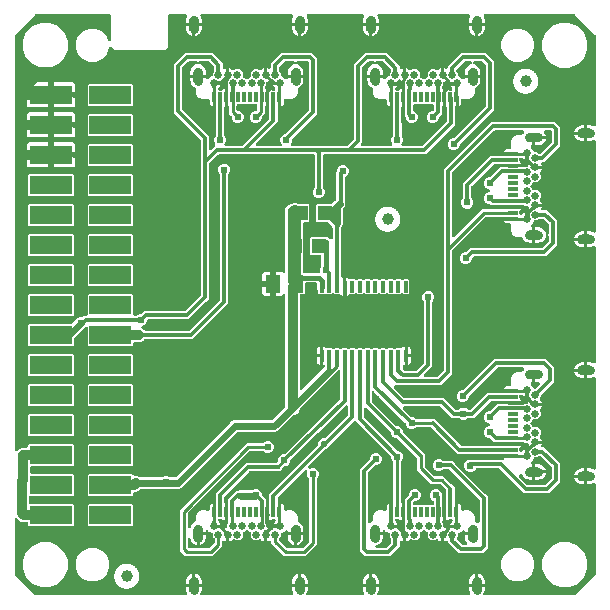
<source format=gbr>
G04 EAGLE Gerber RS-274X export*
G75*
%MOMM*%
%FSLAX34Y34*%
%LPD*%
%INTop Copper*%
%IPPOS*%
%AMOC8*
5,1,8,0,0,1.08239X$1,22.5*%
G01*
%ADD10R,0.304800X0.990600*%
%ADD11R,1.200000X1.300000*%
%ADD12R,1.300000X1.500000*%
%ADD13R,0.300000X0.900000*%
%ADD14C,0.660000*%
%ADD15C,0.760000*%
%ADD16R,0.900000X0.300000*%
%ADD17C,1.000000*%
%ADD18R,3.600000X1.600000*%
%ADD19C,0.610000*%
%ADD20C,0.254000*%
%ADD21C,0.200000*%
%ADD22C,0.304800*%
%ADD23C,0.812800*%
%ADD24C,0.406400*%
%ADD25C,0.300000*%
%ADD26C,0.203200*%
%ADD27C,0.609600*%
%ADD28C,0.560000*%
%ADD29C,0.400000*%
%ADD30C,0.600000*%

G36*
X399467Y490683D02*
X399467Y490683D01*
X399469Y490686D01*
X399369Y491576D01*
X399363Y491582D01*
X399366Y491586D01*
X399070Y492432D01*
X399064Y492436D01*
X399066Y492442D01*
X398589Y493200D01*
X398581Y493203D01*
X398582Y493209D01*
X397949Y493842D01*
X397941Y493843D01*
X397940Y493849D01*
X397182Y494326D01*
X397174Y494325D01*
X397172Y494330D01*
X396326Y494626D01*
X396319Y494624D01*
X396316Y494629D01*
X395426Y494729D01*
X395418Y494725D01*
X395415Y494729D01*
X394524Y494629D01*
X394518Y494623D01*
X394514Y494626D01*
X393668Y494330D01*
X393664Y494324D01*
X393658Y494326D01*
X392900Y493849D01*
X392897Y493841D01*
X392891Y493842D01*
X392258Y493209D01*
X392257Y493201D01*
X392251Y493200D01*
X391774Y492442D01*
X391775Y492434D01*
X391770Y492432D01*
X391474Y491586D01*
X391476Y491580D01*
X391472Y491578D01*
X391473Y491577D01*
X391471Y491576D01*
X391371Y490686D01*
X391373Y490682D01*
X391371Y490680D01*
X391371Y488949D01*
X388829Y488949D01*
X388829Y491329D01*
X389083Y492603D01*
X389204Y492897D01*
X389205Y492897D01*
X389219Y492932D01*
X389221Y492941D01*
X389226Y492949D01*
X389235Y492983D01*
X389250Y493014D01*
X389291Y493170D01*
X389323Y493330D01*
X389702Y494244D01*
X389715Y494292D01*
X389736Y494337D01*
X389757Y494445D01*
X389786Y494551D01*
X389787Y494601D01*
X389796Y494650D01*
X389789Y494759D01*
X389791Y494869D01*
X389779Y494917D01*
X389776Y494967D01*
X389742Y495071D01*
X389717Y495178D01*
X389693Y495222D01*
X389678Y495269D01*
X389619Y495362D01*
X389568Y495459D01*
X389535Y495496D01*
X389508Y495538D01*
X389428Y495613D01*
X389354Y495695D01*
X389312Y495722D01*
X389276Y495756D01*
X389180Y495809D01*
X389088Y495869D01*
X389041Y495886D01*
X388998Y495910D01*
X388892Y495937D01*
X388787Y495973D01*
X388738Y495977D01*
X388690Y495989D01*
X388529Y495999D01*
X312511Y495999D01*
X312461Y495993D01*
X312412Y495995D01*
X312304Y495973D01*
X312195Y495959D01*
X312149Y495941D01*
X312100Y495931D01*
X312002Y495883D01*
X311900Y495842D01*
X311859Y495813D01*
X311815Y495791D01*
X311731Y495720D01*
X311642Y495656D01*
X311611Y495617D01*
X311573Y495585D01*
X311509Y495495D01*
X311439Y495411D01*
X311418Y495366D01*
X311390Y495325D01*
X311351Y495222D01*
X311304Y495123D01*
X311295Y495074D01*
X311277Y495028D01*
X311265Y494918D01*
X311244Y494811D01*
X311247Y494761D01*
X311242Y494712D01*
X311257Y494603D01*
X311264Y494493D01*
X311279Y494446D01*
X311286Y494397D01*
X311338Y494244D01*
X311717Y493330D01*
X311749Y493170D01*
X311763Y493128D01*
X311769Y493084D01*
X311821Y492932D01*
X311957Y492603D01*
X312211Y491329D01*
X312211Y488949D01*
X309669Y488949D01*
X309669Y490680D01*
X309667Y490683D01*
X309669Y490686D01*
X309569Y491576D01*
X309563Y491582D01*
X309566Y491586D01*
X309270Y492432D01*
X309264Y492436D01*
X309266Y492442D01*
X308789Y493200D01*
X308781Y493203D01*
X308782Y493209D01*
X308149Y493842D01*
X308141Y493843D01*
X308140Y493849D01*
X307382Y494326D01*
X307374Y494325D01*
X307372Y494330D01*
X306526Y494626D01*
X306519Y494624D01*
X306516Y494629D01*
X305626Y494729D01*
X305618Y494725D01*
X305615Y494729D01*
X304724Y494629D01*
X304718Y494623D01*
X304714Y494626D01*
X303868Y494330D01*
X303864Y494324D01*
X303858Y494326D01*
X303100Y493849D01*
X303097Y493841D01*
X303091Y493842D01*
X302458Y493209D01*
X302457Y493201D01*
X302451Y493200D01*
X301974Y492442D01*
X301975Y492434D01*
X301970Y492432D01*
X301674Y491586D01*
X301676Y491580D01*
X301672Y491578D01*
X301673Y491577D01*
X301671Y491576D01*
X301571Y490686D01*
X301573Y490682D01*
X301571Y490680D01*
X301571Y488949D01*
X299029Y488949D01*
X299029Y491329D01*
X299283Y492602D01*
X299396Y492877D01*
X299419Y492932D01*
X299421Y492941D01*
X299426Y492949D01*
X299435Y492983D01*
X299450Y493014D01*
X299491Y493170D01*
X299523Y493330D01*
X299902Y494244D01*
X299915Y494292D01*
X299936Y494337D01*
X299957Y494445D01*
X299986Y494551D01*
X299987Y494601D01*
X299996Y494650D01*
X299989Y494759D01*
X299991Y494869D01*
X299979Y494917D01*
X299976Y494967D01*
X299942Y495071D01*
X299917Y495178D01*
X299893Y495222D01*
X299878Y495269D01*
X299819Y495362D01*
X299768Y495459D01*
X299735Y495496D01*
X299708Y495538D01*
X299628Y495613D01*
X299554Y495695D01*
X299512Y495722D01*
X299476Y495756D01*
X299380Y495809D01*
X299288Y495869D01*
X299241Y495886D01*
X299198Y495910D01*
X299092Y495937D01*
X298987Y495973D01*
X298938Y495977D01*
X298890Y495989D01*
X298729Y495999D01*
X252451Y495999D01*
X252401Y495993D01*
X252352Y495995D01*
X252244Y495973D01*
X252135Y495959D01*
X252089Y495941D01*
X252040Y495931D01*
X251942Y495883D01*
X251840Y495842D01*
X251799Y495813D01*
X251755Y495791D01*
X251671Y495720D01*
X251582Y495656D01*
X251551Y495617D01*
X251513Y495585D01*
X251450Y495495D01*
X251379Y495411D01*
X251358Y495366D01*
X251330Y495325D01*
X251291Y495222D01*
X251244Y495123D01*
X251235Y495074D01*
X251217Y495028D01*
X251205Y494918D01*
X251184Y494811D01*
X251187Y494761D01*
X251182Y494712D01*
X251197Y494603D01*
X251204Y494493D01*
X251219Y494446D01*
X251226Y494397D01*
X251278Y494244D01*
X251657Y493330D01*
X251689Y493170D01*
X251700Y493137D01*
X251704Y493102D01*
X251708Y493093D01*
X251709Y493084D01*
X251761Y492932D01*
X251779Y492888D01*
X251897Y492602D01*
X252151Y491329D01*
X252151Y488949D01*
X249609Y488949D01*
X249609Y490680D01*
X249607Y490683D01*
X249609Y490686D01*
X249509Y491576D01*
X249503Y491582D01*
X249506Y491586D01*
X249210Y492432D01*
X249204Y492436D01*
X249206Y492442D01*
X248729Y493200D01*
X248721Y493203D01*
X248722Y493209D01*
X248089Y493842D01*
X248081Y493843D01*
X248080Y493849D01*
X247322Y494326D01*
X247314Y494325D01*
X247312Y494330D01*
X246466Y494626D01*
X246459Y494624D01*
X246456Y494629D01*
X245566Y494729D01*
X245558Y494725D01*
X245555Y494729D01*
X244664Y494629D01*
X244658Y494623D01*
X244654Y494626D01*
X243808Y494330D01*
X243804Y494324D01*
X243798Y494326D01*
X243040Y493849D01*
X243037Y493841D01*
X243031Y493842D01*
X242398Y493209D01*
X242397Y493201D01*
X242391Y493200D01*
X241914Y492442D01*
X241915Y492434D01*
X241910Y492432D01*
X241614Y491586D01*
X241616Y491580D01*
X241612Y491578D01*
X241613Y491577D01*
X241611Y491576D01*
X241511Y490686D01*
X241513Y490682D01*
X241511Y490680D01*
X241511Y488949D01*
X238969Y488949D01*
X238969Y491329D01*
X239223Y492602D01*
X239343Y492894D01*
X239359Y492932D01*
X239361Y492941D01*
X239366Y492949D01*
X239375Y492983D01*
X239390Y493014D01*
X239431Y493170D01*
X239463Y493330D01*
X239842Y494244D01*
X239855Y494292D01*
X239876Y494337D01*
X239897Y494445D01*
X239926Y494551D01*
X239927Y494601D01*
X239936Y494650D01*
X239929Y494759D01*
X239931Y494869D01*
X239919Y494917D01*
X239916Y494967D01*
X239882Y495071D01*
X239857Y495178D01*
X239833Y495222D01*
X239818Y495269D01*
X239759Y495362D01*
X239708Y495459D01*
X239675Y495496D01*
X239648Y495538D01*
X239568Y495613D01*
X239494Y495695D01*
X239452Y495722D01*
X239416Y495756D01*
X239320Y495809D01*
X239228Y495869D01*
X239181Y495886D01*
X239138Y495910D01*
X239032Y495937D01*
X238927Y495973D01*
X238878Y495977D01*
X238830Y495989D01*
X238669Y495999D01*
X162651Y495999D01*
X162601Y495993D01*
X162552Y495995D01*
X162444Y495973D01*
X162335Y495959D01*
X162289Y495941D01*
X162240Y495931D01*
X162142Y495883D01*
X162040Y495842D01*
X161999Y495813D01*
X161955Y495791D01*
X161871Y495720D01*
X161782Y495656D01*
X161751Y495617D01*
X161713Y495585D01*
X161649Y495495D01*
X161579Y495411D01*
X161558Y495366D01*
X161530Y495325D01*
X161491Y495222D01*
X161444Y495123D01*
X161435Y495074D01*
X161417Y495028D01*
X161405Y494918D01*
X161384Y494811D01*
X161387Y494761D01*
X161382Y494712D01*
X161397Y494603D01*
X161404Y494493D01*
X161419Y494446D01*
X161426Y494397D01*
X161478Y494244D01*
X161857Y493330D01*
X161889Y493170D01*
X161900Y493137D01*
X161904Y493102D01*
X161906Y493097D01*
X161907Y493092D01*
X161910Y493082D01*
X161911Y493080D01*
X161924Y493040D01*
X161958Y492939D01*
X161960Y492935D01*
X161961Y492933D01*
X161963Y492928D01*
X162097Y492602D01*
X162351Y491329D01*
X162351Y488949D01*
X159809Y488949D01*
X159809Y490680D01*
X159807Y490683D01*
X159809Y490686D01*
X159709Y491576D01*
X159703Y491582D01*
X159706Y491586D01*
X159410Y492432D01*
X159404Y492436D01*
X159406Y492442D01*
X158929Y493200D01*
X158921Y493203D01*
X158922Y493209D01*
X158289Y493842D01*
X158281Y493843D01*
X158280Y493849D01*
X157522Y494326D01*
X157514Y494325D01*
X157512Y494330D01*
X156666Y494626D01*
X156659Y494624D01*
X156656Y494629D01*
X155766Y494729D01*
X155758Y494725D01*
X155755Y494729D01*
X154864Y494629D01*
X154858Y494623D01*
X154854Y494626D01*
X154008Y494330D01*
X154004Y494324D01*
X153998Y494326D01*
X153240Y493849D01*
X153237Y493841D01*
X153231Y493842D01*
X152598Y493209D01*
X152597Y493201D01*
X152591Y493200D01*
X152114Y492442D01*
X152115Y492434D01*
X152110Y492432D01*
X151814Y491586D01*
X151816Y491580D01*
X151812Y491578D01*
X151813Y491577D01*
X151811Y491576D01*
X151711Y490686D01*
X151713Y490682D01*
X151711Y490680D01*
X151711Y488949D01*
X149169Y488949D01*
X149169Y491329D01*
X149423Y492602D01*
X149559Y492932D01*
X149561Y492941D01*
X149566Y492949D01*
X149575Y492983D01*
X149590Y493014D01*
X149631Y493170D01*
X149663Y493330D01*
X150042Y494244D01*
X150055Y494292D01*
X150076Y494337D01*
X150097Y494445D01*
X150126Y494551D01*
X150127Y494601D01*
X150136Y494650D01*
X150129Y494759D01*
X150131Y494869D01*
X150119Y494917D01*
X150116Y494967D01*
X150082Y495071D01*
X150057Y495178D01*
X150033Y495222D01*
X150018Y495269D01*
X149959Y495362D01*
X149908Y495459D01*
X149875Y495496D01*
X149848Y495538D01*
X149768Y495613D01*
X149694Y495695D01*
X149652Y495722D01*
X149616Y495756D01*
X149520Y495809D01*
X149428Y495869D01*
X149381Y495886D01*
X149338Y495910D01*
X149232Y495937D01*
X149127Y495973D01*
X149078Y495977D01*
X149030Y495989D01*
X148869Y495999D01*
X135270Y495999D01*
X135152Y495984D01*
X135033Y495977D01*
X134995Y495964D01*
X134954Y495959D01*
X134844Y495916D01*
X134731Y495879D01*
X134696Y495857D01*
X134659Y495842D01*
X134563Y495773D01*
X134462Y495709D01*
X134434Y495679D01*
X134401Y495656D01*
X134325Y495564D01*
X134244Y495477D01*
X134224Y495442D01*
X134199Y495411D01*
X134148Y495303D01*
X134090Y495199D01*
X134080Y495159D01*
X134063Y495123D01*
X134041Y495006D01*
X134011Y494891D01*
X134007Y494831D01*
X134003Y494811D01*
X134005Y494790D01*
X134001Y494730D01*
X134001Y468343D01*
X131657Y465999D01*
X88343Y465999D01*
X86167Y468175D01*
X86089Y468236D01*
X86017Y468303D01*
X85982Y468322D01*
X85951Y468349D01*
X85932Y468357D01*
X85916Y468370D01*
X85824Y468409D01*
X85739Y468457D01*
X85700Y468467D01*
X85663Y468484D01*
X85643Y468488D01*
X85624Y468496D01*
X85525Y468512D01*
X85431Y468536D01*
X85372Y468540D01*
X85350Y468544D01*
X85330Y468543D01*
X85310Y468546D01*
X85297Y468545D01*
X85270Y468546D01*
X85154Y468532D01*
X85033Y468524D01*
X85014Y468518D01*
X84994Y468516D01*
X84974Y468509D01*
X84954Y468506D01*
X84846Y468463D01*
X84731Y468426D01*
X84713Y468415D01*
X84694Y468408D01*
X84677Y468397D01*
X84659Y468389D01*
X84564Y468321D01*
X84462Y468256D01*
X84448Y468241D01*
X84431Y468230D01*
X84417Y468214D01*
X84401Y468203D01*
X84327Y468112D01*
X84244Y468024D01*
X84234Y468007D01*
X84221Y467991D01*
X84211Y467973D01*
X84199Y467958D01*
X84148Y467851D01*
X84090Y467746D01*
X84085Y467726D01*
X84076Y467708D01*
X84072Y467688D01*
X84063Y467670D01*
X84041Y467554D01*
X84011Y467438D01*
X84009Y467410D01*
X84006Y467398D01*
X84007Y467377D01*
X84003Y467357D01*
X84005Y467337D01*
X84001Y467277D01*
X84001Y467215D01*
X81869Y462069D01*
X77931Y458131D01*
X72785Y455999D01*
X67215Y455999D01*
X62069Y458131D01*
X58131Y462069D01*
X55999Y467215D01*
X55999Y472785D01*
X58131Y477931D01*
X62069Y481869D01*
X67215Y484001D01*
X72785Y484001D01*
X77931Y481869D01*
X81869Y477931D01*
X83557Y473855D01*
X83592Y473795D01*
X83618Y473730D01*
X83670Y473657D01*
X83715Y473579D01*
X83763Y473529D01*
X83804Y473472D01*
X83874Y473415D01*
X83936Y473351D01*
X83996Y473314D01*
X84049Y473270D01*
X84131Y473231D01*
X84207Y473184D01*
X84274Y473164D01*
X84337Y473134D01*
X84425Y473117D01*
X84511Y473091D01*
X84581Y473087D01*
X84650Y473074D01*
X84739Y473080D01*
X84829Y473076D01*
X84897Y473090D01*
X84967Y473094D01*
X85052Y473122D01*
X85140Y473140D01*
X85203Y473171D01*
X85269Y473192D01*
X85345Y473240D01*
X85426Y473280D01*
X85479Y473325D01*
X85538Y473362D01*
X85600Y473428D01*
X85668Y473486D01*
X85708Y473543D01*
X85756Y473594D01*
X85799Y473672D01*
X85851Y473746D01*
X85876Y473811D01*
X85910Y473872D01*
X85932Y473959D01*
X85964Y474043D01*
X85972Y474113D01*
X85989Y474180D01*
X85999Y474341D01*
X85999Y494730D01*
X85984Y494848D01*
X85977Y494967D01*
X85964Y495005D01*
X85959Y495046D01*
X85916Y495156D01*
X85879Y495269D01*
X85857Y495304D01*
X85842Y495341D01*
X85773Y495437D01*
X85709Y495538D01*
X85679Y495566D01*
X85656Y495599D01*
X85564Y495675D01*
X85477Y495756D01*
X85442Y495776D01*
X85411Y495801D01*
X85303Y495852D01*
X85199Y495910D01*
X85159Y495920D01*
X85123Y495937D01*
X85006Y495959D01*
X84891Y495989D01*
X84831Y495993D01*
X84811Y495997D01*
X84790Y495995D01*
X84730Y495999D01*
X22183Y495999D01*
X22085Y495987D01*
X21986Y495984D01*
X21927Y495967D01*
X21867Y495959D01*
X21775Y495923D01*
X21680Y495895D01*
X21628Y495865D01*
X21572Y495842D01*
X21492Y495784D01*
X21406Y495734D01*
X21331Y495668D01*
X21314Y495656D01*
X21307Y495646D01*
X21285Y495628D01*
X4372Y478715D01*
X4312Y478636D01*
X4244Y478564D01*
X4215Y478511D01*
X4178Y478463D01*
X4138Y478372D01*
X4090Y478286D01*
X4075Y478227D01*
X4051Y478171D01*
X4036Y478074D01*
X4011Y477978D01*
X4005Y477878D01*
X4001Y477857D01*
X4003Y477845D01*
X4001Y477817D01*
X4001Y127402D01*
X4018Y127264D01*
X4031Y127125D01*
X4038Y127106D01*
X4041Y127086D01*
X4092Y126957D01*
X4139Y126826D01*
X4150Y126809D01*
X4158Y126791D01*
X4239Y126678D01*
X4317Y126563D01*
X4333Y126550D01*
X4344Y126533D01*
X4452Y126444D01*
X4556Y126353D01*
X4574Y126343D01*
X4589Y126330D01*
X4715Y126271D01*
X4839Y126208D01*
X4859Y126204D01*
X4877Y126195D01*
X5014Y126169D01*
X5149Y126138D01*
X5170Y126139D01*
X5189Y126135D01*
X5328Y126144D01*
X5467Y126148D01*
X5487Y126154D01*
X5507Y126155D01*
X5639Y126198D01*
X5773Y126236D01*
X5790Y126247D01*
X5809Y126253D01*
X5927Y126327D01*
X6047Y126398D01*
X6068Y126416D01*
X6078Y126423D01*
X6092Y126438D01*
X6167Y126504D01*
X7805Y128141D01*
X10034Y129065D01*
X14230Y129065D01*
X14348Y129080D01*
X14467Y129087D01*
X14505Y129100D01*
X14546Y129105D01*
X14656Y129148D01*
X14769Y129185D01*
X14804Y129207D01*
X14841Y129222D01*
X14937Y129291D01*
X15038Y129355D01*
X15066Y129385D01*
X15099Y129408D01*
X15175Y129500D01*
X15256Y129587D01*
X15276Y129622D01*
X15301Y129653D01*
X15352Y129761D01*
X15410Y129865D01*
X15420Y129905D01*
X15437Y129941D01*
X15459Y130058D01*
X15489Y130173D01*
X15493Y130233D01*
X15497Y130253D01*
X15495Y130274D01*
X15499Y130334D01*
X15499Y131518D01*
X16232Y132251D01*
X53268Y132251D01*
X54001Y131518D01*
X54001Y114482D01*
X53268Y113749D01*
X18574Y113749D01*
X18456Y113734D01*
X18337Y113727D01*
X18299Y113714D01*
X18258Y113709D01*
X18148Y113666D01*
X18035Y113629D01*
X18000Y113607D01*
X17963Y113592D01*
X17866Y113522D01*
X17766Y113459D01*
X17738Y113429D01*
X17705Y113406D01*
X17629Y113314D01*
X17548Y113227D01*
X17528Y113192D01*
X17503Y113161D01*
X17452Y113053D01*
X17394Y112949D01*
X17384Y112909D01*
X17367Y112873D01*
X17345Y112756D01*
X17315Y112641D01*
X17311Y112581D01*
X17307Y112561D01*
X17309Y112540D01*
X17305Y112480D01*
X17305Y108120D01*
X17320Y108002D01*
X17327Y107883D01*
X17340Y107845D01*
X17345Y107804D01*
X17388Y107694D01*
X17425Y107581D01*
X17447Y107546D01*
X17462Y107509D01*
X17531Y107413D01*
X17595Y107312D01*
X17625Y107284D01*
X17648Y107251D01*
X17740Y107175D01*
X17827Y107094D01*
X17862Y107074D01*
X17893Y107049D01*
X18001Y106998D01*
X18105Y106940D01*
X18145Y106930D01*
X18181Y106913D01*
X18298Y106891D01*
X18413Y106861D01*
X18473Y106857D01*
X18493Y106853D01*
X18514Y106855D01*
X18574Y106851D01*
X53268Y106851D01*
X54001Y106118D01*
X54001Y89082D01*
X53268Y88349D01*
X17494Y88349D01*
X17376Y88334D01*
X17257Y88327D01*
X17219Y88314D01*
X17178Y88309D01*
X17068Y88266D01*
X16955Y88229D01*
X16920Y88207D01*
X16883Y88192D01*
X16787Y88123D01*
X16686Y88059D01*
X16658Y88029D01*
X16625Y88006D01*
X16549Y87914D01*
X16468Y87827D01*
X16448Y87792D01*
X16423Y87761D01*
X16372Y87653D01*
X16314Y87549D01*
X16304Y87509D01*
X16287Y87473D01*
X16265Y87356D01*
X16235Y87241D01*
X16231Y87181D01*
X16227Y87161D01*
X16229Y87140D01*
X16225Y87080D01*
X16225Y82720D01*
X16240Y82602D01*
X16247Y82483D01*
X16260Y82445D01*
X16265Y82404D01*
X16308Y82294D01*
X16345Y82181D01*
X16367Y82146D01*
X16382Y82109D01*
X16451Y82013D01*
X16515Y81912D01*
X16545Y81884D01*
X16568Y81851D01*
X16660Y81775D01*
X16747Y81694D01*
X16782Y81674D01*
X16813Y81649D01*
X16921Y81598D01*
X17025Y81540D01*
X17065Y81530D01*
X17101Y81513D01*
X17218Y81491D01*
X17333Y81461D01*
X17393Y81457D01*
X17413Y81453D01*
X17434Y81455D01*
X17494Y81451D01*
X53268Y81451D01*
X54001Y80718D01*
X54001Y63682D01*
X53268Y62949D01*
X16232Y62949D01*
X15499Y63682D01*
X15499Y64866D01*
X15484Y64984D01*
X15477Y65103D01*
X15464Y65141D01*
X15459Y65182D01*
X15416Y65292D01*
X15379Y65405D01*
X15357Y65440D01*
X15342Y65477D01*
X15273Y65573D01*
X15209Y65674D01*
X15179Y65702D01*
X15156Y65735D01*
X15064Y65811D01*
X14977Y65892D01*
X14942Y65912D01*
X14911Y65937D01*
X14803Y65988D01*
X14699Y66046D01*
X14659Y66056D01*
X14623Y66073D01*
X14506Y66095D01*
X14391Y66125D01*
X14331Y66129D01*
X14311Y66133D01*
X14290Y66131D01*
X14230Y66135D01*
X10414Y66135D01*
X8185Y67059D01*
X6903Y68340D01*
X6167Y69076D01*
X6058Y69161D01*
X5951Y69250D01*
X5932Y69258D01*
X5916Y69271D01*
X5788Y69326D01*
X5663Y69385D01*
X5643Y69389D01*
X5624Y69397D01*
X5486Y69419D01*
X5350Y69445D01*
X5330Y69444D01*
X5310Y69447D01*
X5171Y69434D01*
X5033Y69425D01*
X5014Y69419D01*
X4994Y69417D01*
X4863Y69370D01*
X4731Y69327D01*
X4713Y69316D01*
X4694Y69309D01*
X4580Y69231D01*
X4462Y69157D01*
X4448Y69142D01*
X4431Y69131D01*
X4339Y69027D01*
X4244Y68925D01*
X4234Y68908D01*
X4221Y68892D01*
X4158Y68769D01*
X4090Y68647D01*
X4085Y68627D01*
X4076Y68609D01*
X4046Y68473D01*
X4011Y68339D01*
X4009Y68311D01*
X4006Y68299D01*
X4007Y68278D01*
X4001Y68178D01*
X4001Y22183D01*
X4013Y22085D01*
X4016Y21986D01*
X4033Y21927D01*
X4041Y21867D01*
X4077Y21775D01*
X4105Y21680D01*
X4135Y21628D01*
X4158Y21572D01*
X4216Y21492D01*
X4266Y21406D01*
X4332Y21331D01*
X4344Y21314D01*
X4354Y21307D01*
X4372Y21285D01*
X21285Y4372D01*
X21364Y4312D01*
X21436Y4244D01*
X21489Y4215D01*
X21537Y4178D01*
X21628Y4138D01*
X21714Y4090D01*
X21773Y4075D01*
X21829Y4051D01*
X21926Y4036D01*
X22022Y4011D01*
X22122Y4005D01*
X22143Y4001D01*
X22155Y4003D01*
X22183Y4001D01*
X149033Y4001D01*
X149048Y4003D01*
X149064Y4001D01*
X149206Y4023D01*
X149349Y4041D01*
X149363Y4046D01*
X149378Y4049D01*
X149511Y4105D01*
X149644Y4158D01*
X149657Y4167D01*
X149671Y4173D01*
X149786Y4260D01*
X149902Y4344D01*
X149911Y4356D01*
X149924Y4366D01*
X150013Y4479D01*
X150104Y4589D01*
X150111Y4603D01*
X150121Y4616D01*
X150179Y4748D01*
X150240Y4877D01*
X150243Y4892D01*
X150249Y4907D01*
X150273Y5049D01*
X150300Y5189D01*
X150299Y5205D01*
X150301Y5220D01*
X150289Y5364D01*
X150280Y5507D01*
X150275Y5522D01*
X150274Y5537D01*
X150226Y5673D01*
X150182Y5809D01*
X150174Y5823D01*
X150168Y5837D01*
X150158Y5856D01*
X149663Y7050D01*
X149631Y7210D01*
X149620Y7243D01*
X149616Y7278D01*
X149613Y7286D01*
X149611Y7295D01*
X149559Y7447D01*
X149554Y7460D01*
X149554Y7461D01*
X149553Y7462D01*
X149423Y7777D01*
X149169Y9051D01*
X149169Y11431D01*
X151711Y11431D01*
X151711Y9700D01*
X151713Y9697D01*
X151711Y9695D01*
X151811Y8804D01*
X151817Y8798D01*
X151814Y8794D01*
X152110Y7948D01*
X152116Y7944D01*
X152114Y7938D01*
X152591Y7180D01*
X152599Y7177D01*
X152598Y7171D01*
X153231Y6538D01*
X153239Y6537D01*
X153240Y6531D01*
X153998Y6054D01*
X154006Y6055D01*
X154008Y6050D01*
X154854Y5754D01*
X154861Y5756D01*
X154864Y5751D01*
X155755Y5651D01*
X155762Y5655D01*
X155766Y5651D01*
X156656Y5751D01*
X156662Y5757D01*
X156666Y5754D01*
X157512Y6050D01*
X157516Y6056D01*
X157522Y6054D01*
X158280Y6531D01*
X158283Y6539D01*
X158289Y6538D01*
X158922Y7171D01*
X158923Y7179D01*
X158929Y7180D01*
X159406Y7938D01*
X159405Y7946D01*
X159410Y7948D01*
X159706Y8794D01*
X159704Y8801D01*
X159709Y8804D01*
X159809Y9695D01*
X159807Y9698D01*
X159809Y9700D01*
X159809Y11431D01*
X162351Y11431D01*
X162351Y9051D01*
X162097Y7777D01*
X161964Y7456D01*
X161964Y7455D01*
X161964Y7454D01*
X161960Y7447D01*
X161958Y7439D01*
X161954Y7431D01*
X161945Y7397D01*
X161930Y7366D01*
X161889Y7210D01*
X161857Y7050D01*
X161331Y5781D01*
X161327Y5767D01*
X161290Y5692D01*
X161287Y5677D01*
X161280Y5663D01*
X161253Y5522D01*
X161223Y5381D01*
X161223Y5366D01*
X161220Y5350D01*
X161229Y5207D01*
X161235Y5064D01*
X161239Y5049D01*
X161240Y5033D01*
X161284Y4897D01*
X161325Y4759D01*
X161333Y4745D01*
X161338Y4731D01*
X161415Y4609D01*
X161489Y4486D01*
X161500Y4475D01*
X161508Y4462D01*
X161613Y4363D01*
X161715Y4262D01*
X161728Y4255D01*
X161740Y4244D01*
X161866Y4175D01*
X161990Y4102D01*
X162005Y4098D01*
X162018Y4090D01*
X162157Y4055D01*
X162296Y4015D01*
X162311Y4015D01*
X162326Y4011D01*
X162487Y4001D01*
X238833Y4001D01*
X238848Y4003D01*
X238863Y4001D01*
X239006Y4023D01*
X239149Y4041D01*
X239162Y4046D01*
X239177Y4048D01*
X239310Y4105D01*
X239444Y4158D01*
X239456Y4166D01*
X239470Y4172D01*
X239585Y4260D01*
X239702Y4344D01*
X239711Y4356D01*
X239723Y4365D01*
X239812Y4478D01*
X239904Y4589D01*
X239911Y4603D01*
X239920Y4615D01*
X239979Y4747D01*
X240040Y4877D01*
X240043Y4892D01*
X240049Y4906D01*
X240073Y5048D01*
X240100Y5189D01*
X240099Y5204D01*
X240101Y5219D01*
X240089Y5364D01*
X240080Y5507D01*
X240075Y5521D01*
X240074Y5536D01*
X240026Y5672D01*
X239982Y5809D01*
X239974Y5822D01*
X239969Y5836D01*
X239958Y5855D01*
X239463Y7050D01*
X239431Y7210D01*
X239420Y7243D01*
X239416Y7278D01*
X239412Y7287D01*
X239411Y7296D01*
X239359Y7448D01*
X239344Y7484D01*
X239223Y7778D01*
X238969Y9051D01*
X238969Y11431D01*
X241511Y11431D01*
X241511Y9700D01*
X241513Y9697D01*
X241511Y9695D01*
X241611Y8804D01*
X241617Y8798D01*
X241614Y8794D01*
X241910Y7948D01*
X241916Y7944D01*
X241914Y7938D01*
X242391Y7180D01*
X242399Y7177D01*
X242398Y7171D01*
X243031Y6538D01*
X243039Y6537D01*
X243040Y6531D01*
X243798Y6054D01*
X243806Y6055D01*
X243808Y6050D01*
X244654Y5754D01*
X244661Y5756D01*
X244664Y5751D01*
X245555Y5651D01*
X245562Y5655D01*
X245566Y5651D01*
X246456Y5751D01*
X246462Y5757D01*
X246466Y5754D01*
X247312Y6050D01*
X247316Y6056D01*
X247322Y6054D01*
X248080Y6531D01*
X248083Y6539D01*
X248089Y6538D01*
X248722Y7171D01*
X248723Y7179D01*
X248729Y7180D01*
X249206Y7938D01*
X249205Y7946D01*
X249210Y7948D01*
X249506Y8794D01*
X249504Y8801D01*
X249509Y8804D01*
X249609Y9695D01*
X249607Y9698D01*
X249609Y9700D01*
X249609Y11431D01*
X252151Y11431D01*
X252151Y9051D01*
X251897Y7778D01*
X251773Y7478D01*
X251761Y7448D01*
X251759Y7439D01*
X251754Y7431D01*
X251745Y7397D01*
X251730Y7366D01*
X251689Y7210D01*
X251657Y7050D01*
X251131Y5781D01*
X251127Y5766D01*
X251090Y5691D01*
X251086Y5676D01*
X251080Y5663D01*
X251053Y5521D01*
X251023Y5380D01*
X251023Y5365D01*
X251020Y5350D01*
X251029Y5206D01*
X251035Y5062D01*
X251039Y5048D01*
X251040Y5033D01*
X251084Y4896D01*
X251126Y4758D01*
X251133Y4745D01*
X251138Y4731D01*
X251215Y4609D01*
X251290Y4485D01*
X251300Y4475D01*
X251308Y4462D01*
X251414Y4363D01*
X251516Y4262D01*
X251529Y4254D01*
X251540Y4244D01*
X251666Y4174D01*
X251791Y4102D01*
X251805Y4098D01*
X251818Y4090D01*
X251958Y4054D01*
X252097Y4015D01*
X252112Y4015D01*
X252126Y4011D01*
X252287Y4001D01*
X298893Y4001D01*
X298908Y4003D01*
X298924Y4001D01*
X299066Y4023D01*
X299209Y4041D01*
X299223Y4046D01*
X299238Y4049D01*
X299371Y4105D01*
X299504Y4158D01*
X299517Y4167D01*
X299531Y4173D01*
X299646Y4260D01*
X299762Y4344D01*
X299771Y4356D01*
X299784Y4366D01*
X299873Y4479D01*
X299964Y4589D01*
X299971Y4603D01*
X299981Y4616D01*
X300039Y4748D01*
X300100Y4877D01*
X300103Y4892D01*
X300109Y4907D01*
X300133Y5049D01*
X300160Y5189D01*
X300159Y5205D01*
X300161Y5220D01*
X300149Y5364D01*
X300140Y5507D01*
X300135Y5522D01*
X300134Y5537D01*
X300086Y5673D01*
X300042Y5809D01*
X300034Y5823D01*
X300028Y5837D01*
X300018Y5856D01*
X299523Y7050D01*
X299491Y7210D01*
X299480Y7243D01*
X299476Y7278D01*
X299472Y7287D01*
X299471Y7296D01*
X299419Y7448D01*
X299412Y7465D01*
X299283Y7777D01*
X299029Y9051D01*
X299029Y11431D01*
X301571Y11431D01*
X301571Y9700D01*
X301573Y9697D01*
X301571Y9695D01*
X301671Y8804D01*
X301677Y8798D01*
X301674Y8794D01*
X301970Y7948D01*
X301976Y7944D01*
X301974Y7938D01*
X302451Y7180D01*
X302459Y7177D01*
X302458Y7171D01*
X303091Y6538D01*
X303099Y6537D01*
X303100Y6531D01*
X303858Y6054D01*
X303866Y6055D01*
X303868Y6050D01*
X304714Y5754D01*
X304721Y5756D01*
X304724Y5751D01*
X305615Y5651D01*
X305622Y5655D01*
X305626Y5651D01*
X306516Y5751D01*
X306522Y5757D01*
X306526Y5754D01*
X307372Y6050D01*
X307376Y6056D01*
X307382Y6054D01*
X308140Y6531D01*
X308143Y6539D01*
X308149Y6538D01*
X308782Y7171D01*
X308783Y7179D01*
X308789Y7180D01*
X309266Y7938D01*
X309265Y7946D01*
X309270Y7948D01*
X309566Y8794D01*
X309564Y8801D01*
X309569Y8804D01*
X309669Y9695D01*
X309667Y9698D01*
X309669Y9700D01*
X309669Y11431D01*
X312211Y11431D01*
X312211Y9051D01*
X311957Y7778D01*
X311826Y7459D01*
X311821Y7448D01*
X311819Y7439D01*
X311814Y7431D01*
X311805Y7397D01*
X311790Y7366D01*
X311749Y7210D01*
X311717Y7050D01*
X311191Y5781D01*
X311187Y5767D01*
X311150Y5692D01*
X311147Y5677D01*
X311140Y5663D01*
X311113Y5522D01*
X311083Y5381D01*
X311083Y5366D01*
X311080Y5350D01*
X311089Y5207D01*
X311095Y5064D01*
X311099Y5049D01*
X311100Y5033D01*
X311144Y4897D01*
X311185Y4759D01*
X311193Y4745D01*
X311198Y4731D01*
X311275Y4609D01*
X311349Y4486D01*
X311360Y4475D01*
X311368Y4462D01*
X311473Y4363D01*
X311575Y4262D01*
X311588Y4255D01*
X311600Y4244D01*
X311726Y4175D01*
X311850Y4102D01*
X311865Y4098D01*
X311878Y4090D01*
X312017Y4055D01*
X312156Y4015D01*
X312171Y4015D01*
X312186Y4011D01*
X312347Y4001D01*
X388693Y4001D01*
X388708Y4003D01*
X388723Y4001D01*
X388866Y4023D01*
X389009Y4041D01*
X389022Y4046D01*
X389037Y4048D01*
X389170Y4105D01*
X389304Y4158D01*
X389316Y4166D01*
X389330Y4172D01*
X389445Y4260D01*
X389562Y4344D01*
X389571Y4356D01*
X389583Y4365D01*
X389672Y4478D01*
X389764Y4589D01*
X389771Y4603D01*
X389780Y4615D01*
X389839Y4747D01*
X389900Y4877D01*
X389903Y4892D01*
X389909Y4906D01*
X389933Y5048D01*
X389960Y5189D01*
X389959Y5204D01*
X389961Y5219D01*
X389949Y5364D01*
X389940Y5507D01*
X389935Y5521D01*
X389934Y5536D01*
X389886Y5672D01*
X389842Y5809D01*
X389834Y5822D01*
X389829Y5836D01*
X389818Y5855D01*
X389323Y7050D01*
X389291Y7210D01*
X389280Y7243D01*
X389276Y7278D01*
X389272Y7287D01*
X389271Y7296D01*
X389219Y7448D01*
X389203Y7487D01*
X389083Y7777D01*
X388829Y9051D01*
X388829Y11431D01*
X391371Y11431D01*
X391371Y9700D01*
X391373Y9697D01*
X391371Y9695D01*
X391471Y8804D01*
X391477Y8798D01*
X391474Y8794D01*
X391770Y7948D01*
X391776Y7944D01*
X391774Y7938D01*
X392251Y7180D01*
X392259Y7177D01*
X392258Y7171D01*
X392891Y6538D01*
X392899Y6537D01*
X392900Y6531D01*
X393658Y6054D01*
X393666Y6055D01*
X393668Y6050D01*
X394514Y5754D01*
X394521Y5756D01*
X394524Y5751D01*
X395415Y5651D01*
X395422Y5655D01*
X395426Y5651D01*
X396316Y5751D01*
X396322Y5757D01*
X396326Y5754D01*
X397172Y6050D01*
X397176Y6056D01*
X397182Y6054D01*
X397940Y6531D01*
X397943Y6539D01*
X397949Y6538D01*
X398582Y7171D01*
X398583Y7179D01*
X398589Y7180D01*
X399066Y7938D01*
X399065Y7946D01*
X399070Y7948D01*
X399366Y8794D01*
X399364Y8801D01*
X399369Y8804D01*
X399469Y9695D01*
X399467Y9698D01*
X399469Y9700D01*
X399469Y11431D01*
X402011Y11431D01*
X402011Y9051D01*
X401757Y7777D01*
X401635Y7482D01*
X401635Y7481D01*
X401621Y7448D01*
X401619Y7439D01*
X401614Y7431D01*
X401605Y7397D01*
X401590Y7366D01*
X401549Y7210D01*
X401517Y7050D01*
X400991Y5781D01*
X400987Y5766D01*
X400950Y5691D01*
X400946Y5676D01*
X400940Y5663D01*
X400913Y5521D01*
X400883Y5380D01*
X400883Y5365D01*
X400880Y5350D01*
X400889Y5206D01*
X400895Y5062D01*
X400899Y5048D01*
X400900Y5033D01*
X400944Y4896D01*
X400986Y4758D01*
X400993Y4745D01*
X400998Y4731D01*
X401075Y4609D01*
X401150Y4485D01*
X401160Y4475D01*
X401168Y4462D01*
X401274Y4363D01*
X401376Y4262D01*
X401389Y4254D01*
X401400Y4244D01*
X401526Y4174D01*
X401651Y4102D01*
X401665Y4098D01*
X401678Y4090D01*
X401818Y4054D01*
X401957Y4015D01*
X401972Y4015D01*
X401986Y4011D01*
X402147Y4001D01*
X477817Y4001D01*
X477915Y4013D01*
X478014Y4016D01*
X478073Y4033D01*
X478133Y4041D01*
X478225Y4077D01*
X478320Y4105D01*
X478372Y4135D01*
X478428Y4158D01*
X478508Y4216D01*
X478594Y4266D01*
X478669Y4332D01*
X478686Y4344D01*
X478693Y4354D01*
X478715Y4372D01*
X495628Y21285D01*
X495688Y21364D01*
X495756Y21436D01*
X495785Y21489D01*
X495822Y21537D01*
X495862Y21628D01*
X495910Y21714D01*
X495925Y21773D01*
X495949Y21829D01*
X495964Y21926D01*
X495989Y22022D01*
X495995Y22122D01*
X495999Y22143D01*
X495997Y22155D01*
X495999Y22183D01*
X495999Y98069D01*
X495993Y98119D01*
X495995Y98168D01*
X495973Y98275D01*
X495959Y98385D01*
X495941Y98431D01*
X495931Y98480D01*
X495883Y98578D01*
X495842Y98680D01*
X495813Y98721D01*
X495791Y98765D01*
X495720Y98849D01*
X495656Y98938D01*
X495617Y98969D01*
X495585Y99007D01*
X495495Y99070D01*
X495411Y99141D01*
X495366Y99162D01*
X495325Y99190D01*
X495222Y99229D01*
X495123Y99276D01*
X495074Y99285D01*
X495028Y99303D01*
X494918Y99315D01*
X494811Y99336D01*
X494761Y99333D01*
X494712Y99338D01*
X494603Y99323D01*
X494493Y99316D01*
X494446Y99301D01*
X494397Y99294D01*
X494244Y99242D01*
X493330Y98863D01*
X493170Y98831D01*
X493137Y98820D01*
X493102Y98816D01*
X493093Y98812D01*
X493084Y98811D01*
X492931Y98759D01*
X492908Y98749D01*
X492603Y98623D01*
X491329Y98369D01*
X488949Y98369D01*
X488949Y100911D01*
X490680Y100911D01*
X490683Y100913D01*
X490686Y100911D01*
X491576Y101011D01*
X491582Y101017D01*
X491586Y101014D01*
X492432Y101310D01*
X492436Y101316D01*
X492442Y101314D01*
X493200Y101791D01*
X493203Y101799D01*
X493209Y101798D01*
X493842Y102431D01*
X493843Y102439D01*
X493849Y102440D01*
X494326Y103198D01*
X494325Y103206D01*
X494330Y103208D01*
X494626Y104054D01*
X494624Y104061D01*
X494629Y104064D01*
X494729Y104955D01*
X494725Y104962D01*
X494729Y104966D01*
X494629Y105856D01*
X494623Y105862D01*
X494626Y105866D01*
X494330Y106712D01*
X494324Y106716D01*
X494326Y106722D01*
X493849Y107480D01*
X493841Y107483D01*
X493842Y107489D01*
X493209Y108122D01*
X493201Y108123D01*
X493200Y108129D01*
X492442Y108606D01*
X492434Y108605D01*
X492432Y108610D01*
X491586Y108906D01*
X491579Y108904D01*
X491576Y108909D01*
X490686Y109009D01*
X490682Y109007D01*
X490680Y109009D01*
X488949Y109009D01*
X488949Y111551D01*
X491329Y111551D01*
X492603Y111297D01*
X492914Y111169D01*
X492914Y111168D01*
X492932Y111161D01*
X492941Y111159D01*
X492949Y111154D01*
X492983Y111145D01*
X493014Y111130D01*
X493170Y111089D01*
X493330Y111057D01*
X494244Y110678D01*
X494292Y110665D01*
X494337Y110644D01*
X494445Y110623D01*
X494551Y110594D01*
X494601Y110593D01*
X494650Y110584D01*
X494759Y110591D01*
X494869Y110589D01*
X494917Y110601D01*
X494967Y110604D01*
X495071Y110638D01*
X495178Y110663D01*
X495222Y110687D01*
X495269Y110702D01*
X495362Y110761D01*
X495459Y110812D01*
X495496Y110845D01*
X495538Y110872D01*
X495613Y110952D01*
X495695Y111026D01*
X495722Y111067D01*
X495756Y111104D01*
X495809Y111200D01*
X495869Y111292D01*
X495886Y111339D01*
X495910Y111382D01*
X495937Y111488D01*
X495973Y111592D01*
X495977Y111642D01*
X495989Y111690D01*
X495996Y111804D01*
X495997Y111806D01*
X495997Y111809D01*
X495999Y111851D01*
X495999Y187869D01*
X495993Y187919D01*
X495995Y187968D01*
X495973Y188075D01*
X495959Y188185D01*
X495941Y188231D01*
X495931Y188280D01*
X495883Y188378D01*
X495842Y188480D01*
X495813Y188521D01*
X495791Y188565D01*
X495720Y188649D01*
X495656Y188738D01*
X495617Y188769D01*
X495585Y188807D01*
X495495Y188870D01*
X495411Y188941D01*
X495366Y188962D01*
X495325Y188990D01*
X495222Y189029D01*
X495123Y189076D01*
X495074Y189085D01*
X495028Y189103D01*
X494918Y189115D01*
X494811Y189136D01*
X494761Y189133D01*
X494712Y189138D01*
X494603Y189123D01*
X494493Y189116D01*
X494446Y189101D01*
X494397Y189094D01*
X494244Y189042D01*
X493330Y188663D01*
X493170Y188631D01*
X493137Y188620D01*
X493102Y188616D01*
X493093Y188612D01*
X493084Y188611D01*
X492932Y188559D01*
X492885Y188540D01*
X492885Y188539D01*
X492603Y188423D01*
X491329Y188169D01*
X488949Y188169D01*
X488949Y190711D01*
X490680Y190711D01*
X490683Y190713D01*
X490686Y190711D01*
X491576Y190811D01*
X491582Y190817D01*
X491586Y190814D01*
X492432Y191110D01*
X492436Y191116D01*
X492442Y191114D01*
X493200Y191591D01*
X493203Y191599D01*
X493209Y191598D01*
X493842Y192231D01*
X493843Y192239D01*
X493849Y192240D01*
X494326Y192998D01*
X494325Y193006D01*
X494330Y193008D01*
X494626Y193854D01*
X494624Y193861D01*
X494629Y193864D01*
X494729Y194755D01*
X494725Y194762D01*
X494729Y194766D01*
X494629Y195656D01*
X494623Y195662D01*
X494626Y195666D01*
X494330Y196512D01*
X494324Y196516D01*
X494326Y196522D01*
X493849Y197280D01*
X493841Y197283D01*
X493842Y197289D01*
X493209Y197922D01*
X493201Y197923D01*
X493200Y197929D01*
X492442Y198406D01*
X492434Y198405D01*
X492432Y198410D01*
X491586Y198706D01*
X491579Y198704D01*
X491576Y198709D01*
X490686Y198809D01*
X490682Y198807D01*
X490680Y198809D01*
X488949Y198809D01*
X488949Y201351D01*
X491329Y201351D01*
X492603Y201097D01*
X492890Y200978D01*
X492891Y200978D01*
X492932Y200961D01*
X492941Y200959D01*
X492949Y200954D01*
X492983Y200945D01*
X493014Y200930D01*
X493170Y200889D01*
X493330Y200857D01*
X494244Y200478D01*
X494292Y200465D01*
X494337Y200444D01*
X494445Y200423D01*
X494551Y200394D01*
X494601Y200393D01*
X494650Y200384D01*
X494759Y200391D01*
X494869Y200389D01*
X494917Y200401D01*
X494967Y200404D01*
X495071Y200438D01*
X495178Y200463D01*
X495222Y200487D01*
X495269Y200502D01*
X495362Y200561D01*
X495459Y200612D01*
X495496Y200645D01*
X495538Y200672D01*
X495613Y200752D01*
X495695Y200826D01*
X495722Y200867D01*
X495756Y200904D01*
X495809Y201000D01*
X495869Y201092D01*
X495886Y201139D01*
X495910Y201182D01*
X495937Y201288D01*
X495973Y201392D01*
X495977Y201442D01*
X495989Y201490D01*
X495999Y201651D01*
X495999Y298729D01*
X495993Y298779D01*
X495995Y298828D01*
X495973Y298935D01*
X495959Y299045D01*
X495941Y299091D01*
X495931Y299140D01*
X495883Y299238D01*
X495842Y299340D01*
X495813Y299381D01*
X495791Y299425D01*
X495720Y299509D01*
X495656Y299598D01*
X495617Y299629D01*
X495585Y299667D01*
X495495Y299730D01*
X495411Y299801D01*
X495366Y299822D01*
X495325Y299850D01*
X495222Y299889D01*
X495123Y299936D01*
X495074Y299945D01*
X495028Y299963D01*
X494918Y299975D01*
X494811Y299996D01*
X494761Y299993D01*
X494712Y299998D01*
X494603Y299983D01*
X494493Y299976D01*
X494446Y299961D01*
X494397Y299954D01*
X494244Y299902D01*
X493330Y299523D01*
X493170Y299491D01*
X493137Y299480D01*
X493102Y299476D01*
X493093Y299472D01*
X493084Y299471D01*
X492932Y299419D01*
X492898Y299405D01*
X492603Y299283D01*
X491329Y299029D01*
X488949Y299029D01*
X488949Y301571D01*
X490680Y301571D01*
X490683Y301573D01*
X490686Y301571D01*
X491576Y301671D01*
X491582Y301677D01*
X491586Y301674D01*
X492432Y301970D01*
X492436Y301976D01*
X492442Y301974D01*
X493200Y302451D01*
X493203Y302459D01*
X493209Y302458D01*
X493842Y303091D01*
X493843Y303099D01*
X493849Y303100D01*
X494326Y303858D01*
X494325Y303866D01*
X494330Y303868D01*
X494626Y304714D01*
X494624Y304721D01*
X494629Y304724D01*
X494729Y305615D01*
X494725Y305622D01*
X494729Y305626D01*
X494629Y306516D01*
X494623Y306522D01*
X494626Y306526D01*
X494330Y307372D01*
X494324Y307376D01*
X494326Y307382D01*
X493849Y308140D01*
X493841Y308143D01*
X493842Y308149D01*
X493209Y308782D01*
X493201Y308783D01*
X493200Y308789D01*
X492442Y309266D01*
X492434Y309265D01*
X492432Y309270D01*
X491586Y309566D01*
X491579Y309564D01*
X491576Y309569D01*
X490686Y309669D01*
X490682Y309667D01*
X490680Y309669D01*
X488949Y309669D01*
X488949Y312211D01*
X491329Y312211D01*
X492603Y311957D01*
X492903Y311833D01*
X492904Y311833D01*
X492932Y311821D01*
X492941Y311819D01*
X492949Y311814D01*
X492983Y311805D01*
X493014Y311790D01*
X493170Y311749D01*
X493330Y311717D01*
X494244Y311338D01*
X494292Y311325D01*
X494337Y311304D01*
X494445Y311283D01*
X494551Y311254D01*
X494601Y311253D01*
X494650Y311244D01*
X494759Y311251D01*
X494869Y311249D01*
X494917Y311261D01*
X494967Y311264D01*
X495071Y311298D01*
X495178Y311323D01*
X495222Y311347D01*
X495269Y311362D01*
X495362Y311421D01*
X495459Y311472D01*
X495496Y311505D01*
X495538Y311532D01*
X495613Y311612D01*
X495695Y311686D01*
X495722Y311727D01*
X495756Y311764D01*
X495809Y311860D01*
X495869Y311952D01*
X495886Y311999D01*
X495910Y312042D01*
X495937Y312148D01*
X495973Y312252D01*
X495977Y312302D01*
X495989Y312350D01*
X495999Y312511D01*
X495999Y388529D01*
X495993Y388579D01*
X495995Y388628D01*
X495973Y388735D01*
X495959Y388845D01*
X495941Y388891D01*
X495931Y388940D01*
X495883Y389038D01*
X495842Y389140D01*
X495813Y389181D01*
X495791Y389225D01*
X495720Y389309D01*
X495656Y389398D01*
X495617Y389429D01*
X495585Y389467D01*
X495495Y389530D01*
X495411Y389601D01*
X495366Y389622D01*
X495325Y389650D01*
X495222Y389689D01*
X495123Y389736D01*
X495074Y389745D01*
X495028Y389763D01*
X494918Y389775D01*
X494811Y389796D01*
X494761Y389793D01*
X494712Y389798D01*
X494603Y389783D01*
X494493Y389776D01*
X494446Y389761D01*
X494397Y389754D01*
X494244Y389702D01*
X493330Y389323D01*
X493170Y389291D01*
X493137Y389280D01*
X493102Y389276D01*
X493093Y389272D01*
X493084Y389271D01*
X492932Y389219D01*
X492876Y389196D01*
X492875Y389196D01*
X492603Y389083D01*
X491329Y388829D01*
X488949Y388829D01*
X488949Y391371D01*
X490680Y391371D01*
X490683Y391373D01*
X490686Y391371D01*
X491576Y391471D01*
X491582Y391477D01*
X491586Y391474D01*
X492432Y391770D01*
X492436Y391776D01*
X492442Y391774D01*
X493200Y392251D01*
X493203Y392259D01*
X493209Y392258D01*
X493842Y392891D01*
X493843Y392899D01*
X493849Y392900D01*
X494326Y393658D01*
X494325Y393666D01*
X494330Y393668D01*
X494626Y394514D01*
X494624Y394521D01*
X494629Y394524D01*
X494729Y395415D01*
X494725Y395422D01*
X494729Y395426D01*
X494629Y396316D01*
X494623Y396322D01*
X494626Y396326D01*
X494330Y397172D01*
X494324Y397176D01*
X494326Y397182D01*
X493849Y397940D01*
X493841Y397943D01*
X493842Y397949D01*
X493209Y398582D01*
X493201Y398583D01*
X493200Y398589D01*
X492442Y399066D01*
X492434Y399065D01*
X492432Y399070D01*
X491586Y399366D01*
X491579Y399364D01*
X491576Y399369D01*
X490686Y399469D01*
X490682Y399467D01*
X490680Y399469D01*
X488949Y399469D01*
X488949Y402011D01*
X491329Y402011D01*
X492602Y401757D01*
X492881Y401642D01*
X492882Y401642D01*
X492932Y401621D01*
X492941Y401619D01*
X492949Y401614D01*
X492983Y401605D01*
X493014Y401590D01*
X493170Y401549D01*
X493330Y401517D01*
X494244Y401138D01*
X494292Y401125D01*
X494337Y401104D01*
X494445Y401083D01*
X494551Y401054D01*
X494601Y401053D01*
X494650Y401044D01*
X494759Y401051D01*
X494869Y401049D01*
X494917Y401061D01*
X494967Y401064D01*
X495071Y401098D01*
X495178Y401123D01*
X495222Y401147D01*
X495269Y401162D01*
X495362Y401221D01*
X495459Y401272D01*
X495496Y401305D01*
X495538Y401332D01*
X495613Y401412D01*
X495695Y401486D01*
X495722Y401527D01*
X495756Y401564D01*
X495809Y401660D01*
X495869Y401752D01*
X495886Y401799D01*
X495910Y401842D01*
X495937Y401948D01*
X495973Y402052D01*
X495977Y402102D01*
X495989Y402150D01*
X495999Y402311D01*
X495999Y477817D01*
X495987Y477915D01*
X495984Y478014D01*
X495967Y478073D01*
X495959Y478133D01*
X495923Y478225D01*
X495895Y478320D01*
X495865Y478372D01*
X495842Y478428D01*
X495784Y478508D01*
X495734Y478594D01*
X495668Y478669D01*
X495656Y478686D01*
X495646Y478693D01*
X495628Y478715D01*
X478715Y495628D01*
X478636Y495688D01*
X478564Y495756D01*
X478511Y495785D01*
X478463Y495822D01*
X478372Y495862D01*
X478286Y495910D01*
X478227Y495925D01*
X478171Y495949D01*
X478073Y495964D01*
X477978Y495989D01*
X477878Y495995D01*
X477857Y495999D01*
X477845Y495997D01*
X477817Y495999D01*
X402311Y495999D01*
X402261Y495993D01*
X402212Y495995D01*
X402104Y495973D01*
X401995Y495959D01*
X401949Y495941D01*
X401900Y495931D01*
X401802Y495883D01*
X401700Y495842D01*
X401659Y495813D01*
X401615Y495791D01*
X401531Y495720D01*
X401442Y495656D01*
X401411Y495617D01*
X401373Y495585D01*
X401310Y495495D01*
X401239Y495411D01*
X401218Y495366D01*
X401190Y495325D01*
X401151Y495222D01*
X401104Y495123D01*
X401095Y495074D01*
X401077Y495028D01*
X401065Y494918D01*
X401044Y494811D01*
X401047Y494761D01*
X401042Y494712D01*
X401057Y494603D01*
X401064Y494493D01*
X401079Y494446D01*
X401086Y494397D01*
X401138Y494244D01*
X401517Y493330D01*
X401549Y493170D01*
X401560Y493137D01*
X401564Y493102D01*
X401568Y493093D01*
X401569Y493084D01*
X401621Y492932D01*
X401638Y492891D01*
X401757Y492603D01*
X402011Y491329D01*
X402011Y488949D01*
X399469Y488949D01*
X399469Y490680D01*
X399467Y490683D01*
G37*
%LPC*%
G36*
X300800Y37115D02*
X300800Y37115D01*
X296195Y41720D01*
X296195Y110680D01*
X304408Y118892D01*
X304468Y118971D01*
X304536Y119043D01*
X304565Y119096D01*
X304602Y119144D01*
X304642Y119234D01*
X304690Y119321D01*
X304705Y119380D01*
X304729Y119435D01*
X304744Y119533D01*
X304769Y119629D01*
X304775Y119729D01*
X304779Y119749D01*
X304777Y119762D01*
X304779Y119790D01*
X304779Y120395D01*
X305556Y122269D01*
X306991Y123704D01*
X308865Y124481D01*
X310895Y124481D01*
X312769Y123704D01*
X314204Y122269D01*
X314981Y120395D01*
X314981Y118365D01*
X314204Y116491D01*
X312769Y115056D01*
X310895Y114279D01*
X310290Y114279D01*
X310192Y114267D01*
X310093Y114264D01*
X310034Y114247D01*
X309974Y114239D01*
X309882Y114203D01*
X309787Y114175D01*
X309735Y114145D01*
X309679Y114122D01*
X309598Y114064D01*
X309513Y114014D01*
X309438Y113948D01*
X309421Y113936D01*
X309413Y113926D01*
X309392Y113908D01*
X303616Y108132D01*
X303556Y108053D01*
X303488Y107981D01*
X303459Y107928D01*
X303422Y107880D01*
X303382Y107790D01*
X303334Y107703D01*
X303319Y107644D01*
X303295Y107589D01*
X303280Y107491D01*
X303255Y107395D01*
X303249Y107295D01*
X303245Y107275D01*
X303247Y107262D01*
X303245Y107234D01*
X303245Y66508D01*
X303247Y66493D01*
X303245Y66479D01*
X303266Y66336D01*
X303285Y66192D01*
X303290Y66179D01*
X303292Y66164D01*
X303349Y66031D01*
X303402Y65897D01*
X303410Y65885D01*
X303416Y65871D01*
X303504Y65756D01*
X303588Y65639D01*
X303600Y65630D01*
X303609Y65618D01*
X303722Y65529D01*
X303833Y65437D01*
X303847Y65430D01*
X303858Y65421D01*
X303991Y65363D01*
X304121Y65301D01*
X304136Y65298D01*
X304149Y65292D01*
X304292Y65268D01*
X304433Y65241D01*
X304448Y65242D01*
X304463Y65240D01*
X304607Y65252D01*
X304751Y65261D01*
X304765Y65266D01*
X304780Y65267D01*
X304917Y65315D01*
X305053Y65359D01*
X305066Y65367D01*
X305080Y65372D01*
X305219Y65453D01*
X306217Y66119D01*
X306486Y66231D01*
X306520Y66250D01*
X306539Y66256D01*
X306602Y66296D01*
X306700Y66345D01*
X306729Y66369D01*
X306763Y66388D01*
X306790Y66415D01*
X306808Y66427D01*
X306860Y66481D01*
X306942Y66552D01*
X306964Y66583D01*
X306991Y66610D01*
X307011Y66642D01*
X307026Y66658D01*
X307063Y66726D01*
X307124Y66812D01*
X307137Y66848D01*
X307157Y66881D01*
X307168Y66916D01*
X307180Y66937D01*
X307200Y67014D01*
X307236Y67110D01*
X307240Y67148D01*
X307251Y67185D01*
X307253Y67220D01*
X307259Y67245D01*
X307269Y67405D01*
X307269Y67422D01*
X307270Y67426D01*
X307269Y67430D01*
X307269Y70542D01*
X308373Y73207D01*
X310413Y75247D01*
X313078Y76351D01*
X315962Y76351D01*
X317224Y75828D01*
X317272Y75815D01*
X317317Y75794D01*
X317425Y75773D01*
X317531Y75744D01*
X317581Y75743D01*
X317630Y75734D01*
X317739Y75741D01*
X317849Y75739D01*
X317897Y75751D01*
X317947Y75754D01*
X318051Y75787D01*
X318158Y75813D01*
X318202Y75836D01*
X318249Y75852D01*
X318342Y75910D01*
X318439Y75962D01*
X318476Y75995D01*
X318518Y76022D01*
X318593Y76102D01*
X318675Y76176D01*
X318702Y76217D01*
X318736Y76253D01*
X318789Y76350D01*
X318849Y76441D01*
X318866Y76489D01*
X318890Y76532D01*
X318917Y76638D01*
X318953Y76742D01*
X318957Y76792D01*
X318969Y76840D01*
X318979Y77001D01*
X318979Y79534D01*
X319152Y80181D01*
X319487Y80760D01*
X319960Y81233D01*
X320539Y81568D01*
X321186Y81741D01*
X321751Y81741D01*
X321751Y74700D01*
X321766Y74582D01*
X321773Y74463D01*
X321785Y74425D01*
X321790Y74385D01*
X321834Y74274D01*
X321871Y74161D01*
X321893Y74127D01*
X321907Y74089D01*
X321977Y73993D01*
X322041Y73892D01*
X322071Y73864D01*
X322094Y73832D01*
X322186Y73756D01*
X322273Y73674D01*
X322308Y73655D01*
X322339Y73629D01*
X322447Y73578D01*
X322551Y73521D01*
X322590Y73511D01*
X322627Y73493D01*
X322744Y73471D01*
X322859Y73441D01*
X322919Y73437D01*
X322939Y73434D01*
X322940Y73434D01*
X322960Y73435D01*
X323020Y73431D01*
X323138Y73446D01*
X323257Y73453D01*
X323295Y73466D01*
X323336Y73471D01*
X323446Y73515D01*
X323560Y73551D01*
X323594Y73573D01*
X323631Y73588D01*
X323728Y73658D01*
X323828Y73722D01*
X323856Y73751D01*
X323889Y73775D01*
X323965Y73867D01*
X324046Y73953D01*
X324066Y73989D01*
X324092Y74020D01*
X324142Y74127D01*
X324200Y74232D01*
X324210Y74271D01*
X324227Y74307D01*
X324249Y74424D01*
X324279Y74540D01*
X324283Y74600D01*
X324287Y74620D01*
X324286Y74640D01*
X324289Y74700D01*
X324289Y82033D01*
X324316Y82061D01*
X324349Y82084D01*
X324425Y82176D01*
X324506Y82263D01*
X324526Y82298D01*
X324551Y82329D01*
X324602Y82437D01*
X324660Y82541D01*
X324670Y82581D01*
X324687Y82617D01*
X324709Y82734D01*
X324739Y82849D01*
X324743Y82909D01*
X324747Y82929D01*
X324745Y82950D01*
X324749Y83010D01*
X324749Y117091D01*
X324737Y117190D01*
X324734Y117289D01*
X324717Y117347D01*
X324709Y117407D01*
X324673Y117499D01*
X324645Y117594D01*
X324615Y117646D01*
X324592Y117703D01*
X324534Y117783D01*
X324484Y117868D01*
X324418Y117944D01*
X324406Y117960D01*
X324396Y117968D01*
X324378Y117989D01*
X323696Y118671D01*
X322919Y120545D01*
X322919Y121150D01*
X322907Y121248D01*
X322904Y121348D01*
X322887Y121406D01*
X322879Y121466D01*
X322843Y121558D01*
X322815Y121653D01*
X322785Y121705D01*
X322762Y121762D01*
X322704Y121842D01*
X322654Y121927D01*
X322588Y122002D01*
X322576Y122019D01*
X322566Y122027D01*
X322548Y122048D01*
X295382Y149214D01*
X292997Y151598D01*
X292903Y151671D01*
X292814Y151750D01*
X292778Y151768D01*
X292746Y151793D01*
X292637Y151840D01*
X292531Y151894D01*
X292492Y151903D01*
X292454Y151919D01*
X292337Y151938D01*
X292221Y151964D01*
X292180Y151963D01*
X292140Y151969D01*
X292022Y151958D01*
X291903Y151954D01*
X291864Y151943D01*
X291824Y151939D01*
X291711Y151899D01*
X291597Y151866D01*
X291562Y151845D01*
X291524Y151832D01*
X291426Y151765D01*
X291323Y151704D01*
X291278Y151664D01*
X291261Y151653D01*
X291248Y151638D01*
X291202Y151598D01*
X271102Y131497D01*
X271096Y131489D01*
X271089Y131484D01*
X270999Y131364D01*
X270907Y131246D01*
X270903Y131237D01*
X270897Y131230D01*
X270826Y131085D01*
X270309Y129836D01*
X268944Y128471D01*
X267695Y127954D01*
X267687Y127949D01*
X267678Y127946D01*
X267549Y127871D01*
X267419Y127796D01*
X267412Y127790D01*
X267404Y127785D01*
X267283Y127678D01*
X252970Y113365D01*
X252927Y113310D01*
X252877Y113262D01*
X252830Y113185D01*
X252775Y113114D01*
X252747Y113050D01*
X252711Y112990D01*
X252684Y112905D01*
X252649Y112822D01*
X252638Y112753D01*
X252617Y112687D01*
X252613Y112597D01*
X252599Y112508D01*
X252605Y112438D01*
X252602Y112369D01*
X252620Y112281D01*
X252629Y112191D01*
X252652Y112126D01*
X252666Y112057D01*
X252706Y111977D01*
X252736Y111892D01*
X252776Y111834D01*
X252806Y111772D01*
X252864Y111703D01*
X252915Y111629D01*
X252967Y111583D01*
X253013Y111530D01*
X253086Y111478D01*
X253153Y111419D01*
X253216Y111387D01*
X253273Y111347D01*
X253357Y111315D01*
X253437Y111274D01*
X253505Y111259D01*
X253570Y111234D01*
X253659Y111224D01*
X253747Y111204D01*
X253817Y111206D01*
X253886Y111199D01*
X253975Y111211D01*
X254065Y111214D01*
X254132Y111233D01*
X254201Y111243D01*
X254353Y111295D01*
X255525Y111781D01*
X257555Y111781D01*
X259429Y111004D01*
X260864Y109569D01*
X261641Y107695D01*
X261641Y105665D01*
X260864Y103791D01*
X260182Y103109D01*
X260122Y103031D01*
X260054Y102959D01*
X260025Y102906D01*
X259988Y102858D01*
X259948Y102767D01*
X259900Y102680D01*
X259885Y102622D01*
X259861Y102566D01*
X259846Y102468D01*
X259821Y102372D01*
X259815Y102272D01*
X259811Y102252D01*
X259813Y102239D01*
X259811Y102211D01*
X259811Y46905D01*
X250275Y37369D01*
X232325Y37369D01*
X221389Y48305D01*
X221389Y49361D01*
X221387Y49376D01*
X221389Y49390D01*
X221367Y49533D01*
X221349Y49676D01*
X221344Y49690D01*
X221342Y49705D01*
X221285Y49838D01*
X221232Y49972D01*
X221224Y49984D01*
X221218Y49998D01*
X221130Y50113D01*
X221046Y50229D01*
X221034Y50239D01*
X221025Y50251D01*
X220912Y50340D01*
X220801Y50432D01*
X220787Y50439D01*
X220775Y50448D01*
X220644Y50506D01*
X220513Y50568D01*
X220498Y50570D01*
X220485Y50577D01*
X220342Y50600D01*
X220201Y50627D01*
X220186Y50627D01*
X220171Y50629D01*
X220027Y50617D01*
X219883Y50608D01*
X219869Y50603D01*
X219854Y50602D01*
X219717Y50554D01*
X219581Y50510D01*
X219568Y50502D01*
X219554Y50497D01*
X219433Y50427D01*
X218364Y49984D01*
X217929Y49897D01*
X217929Y55600D01*
X217929Y58369D01*
X217928Y58379D01*
X217929Y58390D01*
X217908Y58537D01*
X217890Y58685D01*
X217886Y58694D01*
X217884Y58704D01*
X217827Y58843D01*
X217773Y58981D01*
X217767Y58989D01*
X217763Y58998D01*
X217673Y59117D01*
X217586Y59238D01*
X217578Y59245D01*
X217572Y59253D01*
X217456Y59346D01*
X217341Y59441D01*
X217332Y59445D01*
X217324Y59451D01*
X217187Y59513D01*
X217053Y59576D01*
X217043Y59578D01*
X217034Y59582D01*
X216886Y59608D01*
X216741Y59636D01*
X216731Y59636D01*
X216721Y59637D01*
X216571Y59626D01*
X216423Y59616D01*
X216414Y59613D01*
X216403Y59612D01*
X216262Y59564D01*
X216121Y59518D01*
X216112Y59513D01*
X216103Y59510D01*
X215978Y59428D01*
X215852Y59348D01*
X215845Y59341D01*
X215837Y59335D01*
X215721Y59223D01*
X215681Y59167D01*
X215634Y59117D01*
X215634Y59116D01*
X215590Y59037D01*
X215538Y58963D01*
X215514Y58898D01*
X215480Y58838D01*
X215458Y58750D01*
X215426Y58665D01*
X215418Y58597D01*
X215401Y58530D01*
X215391Y58369D01*
X215391Y55600D01*
X215391Y49897D01*
X214956Y49984D01*
X213893Y50424D01*
X212937Y51063D01*
X212645Y51355D01*
X212551Y51428D01*
X212462Y51506D01*
X212426Y51525D01*
X212394Y51550D01*
X212285Y51597D01*
X212179Y51651D01*
X212139Y51660D01*
X212102Y51676D01*
X211985Y51695D01*
X211868Y51721D01*
X211828Y51719D01*
X211788Y51726D01*
X211670Y51715D01*
X211551Y51711D01*
X211512Y51700D01*
X211472Y51696D01*
X211359Y51656D01*
X211245Y51623D01*
X211210Y51602D01*
X211172Y51588D01*
X211074Y51521D01*
X210971Y51461D01*
X210926Y51421D01*
X210909Y51410D01*
X210896Y51395D01*
X210850Y51355D01*
X210545Y51049D01*
X206775Y51049D01*
X204109Y53715D01*
X204109Y56780D01*
X204094Y56898D01*
X204087Y57017D01*
X204074Y57055D01*
X204069Y57096D01*
X204026Y57206D01*
X203989Y57319D01*
X203967Y57354D01*
X203952Y57391D01*
X203883Y57487D01*
X203819Y57588D01*
X203789Y57616D01*
X203766Y57649D01*
X203674Y57725D01*
X203587Y57806D01*
X203552Y57826D01*
X203521Y57851D01*
X203413Y57902D01*
X203309Y57960D01*
X203269Y57970D01*
X203233Y57987D01*
X203116Y58009D01*
X203001Y58039D01*
X202941Y58043D01*
X202921Y58047D01*
X202900Y58045D01*
X202840Y58049D01*
X202775Y58049D01*
X201558Y59267D01*
X201463Y59340D01*
X201374Y59419D01*
X201338Y59437D01*
X201306Y59462D01*
X201197Y59509D01*
X201091Y59563D01*
X201052Y59572D01*
X201014Y59588D01*
X200897Y59607D01*
X200781Y59633D01*
X200740Y59632D01*
X200700Y59638D01*
X200582Y59627D01*
X200463Y59623D01*
X200424Y59612D01*
X200384Y59608D01*
X200271Y59568D01*
X200157Y59535D01*
X200123Y59514D01*
X200084Y59501D01*
X199986Y59434D01*
X199883Y59373D01*
X199838Y59333D01*
X199821Y59322D01*
X199808Y59307D01*
X199763Y59267D01*
X198545Y58049D01*
X198480Y58049D01*
X198362Y58034D01*
X198243Y58027D01*
X198205Y58014D01*
X198164Y58009D01*
X198054Y57966D01*
X197941Y57929D01*
X197906Y57907D01*
X197869Y57892D01*
X197773Y57823D01*
X197672Y57759D01*
X197644Y57729D01*
X197611Y57706D01*
X197535Y57614D01*
X197454Y57527D01*
X197434Y57492D01*
X197409Y57461D01*
X197358Y57353D01*
X197300Y57249D01*
X197290Y57209D01*
X197273Y57173D01*
X197251Y57056D01*
X197221Y56941D01*
X197217Y56881D01*
X197213Y56861D01*
X197215Y56840D01*
X197211Y56780D01*
X197211Y53715D01*
X194545Y51049D01*
X190775Y51049D01*
X190470Y51355D01*
X190376Y51428D01*
X190286Y51506D01*
X190250Y51525D01*
X190218Y51550D01*
X190109Y51597D01*
X190003Y51651D01*
X189964Y51660D01*
X189927Y51676D01*
X189809Y51695D01*
X189693Y51721D01*
X189653Y51719D01*
X189612Y51726D01*
X189494Y51715D01*
X189375Y51711D01*
X189336Y51700D01*
X189296Y51696D01*
X189184Y51656D01*
X189069Y51623D01*
X189034Y51602D01*
X188997Y51588D01*
X188898Y51522D01*
X188795Y51461D01*
X188750Y51421D01*
X188733Y51410D01*
X188720Y51394D01*
X188675Y51355D01*
X188383Y51063D01*
X187427Y50424D01*
X186364Y49984D01*
X185929Y49897D01*
X185929Y55600D01*
X185914Y55718D01*
X185907Y55837D01*
X185895Y55875D01*
X185890Y55915D01*
X185846Y56026D01*
X185809Y56139D01*
X185787Y56173D01*
X185773Y56211D01*
X185703Y56307D01*
X185639Y56408D01*
X185609Y56436D01*
X185586Y56468D01*
X185494Y56544D01*
X185407Y56626D01*
X185372Y56645D01*
X185341Y56671D01*
X185233Y56722D01*
X185129Y56779D01*
X185090Y56789D01*
X185053Y56807D01*
X184936Y56829D01*
X184821Y56859D01*
X184761Y56863D01*
X184741Y56866D01*
X184740Y56866D01*
X184720Y56865D01*
X184660Y56869D01*
X184542Y56854D01*
X184423Y56847D01*
X184384Y56834D01*
X184344Y56829D01*
X184234Y56785D01*
X184120Y56749D01*
X184086Y56727D01*
X184049Y56712D01*
X183952Y56642D01*
X183852Y56578D01*
X183824Y56549D01*
X183791Y56525D01*
X183715Y56433D01*
X183634Y56347D01*
X183614Y56311D01*
X183588Y56280D01*
X183538Y56173D01*
X183480Y56068D01*
X183470Y56029D01*
X183453Y55993D01*
X183431Y55876D01*
X183401Y55760D01*
X183397Y55700D01*
X183393Y55680D01*
X183394Y55660D01*
X183391Y55600D01*
X183391Y49897D01*
X182956Y49984D01*
X181888Y50426D01*
X181881Y50432D01*
X181750Y50493D01*
X181621Y50558D01*
X181606Y50561D01*
X181593Y50568D01*
X181452Y50595D01*
X181310Y50625D01*
X181295Y50625D01*
X181280Y50627D01*
X181137Y50619D01*
X180992Y50613D01*
X180978Y50609D01*
X180963Y50608D01*
X180826Y50563D01*
X180687Y50522D01*
X180675Y50514D01*
X180661Y50510D01*
X180538Y50432D01*
X180415Y50358D01*
X180404Y50348D01*
X180392Y50340D01*
X180293Y50234D01*
X180192Y50132D01*
X180184Y50119D01*
X180174Y50108D01*
X180104Y49982D01*
X180032Y49857D01*
X180028Y49842D01*
X180020Y49829D01*
X179984Y49690D01*
X179945Y49551D01*
X179945Y49536D01*
X179941Y49521D01*
X179931Y49361D01*
X179931Y45765D01*
X171535Y37369D01*
X148505Y37369D01*
X144049Y41825D01*
X144049Y76285D01*
X200575Y132811D01*
X213971Y132811D01*
X214070Y132823D01*
X214169Y132826D01*
X214227Y132843D01*
X214287Y132851D01*
X214379Y132887D01*
X214474Y132915D01*
X214526Y132945D01*
X214583Y132968D01*
X214663Y133026D01*
X214748Y133076D01*
X214824Y133142D01*
X214840Y133154D01*
X214848Y133164D01*
X214869Y133182D01*
X215551Y133864D01*
X217425Y134641D01*
X219455Y134641D01*
X221329Y133864D01*
X222764Y132429D01*
X223541Y130555D01*
X223541Y128525D01*
X222764Y126651D01*
X221329Y125216D01*
X219455Y124439D01*
X217425Y124439D01*
X215551Y125216D01*
X214869Y125898D01*
X214791Y125958D01*
X214719Y126026D01*
X214666Y126055D01*
X214618Y126092D01*
X214527Y126132D01*
X214440Y126180D01*
X214382Y126195D01*
X214326Y126219D01*
X214228Y126234D01*
X214132Y126259D01*
X214032Y126265D01*
X214012Y126269D01*
X213999Y126267D01*
X213971Y126269D01*
X203811Y126269D01*
X203712Y126257D01*
X203613Y126254D01*
X203555Y126237D01*
X203495Y126229D01*
X203403Y126193D01*
X203308Y126165D01*
X203256Y126135D01*
X203199Y126112D01*
X203119Y126054D01*
X203034Y126004D01*
X202958Y125938D01*
X202942Y125926D01*
X202934Y125916D01*
X202913Y125898D01*
X150962Y73947D01*
X150902Y73869D01*
X150834Y73797D01*
X150805Y73744D01*
X150768Y73696D01*
X150728Y73605D01*
X150680Y73518D01*
X150665Y73460D01*
X150641Y73404D01*
X150626Y73306D01*
X150601Y73210D01*
X150595Y73110D01*
X150591Y73090D01*
X150593Y73077D01*
X150591Y73049D01*
X150591Y62132D01*
X150599Y62063D01*
X150598Y61994D01*
X150619Y61906D01*
X150631Y61817D01*
X150656Y61752D01*
X150673Y61684D01*
X150715Y61605D01*
X150748Y61521D01*
X150789Y61465D01*
X150821Y61403D01*
X150882Y61337D01*
X150934Y61264D01*
X150988Y61219D01*
X151035Y61168D01*
X151110Y61118D01*
X151179Y61061D01*
X151243Y61031D01*
X151301Y60993D01*
X151386Y60964D01*
X151467Y60926D01*
X151535Y60912D01*
X151602Y60890D01*
X151691Y60883D01*
X151779Y60866D01*
X151849Y60870D01*
X151919Y60865D01*
X152007Y60880D01*
X152097Y60886D01*
X152163Y60907D01*
X152232Y60919D01*
X152314Y60956D01*
X152399Y60984D01*
X152458Y61021D01*
X152522Y61050D01*
X152592Y61106D01*
X152668Y61154D01*
X152716Y61205D01*
X152770Y61248D01*
X152824Y61320D01*
X152886Y61385D01*
X152920Y61446D01*
X152962Y61502D01*
X153033Y61647D01*
X153143Y61912D01*
X153143Y61913D01*
X153159Y61952D01*
X153161Y61961D01*
X153166Y61969D01*
X153175Y62003D01*
X153190Y62034D01*
X153231Y62190D01*
X153263Y62350D01*
X153741Y63503D01*
X154435Y64542D01*
X155318Y65425D01*
X156356Y66119D01*
X156626Y66231D01*
X156660Y66250D01*
X156679Y66256D01*
X156742Y66296D01*
X156840Y66345D01*
X156869Y66369D01*
X156903Y66388D01*
X156930Y66415D01*
X156948Y66427D01*
X157000Y66481D01*
X157082Y66552D01*
X157104Y66583D01*
X157131Y66610D01*
X157151Y66642D01*
X157166Y66658D01*
X157203Y66726D01*
X157264Y66812D01*
X157277Y66848D01*
X157297Y66881D01*
X157308Y66916D01*
X157320Y66937D01*
X157340Y67014D01*
X157376Y67110D01*
X157380Y67148D01*
X157391Y67185D01*
X157393Y67220D01*
X157399Y67245D01*
X157409Y67405D01*
X157409Y67422D01*
X157410Y67426D01*
X157409Y67430D01*
X157409Y70542D01*
X158513Y73207D01*
X160553Y75247D01*
X163218Y76351D01*
X166102Y76351D01*
X167364Y75828D01*
X167412Y75815D01*
X167457Y75794D01*
X167565Y75773D01*
X167671Y75744D01*
X167721Y75743D01*
X167770Y75734D01*
X167879Y75741D01*
X167989Y75739D01*
X168037Y75751D01*
X168087Y75754D01*
X168191Y75787D01*
X168298Y75813D01*
X168342Y75836D01*
X168389Y75852D01*
X168482Y75910D01*
X168579Y75962D01*
X168616Y75995D01*
X168658Y76022D01*
X168733Y76102D01*
X168815Y76176D01*
X168842Y76217D01*
X168876Y76253D01*
X168929Y76350D01*
X168989Y76441D01*
X169006Y76489D01*
X169030Y76532D01*
X169057Y76638D01*
X169093Y76742D01*
X169097Y76792D01*
X169109Y76840D01*
X169119Y77001D01*
X169119Y79534D01*
X169292Y80181D01*
X169627Y80760D01*
X170100Y81233D01*
X170679Y81568D01*
X171326Y81741D01*
X171891Y81741D01*
X171891Y74700D01*
X171891Y70843D01*
X171891Y70842D01*
X171891Y70840D01*
X171911Y70685D01*
X171930Y70528D01*
X171931Y70526D01*
X171931Y70525D01*
X171981Y70372D01*
X171982Y70371D01*
X172019Y70303D01*
X172047Y70232D01*
X172048Y70231D01*
X172096Y70165D01*
X172136Y70093D01*
X172189Y70037D01*
X172235Y69974D01*
X172298Y69922D01*
X172354Y69862D01*
X172420Y69821D01*
X172480Y69771D01*
X172554Y69736D01*
X172623Y69692D01*
X172697Y69669D01*
X172767Y69636D01*
X172848Y69620D01*
X172926Y69595D01*
X173004Y69590D01*
X173080Y69576D01*
X173162Y69581D01*
X173244Y69576D01*
X173320Y69591D01*
X173397Y69596D01*
X173475Y69621D01*
X173556Y69637D01*
X173626Y69670D01*
X173700Y69694D01*
X173769Y69738D01*
X173843Y69773D01*
X173903Y69822D01*
X173968Y69864D01*
X174025Y69924D01*
X174088Y69976D01*
X174133Y70039D01*
X174186Y70095D01*
X174226Y70167D01*
X174274Y70234D01*
X174302Y70306D01*
X174340Y70374D01*
X174360Y70453D01*
X174390Y70530D01*
X174400Y70607D01*
X174419Y70682D01*
X174429Y70843D01*
X174429Y74700D01*
X174429Y82320D01*
X174437Y82329D01*
X174488Y82437D01*
X174546Y82541D01*
X174556Y82581D01*
X174573Y82617D01*
X174595Y82734D01*
X174625Y82849D01*
X174629Y82909D01*
X174633Y82929D01*
X174631Y82950D01*
X174635Y83010D01*
X174635Y90720D01*
X200228Y116313D01*
X225265Y116313D01*
X225388Y116328D01*
X225510Y116337D01*
X225545Y116348D01*
X225581Y116353D01*
X225695Y116398D01*
X225812Y116437D01*
X225843Y116456D01*
X225877Y116470D01*
X225976Y116542D01*
X226080Y116609D01*
X226118Y116645D01*
X226134Y116657D01*
X226148Y116673D01*
X226196Y116719D01*
X226729Y117294D01*
X226773Y117355D01*
X226824Y117410D01*
X226865Y117484D01*
X226914Y117553D01*
X226941Y117623D01*
X226978Y117688D01*
X226999Y117770D01*
X227030Y117849D01*
X227038Y117924D01*
X227057Y117996D01*
X227067Y118157D01*
X227067Y119367D01*
X227844Y121241D01*
X229279Y122676D01*
X231153Y123453D01*
X231815Y123453D01*
X231908Y123464D01*
X232001Y123466D01*
X232065Y123484D01*
X232131Y123492D01*
X232217Y123527D01*
X232307Y123552D01*
X232365Y123585D01*
X232427Y123609D01*
X232502Y123664D01*
X232582Y123711D01*
X232670Y123786D01*
X232684Y123796D01*
X232690Y123803D01*
X232704Y123816D01*
X279565Y169793D01*
X279630Y169875D01*
X279702Y169952D01*
X279728Y169999D01*
X279762Y170042D01*
X279805Y170138D01*
X279856Y170230D01*
X279869Y170283D01*
X279891Y170333D01*
X279909Y170436D01*
X279935Y170538D01*
X279941Y170625D01*
X279944Y170646D01*
X279943Y170662D01*
X279945Y170699D01*
X279945Y193326D01*
X279930Y193444D01*
X279923Y193563D01*
X279910Y193601D01*
X279905Y193642D01*
X279862Y193752D01*
X279825Y193865D01*
X279803Y193900D01*
X279788Y193937D01*
X279719Y194033D01*
X279655Y194134D01*
X279625Y194162D01*
X279602Y194195D01*
X279510Y194271D01*
X279423Y194352D01*
X279388Y194372D01*
X279357Y194397D01*
X279249Y194448D01*
X279145Y194506D01*
X279105Y194516D01*
X279069Y194533D01*
X278952Y194555D01*
X278837Y194585D01*
X278777Y194589D01*
X278757Y194593D01*
X278736Y194591D01*
X278676Y194595D01*
X278487Y194595D01*
X278388Y194583D01*
X278289Y194580D01*
X278231Y194563D01*
X278171Y194555D01*
X278079Y194519D01*
X277984Y194491D01*
X277932Y194461D01*
X277875Y194438D01*
X277795Y194380D01*
X277710Y194330D01*
X277634Y194264D01*
X277618Y194252D01*
X277610Y194242D01*
X277589Y194224D01*
X245688Y162322D01*
X245682Y162315D01*
X245675Y162309D01*
X245585Y162190D01*
X245493Y162071D01*
X245489Y162063D01*
X245484Y162055D01*
X245413Y161911D01*
X244511Y159735D01*
X242805Y158029D01*
X240629Y157127D01*
X240621Y157123D01*
X240612Y157120D01*
X240483Y157044D01*
X240353Y156970D01*
X240347Y156963D01*
X240338Y156959D01*
X240218Y156852D01*
X227165Y143800D01*
X227138Y143784D01*
X227063Y143718D01*
X227046Y143706D01*
X227039Y143696D01*
X227018Y143678D01*
X226380Y143040D01*
X224524Y142271D01*
X193117Y142271D01*
X193019Y142259D01*
X192920Y142256D01*
X192862Y142239D01*
X192801Y142231D01*
X192709Y142195D01*
X192614Y142167D01*
X192562Y142137D01*
X192506Y142114D01*
X192426Y142056D01*
X192340Y142006D01*
X192265Y141940D01*
X192248Y141928D01*
X192241Y141918D01*
X192220Y141900D01*
X146699Y96379D01*
X145100Y94780D01*
X143244Y94011D01*
X120773Y94011D01*
X120763Y94010D01*
X120754Y94011D01*
X120605Y93990D01*
X120457Y93971D01*
X120449Y93968D01*
X120439Y93967D01*
X120418Y93959D01*
X118310Y93959D01*
X118166Y93999D01*
X118157Y93999D01*
X118148Y94001D01*
X117987Y94011D01*
X110734Y94011D01*
X110636Y93999D01*
X110537Y93996D01*
X110478Y93979D01*
X110418Y93971D01*
X110326Y93935D01*
X110231Y93907D01*
X110179Y93877D01*
X110123Y93854D01*
X110042Y93796D01*
X109957Y93746D01*
X109882Y93680D01*
X109865Y93668D01*
X109857Y93658D01*
X109836Y93640D01*
X108655Y92459D01*
X106426Y91535D01*
X105770Y91535D01*
X105652Y91520D01*
X105533Y91513D01*
X105495Y91500D01*
X105454Y91495D01*
X105344Y91452D01*
X105231Y91415D01*
X105196Y91393D01*
X105159Y91378D01*
X105063Y91309D01*
X104962Y91245D01*
X104934Y91215D01*
X104901Y91192D01*
X104825Y91100D01*
X104744Y91013D01*
X104724Y90978D01*
X104699Y90947D01*
X104648Y90839D01*
X104590Y90735D01*
X104580Y90695D01*
X104563Y90659D01*
X104541Y90542D01*
X104511Y90427D01*
X104507Y90367D01*
X104503Y90347D01*
X104505Y90326D01*
X104501Y90266D01*
X104501Y89082D01*
X103768Y88349D01*
X66732Y88349D01*
X65999Y89082D01*
X65999Y106118D01*
X66732Y106851D01*
X103768Y106851D01*
X104541Y106078D01*
X104584Y105968D01*
X104621Y105855D01*
X104643Y105820D01*
X104658Y105783D01*
X104727Y105687D01*
X104791Y105586D01*
X104821Y105558D01*
X104844Y105525D01*
X104936Y105449D01*
X105023Y105368D01*
X105058Y105348D01*
X105089Y105323D01*
X105197Y105272D01*
X105301Y105214D01*
X105341Y105204D01*
X105377Y105187D01*
X105494Y105165D01*
X105609Y105135D01*
X105669Y105131D01*
X105689Y105127D01*
X105710Y105129D01*
X105770Y105125D01*
X107886Y105125D01*
X110106Y104205D01*
X110115Y104203D01*
X110123Y104198D01*
X110268Y104161D01*
X110413Y104121D01*
X110422Y104121D01*
X110431Y104119D01*
X110592Y104109D01*
X117987Y104109D01*
X117997Y104110D01*
X118006Y104109D01*
X118155Y104130D01*
X118303Y104149D01*
X118312Y104152D01*
X118321Y104153D01*
X118343Y104161D01*
X120450Y104161D01*
X120594Y104121D01*
X120603Y104121D01*
X120612Y104119D01*
X120773Y104109D01*
X128309Y104109D01*
X128408Y104121D01*
X128507Y104124D01*
X128565Y104141D01*
X128625Y104149D01*
X128717Y104185D01*
X128812Y104213D01*
X128864Y104243D01*
X128921Y104266D01*
X129001Y104324D01*
X129086Y104374D01*
X129162Y104440D01*
X129178Y104452D01*
X129186Y104462D01*
X129187Y104462D01*
X131065Y105241D01*
X133095Y105241D01*
X134979Y104460D01*
X135031Y104420D01*
X135103Y104352D01*
X135156Y104323D01*
X135204Y104286D01*
X135295Y104246D01*
X135382Y104198D01*
X135440Y104183D01*
X135496Y104159D01*
X135594Y104144D01*
X135690Y104119D01*
X135790Y104113D01*
X135810Y104109D01*
X135823Y104111D01*
X135851Y104109D01*
X139623Y104109D01*
X139721Y104121D01*
X139820Y104124D01*
X139878Y104141D01*
X139939Y104149D01*
X140031Y104185D01*
X140126Y104213D01*
X140178Y104243D01*
X140234Y104266D01*
X140314Y104324D01*
X140400Y104374D01*
X140475Y104440D01*
X140492Y104452D01*
X140499Y104462D01*
X140521Y104480D01*
X186041Y150001D01*
X187640Y151600D01*
X189496Y152369D01*
X220903Y152369D01*
X221001Y152381D01*
X221100Y152384D01*
X221158Y152401D01*
X221219Y152409D01*
X221311Y152445D01*
X221406Y152473D01*
X221458Y152503D01*
X221514Y152526D01*
X221594Y152584D01*
X221680Y152634D01*
X221755Y152700D01*
X221772Y152712D01*
X221779Y152722D01*
X221801Y152740D01*
X232934Y163874D01*
X232994Y163952D01*
X233062Y164024D01*
X233091Y164077D01*
X233128Y164125D01*
X233168Y164216D01*
X233216Y164302D01*
X233231Y164361D01*
X233255Y164417D01*
X233270Y164515D01*
X233295Y164610D01*
X233301Y164710D01*
X233305Y164731D01*
X233303Y164743D01*
X233305Y164771D01*
X233305Y257708D01*
X233288Y257846D01*
X233275Y257984D01*
X233268Y258003D01*
X233265Y258023D01*
X233214Y258152D01*
X233167Y258284D01*
X233156Y258300D01*
X233148Y258319D01*
X233067Y258432D01*
X232989Y258547D01*
X232973Y258560D01*
X232962Y258576D01*
X232854Y258665D01*
X232750Y258757D01*
X232732Y258766D01*
X232717Y258779D01*
X232591Y258838D01*
X232467Y258902D01*
X232447Y258906D01*
X232429Y258915D01*
X232293Y258941D01*
X232157Y258971D01*
X232136Y258971D01*
X232117Y258975D01*
X231978Y258966D01*
X231839Y258962D01*
X231819Y258956D01*
X231799Y258955D01*
X231667Y258912D01*
X231533Y258873D01*
X231516Y258863D01*
X231497Y258857D01*
X231379Y258782D01*
X231259Y258712D01*
X231238Y258693D01*
X231228Y258687D01*
X231214Y258672D01*
X231138Y258605D01*
X230970Y258437D01*
X230391Y258102D01*
X229744Y257929D01*
X225449Y257929D01*
X225449Y266700D01*
X225434Y266818D01*
X225427Y266937D01*
X225414Y266975D01*
X225409Y267015D01*
X225365Y267126D01*
X225329Y267239D01*
X225307Y267274D01*
X225292Y267311D01*
X225222Y267407D01*
X225159Y267508D01*
X225129Y267536D01*
X225105Y267568D01*
X225014Y267644D01*
X224927Y267726D01*
X224892Y267745D01*
X224860Y267771D01*
X224753Y267822D01*
X224649Y267879D01*
X224609Y267890D01*
X224573Y267907D01*
X224456Y267929D01*
X224341Y267959D01*
X224280Y267963D01*
X224260Y267967D01*
X224240Y267965D01*
X224180Y267969D01*
X222909Y267969D01*
X222909Y267971D01*
X224180Y267971D01*
X224298Y267986D01*
X224417Y267993D01*
X224455Y268006D01*
X224495Y268011D01*
X224606Y268055D01*
X224719Y268091D01*
X224754Y268113D01*
X224791Y268128D01*
X224887Y268198D01*
X224988Y268261D01*
X225016Y268291D01*
X225048Y268315D01*
X225124Y268406D01*
X225206Y268493D01*
X225225Y268528D01*
X225251Y268560D01*
X225302Y268667D01*
X225359Y268771D01*
X225370Y268811D01*
X225387Y268847D01*
X225409Y268964D01*
X225439Y269079D01*
X225443Y269140D01*
X225447Y269160D01*
X225445Y269180D01*
X225446Y269190D01*
X225447Y269193D01*
X225446Y269197D01*
X225449Y269240D01*
X225449Y278011D01*
X229744Y278011D01*
X230391Y277838D01*
X230970Y277503D01*
X231138Y277335D01*
X231248Y277250D01*
X231355Y277161D01*
X231374Y277152D01*
X231390Y277140D01*
X231518Y277084D01*
X231643Y277025D01*
X231663Y277021D01*
X231682Y277013D01*
X231819Y276992D01*
X231956Y276965D01*
X231976Y276967D01*
X231996Y276963D01*
X232134Y276976D01*
X232273Y276985D01*
X232292Y276991D01*
X232312Y276993D01*
X232443Y277040D01*
X232575Y277083D01*
X232593Y277094D01*
X232612Y277101D01*
X232727Y277179D01*
X232844Y277253D01*
X232858Y277268D01*
X232875Y277279D01*
X232967Y277384D01*
X233062Y277485D01*
X233072Y277503D01*
X233085Y277518D01*
X233149Y277642D01*
X233216Y277763D01*
X233221Y277783D01*
X233230Y277801D01*
X233260Y277937D01*
X233295Y278071D01*
X233297Y278099D01*
X233300Y278111D01*
X233299Y278132D01*
X233305Y278232D01*
X233305Y330796D01*
X234229Y333025D01*
X235935Y334731D01*
X238164Y335655D01*
X238369Y335655D01*
X238378Y335656D01*
X238387Y335655D01*
X238536Y335676D01*
X238684Y335695D01*
X238693Y335698D01*
X238702Y335699D01*
X238854Y335751D01*
X240094Y336265D01*
X242506Y336265D01*
X244335Y335507D01*
X244344Y335505D01*
X244352Y335500D01*
X244497Y335463D01*
X244642Y335423D01*
X244651Y335423D01*
X244660Y335421D01*
X244821Y335411D01*
X252898Y335411D01*
X253631Y334678D01*
X253631Y320642D01*
X252898Y319909D01*
X249244Y319909D01*
X249126Y319894D01*
X249007Y319887D01*
X248969Y319874D01*
X248928Y319869D01*
X248818Y319826D01*
X248705Y319789D01*
X248670Y319767D01*
X248633Y319752D01*
X248537Y319683D01*
X248436Y319619D01*
X248408Y319589D01*
X248375Y319566D01*
X248299Y319474D01*
X248218Y319387D01*
X248198Y319352D01*
X248173Y319321D01*
X248122Y319213D01*
X248064Y319109D01*
X248054Y319069D01*
X248037Y319033D01*
X248015Y318916D01*
X247985Y318801D01*
X247981Y318741D01*
X247977Y318721D01*
X247979Y318700D01*
X247975Y318640D01*
X247975Y307840D01*
X247987Y307742D01*
X247990Y307643D01*
X248007Y307584D01*
X248015Y307524D01*
X248051Y307432D01*
X248079Y307337D01*
X248109Y307285D01*
X248132Y307229D01*
X248190Y307149D01*
X248240Y307063D01*
X248306Y306988D01*
X248318Y306971D01*
X248328Y306963D01*
X248346Y306942D01*
X248551Y306738D01*
X248551Y292702D01*
X248346Y292498D01*
X248286Y292419D01*
X248218Y292347D01*
X248189Y292294D01*
X248152Y292246D01*
X248112Y292155D01*
X248064Y292069D01*
X248049Y292010D01*
X248025Y291955D01*
X248010Y291857D01*
X247985Y291761D01*
X247979Y291661D01*
X247975Y291640D01*
X247977Y291628D01*
X247975Y291600D01*
X247975Y278288D01*
X247990Y278170D01*
X247997Y278051D01*
X248010Y278013D01*
X248015Y277972D01*
X248058Y277862D01*
X248095Y277749D01*
X248117Y277714D01*
X248132Y277677D01*
X248201Y277581D01*
X248265Y277480D01*
X248295Y277452D01*
X248318Y277419D01*
X248410Y277343D01*
X248497Y277262D01*
X248532Y277242D01*
X248563Y277217D01*
X248671Y277166D01*
X248775Y277108D01*
X248815Y277098D01*
X248851Y277081D01*
X248968Y277059D01*
X249083Y277029D01*
X249143Y277025D01*
X249163Y277021D01*
X249184Y277023D01*
X249244Y277019D01*
X261560Y277019D01*
X261678Y277034D01*
X261797Y277041D01*
X261835Y277054D01*
X261876Y277059D01*
X261986Y277102D01*
X262099Y277139D01*
X262134Y277161D01*
X262171Y277176D01*
X262267Y277245D01*
X262368Y277309D01*
X262396Y277339D01*
X262429Y277362D01*
X262505Y277454D01*
X262586Y277541D01*
X262606Y277576D01*
X262631Y277607D01*
X262682Y277715D01*
X262740Y277819D01*
X262750Y277859D01*
X262767Y277895D01*
X262789Y278012D01*
X262819Y278127D01*
X262823Y278187D01*
X262827Y278207D01*
X262825Y278228D01*
X262829Y278288D01*
X262829Y280415D01*
X263620Y282323D01*
X263654Y282359D01*
X263683Y282412D01*
X263720Y282460D01*
X263760Y282551D01*
X263808Y282638D01*
X263823Y282696D01*
X263847Y282752D01*
X263862Y282850D01*
X263887Y282946D01*
X263893Y283046D01*
X263897Y283066D01*
X263895Y283079D01*
X263897Y283107D01*
X263897Y290700D01*
X263882Y290818D01*
X263875Y290937D01*
X263862Y290975D01*
X263857Y291016D01*
X263814Y291126D01*
X263777Y291239D01*
X263755Y291274D01*
X263740Y291311D01*
X263671Y291407D01*
X263607Y291508D01*
X263577Y291536D01*
X263554Y291569D01*
X263462Y291645D01*
X263375Y291726D01*
X263340Y291746D01*
X263309Y291771D01*
X263201Y291822D01*
X263097Y291880D01*
X263057Y291890D01*
X263021Y291907D01*
X262904Y291929D01*
X262789Y291959D01*
X262729Y291963D01*
X262709Y291967D01*
X262688Y291965D01*
X262628Y291969D01*
X255102Y291969D01*
X254369Y292702D01*
X254369Y306738D01*
X255102Y307471D01*
X265602Y307471D01*
X265700Y307483D01*
X265799Y307486D01*
X265857Y307503D01*
X265917Y307511D01*
X266010Y307547D01*
X266105Y307575D01*
X266152Y307603D01*
X269600Y307603D01*
X271279Y305925D01*
X271389Y305839D01*
X271495Y305751D01*
X271514Y305742D01*
X271530Y305730D01*
X271658Y305674D01*
X271783Y305615D01*
X271803Y305611D01*
X271822Y305603D01*
X271960Y305581D01*
X272096Y305555D01*
X272116Y305557D01*
X272136Y305553D01*
X272275Y305567D01*
X272413Y305575D01*
X272432Y305581D01*
X272452Y305583D01*
X272584Y305630D01*
X272715Y305673D01*
X272733Y305684D01*
X272752Y305691D01*
X272867Y305769D01*
X272984Y305843D01*
X272998Y305858D01*
X273015Y305869D01*
X273107Y305974D01*
X273202Y306075D01*
X273212Y306093D01*
X273225Y306108D01*
X273289Y306232D01*
X273356Y306353D01*
X273361Y306373D01*
X273370Y306391D01*
X273400Y306527D01*
X273435Y306661D01*
X273437Y306689D01*
X273440Y306701D01*
X273439Y306722D01*
X273445Y306822D01*
X273445Y314796D01*
X273433Y314894D01*
X273430Y314993D01*
X273413Y315051D01*
X273405Y315111D01*
X273369Y315203D01*
X273341Y315299D01*
X273311Y315351D01*
X273288Y315407D01*
X273230Y315487D01*
X273180Y315572D01*
X273114Y315648D01*
X273102Y315664D01*
X273092Y315672D01*
X273074Y315693D01*
X272937Y315830D01*
X272937Y316075D01*
X272925Y316173D01*
X272922Y316272D01*
X272905Y316330D01*
X272897Y316391D01*
X272861Y316483D01*
X272833Y316578D01*
X272803Y316630D01*
X272780Y316686D01*
X272722Y316766D01*
X272672Y316852D01*
X272606Y316927D01*
X272594Y316944D01*
X272584Y316951D01*
X272566Y316972D01*
X270000Y319538D01*
X269922Y319598D01*
X269850Y319666D01*
X269797Y319695D01*
X269749Y319732D01*
X269658Y319772D01*
X269572Y319820D01*
X269513Y319835D01*
X269457Y319859D01*
X269359Y319874D01*
X269264Y319899D01*
X269164Y319905D01*
X269143Y319909D01*
X269131Y319907D01*
X269103Y319909D01*
X260182Y319909D01*
X259449Y320642D01*
X259449Y334678D01*
X260182Y335411D01*
X271392Y335411D01*
X271490Y335423D01*
X271589Y335426D01*
X271647Y335443D01*
X271707Y335451D01*
X271799Y335487D01*
X271895Y335515D01*
X271947Y335545D01*
X272003Y335568D01*
X272083Y335626D01*
X272168Y335676D01*
X272244Y335742D01*
X272260Y335754D01*
X272268Y335764D01*
X272289Y335782D01*
X274235Y337728D01*
X274427Y337728D01*
X274525Y337740D01*
X274625Y337743D01*
X274683Y337760D01*
X274743Y337768D01*
X274835Y337804D01*
X274930Y337832D01*
X274982Y337862D01*
X275039Y337885D01*
X275119Y337943D01*
X275204Y337993D01*
X275279Y338059D01*
X275296Y338071D01*
X275304Y338081D01*
X275325Y338100D01*
X276134Y338908D01*
X276194Y338986D01*
X276262Y339059D01*
X276291Y339112D01*
X276328Y339160D01*
X276368Y339250D01*
X276416Y339337D01*
X276431Y339396D01*
X276455Y339451D01*
X276470Y339549D01*
X276495Y339645D01*
X276501Y339745D01*
X276505Y339765D01*
X276503Y339778D01*
X276505Y339806D01*
X276505Y362781D01*
X276528Y362811D01*
X276596Y362883D01*
X276625Y362936D01*
X276662Y362984D01*
X276702Y363074D01*
X276750Y363161D01*
X276765Y363220D01*
X276789Y363275D01*
X276804Y363373D01*
X276829Y363469D01*
X276835Y363569D01*
X276839Y363589D01*
X276837Y363602D01*
X276839Y363630D01*
X276839Y364235D01*
X277616Y366109D01*
X279051Y367544D01*
X280925Y368321D01*
X282955Y368321D01*
X284829Y367544D01*
X286264Y366109D01*
X287041Y364235D01*
X287041Y362205D01*
X286264Y360331D01*
X284829Y358896D01*
X284338Y358692D01*
X284313Y358678D01*
X284285Y358669D01*
X284175Y358599D01*
X284062Y358535D01*
X284041Y358514D01*
X284016Y358499D01*
X283927Y358404D01*
X283834Y358314D01*
X283818Y358288D01*
X283798Y358267D01*
X283735Y358153D01*
X283667Y358042D01*
X283659Y358014D01*
X283644Y357988D01*
X283612Y357863D01*
X283574Y357739D01*
X283572Y357709D01*
X283565Y357680D01*
X283555Y357520D01*
X283555Y337984D01*
X283567Y337886D01*
X283570Y337787D01*
X283587Y337729D01*
X283595Y337669D01*
X283631Y337577D01*
X283659Y337481D01*
X283689Y337429D01*
X283712Y337373D01*
X283770Y337293D01*
X283820Y337208D01*
X283886Y337132D01*
X283898Y337116D01*
X283908Y337108D01*
X283926Y337087D01*
X284063Y336950D01*
X284063Y333610D01*
X282342Y331889D01*
X282282Y331811D01*
X282214Y331739D01*
X282185Y331686D01*
X282148Y331638D01*
X282108Y331547D01*
X282060Y331460D01*
X282045Y331402D01*
X282021Y331346D01*
X282006Y331248D01*
X281981Y331153D01*
X281975Y331052D01*
X281971Y331032D01*
X281973Y331020D01*
X281971Y330992D01*
X281971Y321081D01*
X281972Y321071D01*
X281971Y321062D01*
X281992Y320913D01*
X282011Y320765D01*
X282014Y320756D01*
X282015Y320747D01*
X282019Y320737D01*
X282019Y318704D01*
X281220Y316774D01*
X281217Y316769D01*
X281180Y316721D01*
X281140Y316630D01*
X281092Y316544D01*
X281077Y316485D01*
X281053Y316429D01*
X281038Y316331D01*
X281013Y316236D01*
X281007Y316136D01*
X281003Y316115D01*
X281005Y316103D01*
X281003Y316075D01*
X281003Y315830D01*
X280866Y315693D01*
X280806Y315615D01*
X280738Y315543D01*
X280709Y315490D01*
X280672Y315442D01*
X280632Y315351D01*
X280584Y315264D01*
X280569Y315206D01*
X280545Y315150D01*
X280530Y315052D01*
X280505Y314957D01*
X280499Y314856D01*
X280495Y314836D01*
X280497Y314824D01*
X280495Y314796D01*
X280495Y274161D01*
X280510Y274043D01*
X280517Y273924D01*
X280530Y273886D01*
X280535Y273845D01*
X280578Y273735D01*
X280615Y273622D01*
X280637Y273587D01*
X280652Y273550D01*
X280721Y273454D01*
X280785Y273353D01*
X280815Y273325D01*
X280838Y273292D01*
X280930Y273216D01*
X281017Y273135D01*
X281052Y273115D01*
X281083Y273090D01*
X281191Y273039D01*
X281295Y272981D01*
X281335Y272971D01*
X281371Y272954D01*
X281488Y272932D01*
X281603Y272902D01*
X281663Y272898D01*
X281683Y272894D01*
X281704Y272896D01*
X281764Y272892D01*
X282201Y272892D01*
X282201Y265398D01*
X282201Y257904D01*
X281612Y257904D01*
X280965Y258077D01*
X280386Y258412D01*
X279975Y258823D01*
X279897Y258883D01*
X279825Y258951D01*
X279772Y258980D01*
X279724Y259017D01*
X279633Y259057D01*
X279546Y259105D01*
X279488Y259120D01*
X279432Y259144D01*
X279334Y259159D01*
X279239Y259184D01*
X279139Y259190D01*
X279118Y259194D01*
X279106Y259192D01*
X279078Y259194D01*
X274928Y259194D01*
X274618Y259505D01*
X274523Y259578D01*
X274434Y259656D01*
X274398Y259675D01*
X274366Y259700D01*
X274257Y259747D01*
X274151Y259801D01*
X274112Y259810D01*
X274074Y259826D01*
X273957Y259845D01*
X273841Y259871D01*
X273800Y259869D01*
X273760Y259876D01*
X273642Y259865D01*
X273523Y259861D01*
X273484Y259850D01*
X273444Y259846D01*
X273332Y259806D01*
X273217Y259773D01*
X273182Y259752D01*
X273144Y259738D01*
X273046Y259672D01*
X272943Y259611D01*
X272898Y259571D01*
X272881Y259560D01*
X272868Y259545D01*
X272823Y259505D01*
X272512Y259194D01*
X268428Y259194D01*
X268118Y259505D01*
X268023Y259578D01*
X267934Y259656D01*
X267898Y259675D01*
X267866Y259700D01*
X267757Y259747D01*
X267651Y259801D01*
X267612Y259810D01*
X267574Y259826D01*
X267457Y259845D01*
X267341Y259871D01*
X267300Y259869D01*
X267260Y259876D01*
X267142Y259865D01*
X267023Y259861D01*
X266984Y259850D01*
X266944Y259846D01*
X266832Y259806D01*
X266717Y259773D01*
X266682Y259752D01*
X266644Y259738D01*
X266546Y259672D01*
X266443Y259611D01*
X266398Y259571D01*
X266381Y259560D01*
X266368Y259545D01*
X266323Y259505D01*
X266012Y259194D01*
X261928Y259194D01*
X261195Y259927D01*
X261195Y261989D01*
X261183Y262087D01*
X261180Y262186D01*
X261163Y262245D01*
X261155Y262305D01*
X261119Y262397D01*
X261091Y262492D01*
X261061Y262544D01*
X261038Y262600D01*
X260980Y262680D01*
X260930Y262766D01*
X260864Y262841D01*
X260852Y262858D01*
X260842Y262866D01*
X260823Y262887D01*
X259969Y263741D01*
X259969Y267748D01*
X259954Y267866D01*
X259947Y267985D01*
X259934Y268023D01*
X259929Y268064D01*
X259886Y268174D01*
X259849Y268287D01*
X259827Y268322D01*
X259812Y268359D01*
X259743Y268455D01*
X259679Y268556D01*
X259649Y268584D01*
X259626Y268617D01*
X259534Y268693D01*
X259447Y268774D01*
X259412Y268794D01*
X259381Y268819D01*
X259273Y268870D01*
X259169Y268928D01*
X259129Y268938D01*
X259093Y268955D01*
X258976Y268977D01*
X258861Y269007D01*
X258801Y269011D01*
X258781Y269015D01*
X258760Y269013D01*
X258700Y269017D01*
X250930Y269017D01*
X250812Y269002D01*
X250693Y268995D01*
X250655Y268982D01*
X250614Y268977D01*
X250504Y268934D01*
X250391Y268897D01*
X250356Y268875D01*
X250319Y268860D01*
X250223Y268791D01*
X250122Y268727D01*
X250094Y268697D01*
X250061Y268674D01*
X249985Y268582D01*
X249904Y268495D01*
X249884Y268460D01*
X249859Y268429D01*
X249808Y268321D01*
X249750Y268217D01*
X249740Y268177D01*
X249723Y268141D01*
X249701Y268024D01*
X249671Y267909D01*
X249667Y267849D01*
X249663Y267829D01*
X249665Y267808D01*
X249661Y267748D01*
X249661Y259952D01*
X248928Y259219D01*
X246704Y259219D01*
X246586Y259204D01*
X246467Y259197D01*
X246429Y259184D01*
X246388Y259179D01*
X246278Y259136D01*
X246165Y259099D01*
X246130Y259077D01*
X246093Y259062D01*
X245997Y258993D01*
X245896Y258929D01*
X245868Y258899D01*
X245835Y258876D01*
X245759Y258784D01*
X245678Y258697D01*
X245658Y258662D01*
X245633Y258631D01*
X245582Y258523D01*
X245524Y258419D01*
X245514Y258379D01*
X245497Y258343D01*
X245475Y258226D01*
X245445Y258111D01*
X245441Y258051D01*
X245437Y258031D01*
X245439Y258010D01*
X245435Y257950D01*
X245435Y179439D01*
X245452Y179301D01*
X245465Y179163D01*
X245472Y179143D01*
X245475Y179123D01*
X245526Y178994D01*
X245573Y178863D01*
X245584Y178847D01*
X245592Y178828D01*
X245673Y178715D01*
X245751Y178600D01*
X245767Y178587D01*
X245778Y178570D01*
X245886Y178482D01*
X245990Y178390D01*
X246008Y178381D01*
X246023Y178368D01*
X246149Y178308D01*
X246273Y178245D01*
X246293Y178241D01*
X246311Y178232D01*
X246447Y178206D01*
X246583Y178175D01*
X246604Y178176D01*
X246623Y178172D01*
X246762Y178181D01*
X246901Y178185D01*
X246921Y178191D01*
X246941Y178192D01*
X247073Y178235D01*
X247207Y178274D01*
X247224Y178284D01*
X247243Y178290D01*
X247361Y178364D01*
X247481Y178435D01*
X247502Y178454D01*
X247512Y178460D01*
X247526Y178475D01*
X247601Y178541D01*
X266442Y197382D01*
X266527Y197491D01*
X266615Y197598D01*
X266624Y197617D01*
X266636Y197633D01*
X266692Y197761D01*
X266751Y197886D01*
X266755Y197906D01*
X266763Y197925D01*
X266785Y198063D01*
X266811Y198199D01*
X266809Y198219D01*
X266813Y198239D01*
X266800Y198378D01*
X266791Y198516D01*
X266785Y198535D01*
X266783Y198555D01*
X266736Y198687D01*
X266693Y198818D01*
X266682Y198836D01*
X266675Y198855D01*
X266597Y198970D01*
X266523Y199087D01*
X266508Y199101D01*
X266497Y199118D01*
X266393Y199210D01*
X266291Y199305D01*
X266273Y199315D01*
X266258Y199328D01*
X266135Y199391D01*
X266013Y199459D01*
X265993Y199464D01*
X265975Y199473D01*
X265839Y199503D01*
X265705Y199538D01*
X265677Y199540D01*
X265665Y199543D01*
X265644Y199542D01*
X265544Y199548D01*
X265239Y199548D01*
X265239Y207042D01*
X265239Y214536D01*
X265828Y214536D01*
X266475Y214363D01*
X267054Y214028D01*
X267465Y213617D01*
X267543Y213557D01*
X267615Y213489D01*
X267668Y213460D01*
X267716Y213423D01*
X267807Y213383D01*
X267894Y213335D01*
X267952Y213320D01*
X268008Y213296D01*
X268106Y213281D01*
X268201Y213256D01*
X268301Y213250D01*
X268322Y213246D01*
X268334Y213248D01*
X268362Y213246D01*
X272512Y213246D01*
X272822Y212935D01*
X272917Y212862D01*
X273006Y212784D01*
X273042Y212765D01*
X273074Y212740D01*
X273183Y212693D01*
X273289Y212639D01*
X273328Y212630D01*
X273366Y212614D01*
X273483Y212595D01*
X273599Y212569D01*
X273640Y212571D01*
X273680Y212564D01*
X273798Y212575D01*
X273917Y212579D01*
X273956Y212590D01*
X273996Y212594D01*
X274108Y212634D01*
X274223Y212667D01*
X274258Y212688D01*
X274296Y212702D01*
X274394Y212768D01*
X274497Y212829D01*
X274542Y212869D01*
X274559Y212880D01*
X274572Y212895D01*
X274617Y212935D01*
X274928Y213246D01*
X279012Y213246D01*
X279322Y212935D01*
X279417Y212862D01*
X279506Y212784D01*
X279542Y212765D01*
X279574Y212740D01*
X279683Y212693D01*
X279789Y212639D01*
X279828Y212630D01*
X279866Y212614D01*
X279983Y212595D01*
X280099Y212569D01*
X280140Y212571D01*
X280180Y212564D01*
X280298Y212575D01*
X280417Y212579D01*
X280456Y212590D01*
X280496Y212594D01*
X280608Y212634D01*
X280723Y212667D01*
X280758Y212688D01*
X280796Y212702D01*
X280894Y212768D01*
X280997Y212829D01*
X281042Y212869D01*
X281059Y212880D01*
X281072Y212895D01*
X281117Y212935D01*
X281428Y213246D01*
X285512Y213246D01*
X285822Y212935D01*
X285917Y212862D01*
X286006Y212784D01*
X286042Y212765D01*
X286074Y212740D01*
X286183Y212693D01*
X286289Y212639D01*
X286328Y212630D01*
X286366Y212614D01*
X286483Y212595D01*
X286599Y212569D01*
X286640Y212571D01*
X286680Y212564D01*
X286798Y212575D01*
X286917Y212579D01*
X286956Y212590D01*
X286996Y212594D01*
X287108Y212634D01*
X287223Y212667D01*
X287258Y212688D01*
X287296Y212702D01*
X287394Y212768D01*
X287497Y212829D01*
X287542Y212869D01*
X287559Y212880D01*
X287572Y212895D01*
X287617Y212935D01*
X287928Y213246D01*
X292012Y213246D01*
X292322Y212935D01*
X292417Y212862D01*
X292506Y212784D01*
X292542Y212765D01*
X292574Y212740D01*
X292683Y212693D01*
X292789Y212639D01*
X292828Y212630D01*
X292866Y212614D01*
X292983Y212595D01*
X293099Y212569D01*
X293140Y212571D01*
X293180Y212564D01*
X293298Y212575D01*
X293417Y212579D01*
X293456Y212590D01*
X293496Y212594D01*
X293608Y212634D01*
X293723Y212667D01*
X293758Y212688D01*
X293796Y212702D01*
X293894Y212768D01*
X293997Y212829D01*
X294042Y212869D01*
X294059Y212880D01*
X294072Y212895D01*
X294117Y212935D01*
X294428Y213246D01*
X298512Y213246D01*
X298822Y212935D01*
X298917Y212862D01*
X299006Y212784D01*
X299042Y212765D01*
X299074Y212740D01*
X299183Y212693D01*
X299289Y212639D01*
X299328Y212630D01*
X299366Y212614D01*
X299483Y212595D01*
X299599Y212569D01*
X299640Y212571D01*
X299680Y212564D01*
X299798Y212575D01*
X299917Y212579D01*
X299956Y212590D01*
X299996Y212594D01*
X300108Y212634D01*
X300223Y212667D01*
X300258Y212688D01*
X300296Y212702D01*
X300394Y212768D01*
X300497Y212829D01*
X300542Y212869D01*
X300559Y212880D01*
X300572Y212895D01*
X300617Y212935D01*
X300928Y213246D01*
X305012Y213246D01*
X305322Y212935D01*
X305417Y212862D01*
X305506Y212784D01*
X305542Y212765D01*
X305574Y212740D01*
X305683Y212693D01*
X305789Y212639D01*
X305828Y212630D01*
X305866Y212614D01*
X305983Y212595D01*
X306099Y212569D01*
X306140Y212571D01*
X306180Y212564D01*
X306298Y212575D01*
X306417Y212579D01*
X306456Y212590D01*
X306496Y212594D01*
X306608Y212634D01*
X306723Y212667D01*
X306758Y212688D01*
X306796Y212702D01*
X306894Y212768D01*
X306997Y212829D01*
X307042Y212869D01*
X307059Y212880D01*
X307072Y212895D01*
X307117Y212935D01*
X307428Y213246D01*
X311512Y213246D01*
X311822Y212935D01*
X311917Y212862D01*
X312006Y212784D01*
X312042Y212765D01*
X312074Y212740D01*
X312183Y212693D01*
X312289Y212639D01*
X312328Y212630D01*
X312366Y212614D01*
X312483Y212595D01*
X312599Y212569D01*
X312640Y212571D01*
X312680Y212564D01*
X312798Y212575D01*
X312917Y212579D01*
X312956Y212590D01*
X312996Y212594D01*
X313108Y212634D01*
X313223Y212667D01*
X313258Y212688D01*
X313296Y212702D01*
X313394Y212768D01*
X313497Y212829D01*
X313542Y212869D01*
X313559Y212880D01*
X313572Y212895D01*
X313617Y212935D01*
X313928Y213246D01*
X318012Y213246D01*
X318322Y212935D01*
X318417Y212862D01*
X318506Y212784D01*
X318542Y212765D01*
X318574Y212740D01*
X318683Y212693D01*
X318789Y212639D01*
X318828Y212630D01*
X318866Y212614D01*
X318983Y212595D01*
X319099Y212569D01*
X319140Y212571D01*
X319180Y212564D01*
X319298Y212575D01*
X319417Y212579D01*
X319456Y212590D01*
X319496Y212594D01*
X319608Y212634D01*
X319723Y212667D01*
X319758Y212688D01*
X319796Y212702D01*
X319894Y212768D01*
X319997Y212829D01*
X320042Y212869D01*
X320059Y212880D01*
X320072Y212895D01*
X320117Y212935D01*
X320428Y213246D01*
X324512Y213246D01*
X324822Y212935D01*
X324917Y212862D01*
X325006Y212784D01*
X325042Y212765D01*
X325074Y212740D01*
X325183Y212693D01*
X325289Y212639D01*
X325328Y212630D01*
X325366Y212614D01*
X325483Y212595D01*
X325599Y212569D01*
X325640Y212571D01*
X325680Y212564D01*
X325798Y212575D01*
X325917Y212579D01*
X325956Y212590D01*
X325996Y212594D01*
X326108Y212634D01*
X326223Y212667D01*
X326258Y212688D01*
X326296Y212702D01*
X326394Y212768D01*
X326497Y212829D01*
X326542Y212869D01*
X326559Y212880D01*
X326572Y212895D01*
X326617Y212935D01*
X326928Y213246D01*
X331078Y213246D01*
X331176Y213258D01*
X331275Y213261D01*
X331333Y213278D01*
X331393Y213286D01*
X331485Y213322D01*
X331581Y213350D01*
X331633Y213380D01*
X331689Y213403D01*
X331769Y213461D01*
X331855Y213511D01*
X331930Y213577D01*
X331946Y213589D01*
X331954Y213599D01*
X331975Y213617D01*
X332386Y214028D01*
X332965Y214363D01*
X333612Y214536D01*
X334201Y214536D01*
X334201Y207042D01*
X334201Y199548D01*
X333764Y199548D01*
X333646Y199533D01*
X333527Y199526D01*
X333489Y199513D01*
X333448Y199508D01*
X333338Y199465D01*
X333225Y199428D01*
X333190Y199406D01*
X333153Y199391D01*
X333056Y199321D01*
X332956Y199258D01*
X332928Y199228D01*
X332895Y199205D01*
X332819Y199113D01*
X332738Y199026D01*
X332718Y198991D01*
X332693Y198960D01*
X332642Y198852D01*
X332584Y198748D01*
X332574Y198708D01*
X332557Y198672D01*
X332535Y198555D01*
X332505Y198440D01*
X332501Y198380D01*
X332497Y198360D01*
X332499Y198339D01*
X332495Y198279D01*
X332495Y196256D01*
X332507Y196158D01*
X332510Y196059D01*
X332527Y196000D01*
X332535Y195940D01*
X332571Y195848D01*
X332599Y195753D01*
X332629Y195701D01*
X332652Y195645D01*
X332710Y195564D01*
X332760Y195479D01*
X332826Y195404D01*
X332838Y195387D01*
X332848Y195379D01*
X332866Y195358D01*
X333828Y194396D01*
X333907Y194336D01*
X333979Y194268D01*
X334032Y194239D01*
X334080Y194202D01*
X334170Y194162D01*
X334257Y194114D01*
X334316Y194099D01*
X334371Y194075D01*
X334469Y194060D01*
X334565Y194035D01*
X334665Y194029D01*
X334685Y194025D01*
X334698Y194027D01*
X334726Y194025D01*
X343454Y194025D01*
X343552Y194037D01*
X343651Y194040D01*
X343710Y194057D01*
X343770Y194065D01*
X343862Y194101D01*
X343957Y194129D01*
X344009Y194159D01*
X344065Y194182D01*
X344146Y194240D01*
X344231Y194290D01*
X344306Y194356D01*
X344323Y194368D01*
X344331Y194378D01*
X344352Y194396D01*
X350434Y200478D01*
X350494Y200557D01*
X350562Y200629D01*
X350591Y200682D01*
X350628Y200730D01*
X350668Y200820D01*
X350716Y200907D01*
X350731Y200966D01*
X350755Y201021D01*
X350770Y201119D01*
X350795Y201215D01*
X350801Y201315D01*
X350805Y201335D01*
X350803Y201348D01*
X350805Y201376D01*
X350805Y252325D01*
X350793Y252424D01*
X350790Y252523D01*
X350773Y252581D01*
X350765Y252641D01*
X350729Y252733D01*
X350701Y252828D01*
X350671Y252880D01*
X350648Y252937D01*
X350590Y253017D01*
X350540Y253102D01*
X350474Y253178D01*
X350462Y253194D01*
X350452Y253202D01*
X350434Y253223D01*
X350006Y253651D01*
X349229Y255525D01*
X349229Y257555D01*
X350006Y259429D01*
X351441Y260864D01*
X353315Y261641D01*
X355345Y261641D01*
X357219Y260864D01*
X358654Y259429D01*
X359431Y257555D01*
X359431Y255525D01*
X358654Y253651D01*
X358226Y253223D01*
X358166Y253145D01*
X358098Y253073D01*
X358069Y253020D01*
X358032Y252972D01*
X357992Y252881D01*
X357944Y252794D01*
X357929Y252736D01*
X357905Y252680D01*
X357890Y252582D01*
X357865Y252486D01*
X357859Y252386D01*
X357855Y252366D01*
X357857Y252353D01*
X357855Y252325D01*
X357855Y197930D01*
X355418Y195494D01*
X351036Y191111D01*
X350951Y191001D01*
X350862Y190895D01*
X350854Y190876D01*
X350841Y190860D01*
X350786Y190732D01*
X350727Y190607D01*
X350723Y190587D01*
X350715Y190568D01*
X350693Y190430D01*
X350667Y190294D01*
X350668Y190274D01*
X350665Y190254D01*
X350678Y190115D01*
X350687Y189977D01*
X350693Y189958D01*
X350695Y189938D01*
X350742Y189806D01*
X350785Y189675D01*
X350796Y189657D01*
X350802Y189638D01*
X350881Y189523D01*
X350955Y189406D01*
X350970Y189392D01*
X350981Y189375D01*
X351085Y189283D01*
X351187Y189188D01*
X351204Y189178D01*
X351219Y189165D01*
X351344Y189101D01*
X351465Y189034D01*
X351485Y189029D01*
X351503Y189020D01*
X351639Y188990D01*
X351773Y188955D01*
X351801Y188953D01*
X351813Y188950D01*
X351833Y188951D01*
X351934Y188945D01*
X361234Y188945D01*
X361332Y188957D01*
X361431Y188960D01*
X361490Y188977D01*
X361550Y188985D01*
X361642Y189021D01*
X361737Y189049D01*
X361789Y189079D01*
X361845Y189102D01*
X361926Y189160D01*
X362011Y189210D01*
X362086Y189276D01*
X362103Y189288D01*
X362111Y189298D01*
X362132Y189316D01*
X366944Y194128D01*
X367004Y194207D01*
X367072Y194279D01*
X367101Y194332D01*
X367138Y194380D01*
X367178Y194470D01*
X367226Y194557D01*
X367241Y194616D01*
X367265Y194671D01*
X367280Y194769D01*
X367305Y194865D01*
X367311Y194965D01*
X367315Y194985D01*
X367313Y194998D01*
X367315Y195026D01*
X367315Y364680D01*
X407480Y404845D01*
X461200Y404845D01*
X465805Y400240D01*
X465805Y384620D01*
X452180Y370995D01*
X451148Y370995D01*
X451098Y370989D01*
X451049Y370991D01*
X450941Y370969D01*
X450832Y370955D01*
X450786Y370937D01*
X450737Y370927D01*
X450639Y370879D01*
X450537Y370838D01*
X450496Y370809D01*
X450452Y370787D01*
X450368Y370716D01*
X450279Y370652D01*
X450248Y370613D01*
X450210Y370581D01*
X450146Y370491D01*
X450076Y370407D01*
X450055Y370362D01*
X450027Y370321D01*
X449988Y370218D01*
X449941Y370119D01*
X449932Y370070D01*
X449914Y370024D01*
X449902Y369914D01*
X449881Y369807D01*
X449884Y369757D01*
X449879Y369708D01*
X449894Y369599D01*
X449901Y369489D01*
X449916Y369442D01*
X449923Y369393D01*
X449975Y369240D01*
X450396Y368224D01*
X450483Y367789D01*
X444780Y367789D01*
X442011Y367789D01*
X442001Y367788D01*
X441990Y367789D01*
X441843Y367768D01*
X441695Y367750D01*
X441686Y367746D01*
X441676Y367744D01*
X441537Y367687D01*
X441399Y367633D01*
X441391Y367627D01*
X441382Y367623D01*
X441263Y367533D01*
X441142Y367446D01*
X441135Y367438D01*
X441127Y367432D01*
X441034Y367316D01*
X440939Y367201D01*
X440935Y367192D01*
X440929Y367184D01*
X440867Y367046D01*
X440804Y366913D01*
X440802Y366903D01*
X440798Y366894D01*
X440772Y366746D01*
X440744Y366601D01*
X440744Y366591D01*
X440743Y366581D01*
X440754Y366431D01*
X440764Y366283D01*
X440767Y366274D01*
X440768Y366263D01*
X440816Y366122D01*
X440862Y365981D01*
X440867Y365972D01*
X440870Y365963D01*
X440952Y365838D01*
X441032Y365712D01*
X441039Y365705D01*
X441045Y365697D01*
X441157Y365581D01*
X441213Y365541D01*
X441263Y365494D01*
X441264Y365494D01*
X441343Y365450D01*
X441417Y365398D01*
X441482Y365374D01*
X441542Y365340D01*
X441630Y365318D01*
X441715Y365286D01*
X441783Y365278D01*
X441850Y365261D01*
X442011Y365251D01*
X444780Y365251D01*
X450483Y365251D01*
X450396Y364816D01*
X449956Y363753D01*
X449317Y362797D01*
X449025Y362505D01*
X448952Y362411D01*
X448874Y362322D01*
X448855Y362286D01*
X448830Y362254D01*
X448783Y362145D01*
X448729Y362039D01*
X448720Y361999D01*
X448704Y361962D01*
X448685Y361845D01*
X448659Y361728D01*
X448661Y361688D01*
X448654Y361648D01*
X448665Y361530D01*
X448669Y361411D01*
X448680Y361372D01*
X448684Y361332D01*
X448724Y361219D01*
X448757Y361105D01*
X448778Y361070D01*
X448792Y361032D01*
X448859Y360934D01*
X448919Y360831D01*
X448959Y360786D01*
X448970Y360769D01*
X448985Y360756D01*
X449025Y360710D01*
X449331Y360405D01*
X449331Y356635D01*
X446665Y353969D01*
X443600Y353969D01*
X443482Y353954D01*
X443363Y353947D01*
X443325Y353934D01*
X443284Y353929D01*
X443174Y353886D01*
X443061Y353849D01*
X443026Y353827D01*
X442989Y353812D01*
X442893Y353743D01*
X442792Y353679D01*
X442764Y353649D01*
X442731Y353626D01*
X442655Y353534D01*
X442574Y353447D01*
X442554Y353412D01*
X442529Y353381D01*
X442478Y353273D01*
X442420Y353169D01*
X442410Y353129D01*
X442393Y353093D01*
X442371Y352976D01*
X442341Y352861D01*
X442337Y352801D01*
X442333Y352781D01*
X442335Y352760D01*
X442331Y352700D01*
X442331Y352635D01*
X441113Y351418D01*
X441040Y351323D01*
X440961Y351234D01*
X440943Y351198D01*
X440918Y351166D01*
X440871Y351057D01*
X440817Y350951D01*
X440808Y350912D01*
X440792Y350874D01*
X440773Y350757D01*
X440747Y350641D01*
X440748Y350600D01*
X440742Y350560D01*
X440753Y350442D01*
X440757Y350323D01*
X440768Y350284D01*
X440772Y350244D01*
X440812Y350131D01*
X440845Y350017D01*
X440866Y349983D01*
X440879Y349944D01*
X440946Y349846D01*
X441007Y349743D01*
X441044Y349701D01*
X441046Y349698D01*
X441048Y349696D01*
X441058Y349681D01*
X441073Y349668D01*
X441113Y349623D01*
X442331Y348405D01*
X442331Y348340D01*
X442346Y348222D01*
X442353Y348103D01*
X442366Y348065D01*
X442371Y348024D01*
X442414Y347914D01*
X442451Y347801D01*
X442473Y347766D01*
X442488Y347729D01*
X442557Y347633D01*
X442621Y347532D01*
X442651Y347504D01*
X442674Y347471D01*
X442766Y347395D01*
X442853Y347314D01*
X442888Y347294D01*
X442919Y347269D01*
X443027Y347218D01*
X443131Y347160D01*
X443171Y347150D01*
X443207Y347133D01*
X443324Y347111D01*
X443439Y347081D01*
X443499Y347077D01*
X443519Y347073D01*
X443540Y347075D01*
X443600Y347071D01*
X446665Y347071D01*
X449331Y344405D01*
X449331Y340635D01*
X449025Y340330D01*
X448952Y340236D01*
X448874Y340146D01*
X448855Y340110D01*
X448830Y340078D01*
X448783Y339969D01*
X448729Y339863D01*
X448720Y339824D01*
X448704Y339787D01*
X448685Y339669D01*
X448659Y339553D01*
X448661Y339513D01*
X448654Y339472D01*
X448665Y339354D01*
X448669Y339235D01*
X448680Y339196D01*
X448684Y339156D01*
X448724Y339044D01*
X448757Y338929D01*
X448778Y338894D01*
X448792Y338857D01*
X448858Y338758D01*
X448919Y338655D01*
X448959Y338610D01*
X448970Y338593D01*
X448986Y338580D01*
X449025Y338535D01*
X449317Y338243D01*
X449956Y337287D01*
X450396Y336224D01*
X450483Y335789D01*
X444780Y335789D01*
X444662Y335774D01*
X444543Y335767D01*
X444505Y335755D01*
X444465Y335750D01*
X444354Y335706D01*
X444241Y335669D01*
X444207Y335647D01*
X444169Y335633D01*
X444073Y335563D01*
X443972Y335499D01*
X443944Y335469D01*
X443912Y335446D01*
X443836Y335354D01*
X443754Y335267D01*
X443735Y335232D01*
X443709Y335201D01*
X443658Y335093D01*
X443601Y334989D01*
X443591Y334950D01*
X443573Y334913D01*
X443551Y334796D01*
X443521Y334681D01*
X443517Y334621D01*
X443514Y334601D01*
X443514Y334600D01*
X443515Y334580D01*
X443511Y334520D01*
X443526Y334402D01*
X443533Y334283D01*
X443546Y334244D01*
X443551Y334204D01*
X443595Y334094D01*
X443631Y333980D01*
X443653Y333946D01*
X443668Y333909D01*
X443738Y333812D01*
X443802Y333712D01*
X443831Y333684D01*
X443855Y333651D01*
X443947Y333575D01*
X444033Y333494D01*
X444069Y333474D01*
X444100Y333448D01*
X444207Y333398D01*
X444312Y333340D01*
X444351Y333330D01*
X444387Y333313D01*
X444504Y333291D01*
X444620Y333261D01*
X444680Y333257D01*
X444700Y333253D01*
X444720Y333254D01*
X444780Y333251D01*
X450483Y333251D01*
X450396Y332816D01*
X449975Y331800D01*
X449962Y331752D01*
X449941Y331707D01*
X449920Y331599D01*
X449891Y331493D01*
X449890Y331443D01*
X449881Y331394D01*
X449888Y331285D01*
X449886Y331175D01*
X449898Y331127D01*
X449901Y331077D01*
X449935Y330973D01*
X449960Y330866D01*
X449984Y330822D01*
X449999Y330775D01*
X450058Y330682D01*
X450109Y330585D01*
X450142Y330548D01*
X450169Y330506D01*
X450249Y330431D01*
X450323Y330349D01*
X450365Y330322D01*
X450401Y330288D01*
X450497Y330235D01*
X450589Y330175D01*
X450636Y330158D01*
X450679Y330134D01*
X450785Y330107D01*
X450890Y330071D01*
X450939Y330067D01*
X450987Y330055D01*
X451148Y330045D01*
X454720Y330045D01*
X463265Y321500D01*
X463265Y300800D01*
X453580Y291115D01*
X393146Y291115D01*
X393048Y291103D01*
X392949Y291100D01*
X392890Y291083D01*
X392830Y291075D01*
X392738Y291039D01*
X392643Y291011D01*
X392591Y290981D01*
X392535Y290958D01*
X392454Y290900D01*
X392369Y290850D01*
X392294Y290784D01*
X392277Y290772D01*
X392269Y290762D01*
X392248Y290744D01*
X391552Y290048D01*
X391492Y289969D01*
X391424Y289897D01*
X391395Y289844D01*
X391358Y289796D01*
X391318Y289706D01*
X391270Y289619D01*
X391255Y289560D01*
X391231Y289505D01*
X391216Y289407D01*
X391191Y289311D01*
X391185Y289211D01*
X391181Y289191D01*
X391183Y289178D01*
X391181Y289150D01*
X391181Y288545D01*
X390404Y286671D01*
X388969Y285236D01*
X387095Y284459D01*
X385065Y284459D01*
X383191Y285236D01*
X381756Y286671D01*
X380979Y288545D01*
X380979Y290575D01*
X381756Y292449D01*
X383191Y293884D01*
X385065Y294661D01*
X385670Y294661D01*
X385768Y294673D01*
X385867Y294676D01*
X385926Y294693D01*
X385986Y294701D01*
X386078Y294737D01*
X386173Y294765D01*
X386225Y294795D01*
X386281Y294818D01*
X386362Y294876D01*
X386447Y294926D01*
X386522Y294992D01*
X386539Y295004D01*
X386547Y295014D01*
X386568Y295032D01*
X389700Y298165D01*
X450134Y298165D01*
X450232Y298177D01*
X450331Y298180D01*
X450390Y298197D01*
X450450Y298205D01*
X450542Y298241D01*
X450637Y298269D01*
X450689Y298299D01*
X450745Y298322D01*
X450826Y298380D01*
X450911Y298430D01*
X450986Y298496D01*
X451003Y298508D01*
X451011Y298518D01*
X451032Y298536D01*
X455844Y303348D01*
X455904Y303427D01*
X455972Y303499D01*
X456001Y303552D01*
X456038Y303600D01*
X456078Y303690D01*
X456126Y303777D01*
X456141Y303836D01*
X456165Y303891D01*
X456180Y303989D01*
X456205Y304085D01*
X456211Y304185D01*
X456215Y304205D01*
X456213Y304218D01*
X456215Y304246D01*
X456215Y307747D01*
X456211Y307781D01*
X456213Y307816D01*
X456191Y307939D01*
X456175Y308062D01*
X456163Y308095D01*
X456156Y308129D01*
X456104Y308242D01*
X456058Y308358D01*
X456038Y308386D01*
X456023Y308418D01*
X455945Y308515D01*
X455872Y308615D01*
X455845Y308638D01*
X455822Y308665D01*
X455722Y308739D01*
X455627Y308818D01*
X455595Y308833D01*
X455567Y308854D01*
X455451Y308901D01*
X455339Y308954D01*
X455305Y308960D01*
X455272Y308973D01*
X455148Y308990D01*
X455027Y309013D01*
X454992Y309011D01*
X454957Y309016D01*
X454833Y309001D01*
X454709Y308994D01*
X454676Y308983D01*
X454641Y308979D01*
X454525Y308934D01*
X454407Y308896D01*
X454377Y308877D01*
X454344Y308864D01*
X454243Y308792D01*
X454138Y308725D01*
X454114Y308700D01*
X454085Y308680D01*
X454005Y308585D01*
X453920Y308494D01*
X453903Y308463D01*
X453881Y308436D01*
X453827Y308324D01*
X453766Y308215D01*
X453758Y308181D01*
X453743Y308150D01*
X453701Y307994D01*
X453577Y307370D01*
X453099Y306217D01*
X452405Y305178D01*
X451522Y304295D01*
X450483Y303601D01*
X449330Y303123D01*
X449170Y303091D01*
X449137Y303080D01*
X449102Y303076D01*
X449093Y303072D01*
X449084Y303071D01*
X448932Y303019D01*
X448885Y303000D01*
X448885Y302999D01*
X448603Y302883D01*
X447329Y302629D01*
X444949Y302629D01*
X444949Y305171D01*
X446680Y305171D01*
X446683Y305173D01*
X446686Y305171D01*
X447576Y305271D01*
X447582Y305277D01*
X447586Y305274D01*
X448432Y305570D01*
X448436Y305576D01*
X448442Y305574D01*
X449200Y306051D01*
X449203Y306059D01*
X449209Y306058D01*
X449842Y306691D01*
X449843Y306699D01*
X449849Y306700D01*
X450326Y307458D01*
X450325Y307466D01*
X450330Y307468D01*
X450626Y308314D01*
X450624Y308321D01*
X450629Y308324D01*
X450729Y309215D01*
X450725Y309222D01*
X450729Y309226D01*
X450629Y310116D01*
X450623Y310122D01*
X450626Y310126D01*
X450330Y310972D01*
X450324Y310976D01*
X450326Y310982D01*
X449849Y311740D01*
X449841Y311743D01*
X449842Y311749D01*
X449209Y312382D01*
X449201Y312383D01*
X449200Y312389D01*
X448442Y312866D01*
X448434Y312865D01*
X448432Y312870D01*
X447586Y313166D01*
X447579Y313164D01*
X447576Y313169D01*
X446686Y313269D01*
X446682Y313267D01*
X446680Y313269D01*
X444949Y313269D01*
X444949Y315811D01*
X447329Y315811D01*
X448603Y315557D01*
X448890Y315438D01*
X448891Y315438D01*
X448932Y315421D01*
X448941Y315419D01*
X448949Y315414D01*
X448983Y315405D01*
X449014Y315390D01*
X449170Y315349D01*
X449330Y315317D01*
X450483Y314839D01*
X451522Y314145D01*
X452405Y313262D01*
X453099Y312223D01*
X453577Y311070D01*
X453701Y310446D01*
X453712Y310412D01*
X453717Y310378D01*
X453762Y310262D01*
X453802Y310144D01*
X453821Y310115D01*
X453834Y310082D01*
X453907Y309981D01*
X453974Y309877D01*
X454000Y309853D01*
X454020Y309825D01*
X454117Y309745D01*
X454208Y309661D01*
X454238Y309644D01*
X454265Y309622D01*
X454378Y309569D01*
X454488Y309510D01*
X454522Y309501D01*
X454553Y309486D01*
X454675Y309463D01*
X454796Y309433D01*
X454831Y309433D01*
X454866Y309427D01*
X454990Y309434D01*
X455114Y309435D01*
X455148Y309444D01*
X455183Y309446D01*
X455301Y309485D01*
X455422Y309516D01*
X455452Y309534D01*
X455485Y309544D01*
X455590Y309611D01*
X455699Y309672D01*
X455725Y309696D01*
X455754Y309714D01*
X455840Y309805D01*
X455930Y309891D01*
X455948Y309921D01*
X455972Y309946D01*
X456032Y310055D01*
X456098Y310161D01*
X456109Y310194D01*
X456126Y310225D01*
X456157Y310345D01*
X456194Y310464D01*
X456196Y310499D01*
X456205Y310533D01*
X456215Y310693D01*
X456215Y318054D01*
X456203Y318152D01*
X456200Y318251D01*
X456183Y318310D01*
X456175Y318370D01*
X456139Y318462D01*
X456111Y318557D01*
X456081Y318609D01*
X456058Y318665D01*
X456000Y318746D01*
X455950Y318831D01*
X455884Y318906D01*
X455872Y318923D01*
X455862Y318931D01*
X455844Y318952D01*
X452172Y322624D01*
X452093Y322684D01*
X452021Y322752D01*
X451968Y322781D01*
X451920Y322818D01*
X451830Y322858D01*
X451743Y322906D01*
X451684Y322921D01*
X451629Y322945D01*
X451531Y322960D01*
X451435Y322985D01*
X451335Y322991D01*
X451315Y322995D01*
X451302Y322993D01*
X451274Y322995D01*
X448217Y322995D01*
X448119Y322983D01*
X448020Y322980D01*
X447961Y322963D01*
X447901Y322955D01*
X447809Y322919D01*
X447714Y322891D01*
X447662Y322861D01*
X447606Y322838D01*
X447525Y322780D01*
X447440Y322730D01*
X447365Y322664D01*
X447348Y322652D01*
X447340Y322642D01*
X447319Y322624D01*
X446665Y321969D01*
X444667Y321969D01*
X444516Y321950D01*
X444362Y321932D01*
X444357Y321930D01*
X444352Y321929D01*
X444209Y321873D01*
X444066Y321818D01*
X444061Y321814D01*
X444056Y321812D01*
X443931Y321722D01*
X443807Y321633D01*
X443803Y321629D01*
X443799Y321626D01*
X443701Y321507D01*
X443602Y321390D01*
X443599Y321385D01*
X443596Y321381D01*
X443531Y321243D01*
X443464Y321103D01*
X443462Y321096D01*
X443460Y321093D01*
X443459Y321084D01*
X443422Y320948D01*
X443396Y320816D01*
X442956Y319753D01*
X442317Y318797D01*
X441498Y317977D01*
X441413Y317868D01*
X441324Y317761D01*
X441315Y317742D01*
X441303Y317726D01*
X441247Y317598D01*
X441188Y317473D01*
X441184Y317453D01*
X441176Y317434D01*
X441154Y317296D01*
X441128Y317160D01*
X441130Y317140D01*
X441126Y317120D01*
X441139Y316981D01*
X441148Y316843D01*
X441154Y316824D01*
X441156Y316804D01*
X441203Y316672D01*
X441246Y316541D01*
X441257Y316523D01*
X441264Y316504D01*
X441342Y316389D01*
X441416Y316272D01*
X441431Y316258D01*
X441442Y316241D01*
X441546Y316149D01*
X441648Y316054D01*
X441666Y316044D01*
X441681Y316031D01*
X441805Y315968D01*
X441926Y315900D01*
X441946Y315895D01*
X441964Y315886D01*
X442100Y315856D01*
X442234Y315821D01*
X442262Y315819D01*
X442274Y315816D01*
X442295Y315817D01*
X442395Y315811D01*
X442411Y315811D01*
X442411Y313269D01*
X440680Y313269D01*
X440677Y313267D01*
X440675Y313269D01*
X439784Y313169D01*
X439778Y313163D01*
X439774Y313166D01*
X438928Y312870D01*
X438924Y312864D01*
X438918Y312866D01*
X438160Y312389D01*
X438157Y312381D01*
X438151Y312382D01*
X437518Y311749D01*
X437517Y311741D01*
X437511Y311740D01*
X437034Y310982D01*
X437035Y310974D01*
X437030Y310972D01*
X436734Y310126D01*
X436736Y310119D01*
X436731Y310116D01*
X436631Y309226D01*
X436635Y309218D01*
X436631Y309215D01*
X436731Y308324D01*
X436737Y308318D01*
X436734Y308314D01*
X437030Y307468D01*
X437036Y307464D01*
X437034Y307458D01*
X437511Y306700D01*
X437519Y306697D01*
X437518Y306691D01*
X438151Y306058D01*
X438159Y306057D01*
X438160Y306051D01*
X438918Y305574D01*
X438926Y305575D01*
X438928Y305570D01*
X439774Y305274D01*
X439781Y305276D01*
X439784Y305271D01*
X440675Y305171D01*
X440678Y305173D01*
X440680Y305171D01*
X442411Y305171D01*
X442411Y302629D01*
X440031Y302629D01*
X438758Y302883D01*
X438480Y302998D01*
X438479Y302998D01*
X438428Y303019D01*
X438419Y303021D01*
X438411Y303026D01*
X438377Y303035D01*
X438346Y303050D01*
X438190Y303091D01*
X438030Y303123D01*
X436877Y303601D01*
X435838Y304295D01*
X434955Y305178D01*
X434261Y306216D01*
X434149Y306486D01*
X434130Y306520D01*
X434124Y306539D01*
X434082Y306605D01*
X434031Y306707D01*
X434008Y306733D01*
X433992Y306763D01*
X433965Y306790D01*
X433953Y306808D01*
X433896Y306862D01*
X433822Y306947D01*
X433794Y306967D01*
X433770Y306991D01*
X433738Y307011D01*
X433722Y307026D01*
X433651Y307065D01*
X433560Y307128D01*
X433528Y307140D01*
X433499Y307157D01*
X433464Y307168D01*
X433443Y307180D01*
X433363Y307200D01*
X433262Y307238D01*
X433228Y307241D01*
X433195Y307251D01*
X433160Y307253D01*
X433135Y307259D01*
X432975Y307269D01*
X432949Y307269D01*
X432945Y307270D01*
X432943Y307269D01*
X429838Y307269D01*
X427173Y308373D01*
X425133Y310413D01*
X424029Y313078D01*
X424029Y315962D01*
X424552Y317224D01*
X424565Y317272D01*
X424586Y317317D01*
X424607Y317425D01*
X424636Y317531D01*
X424637Y317581D01*
X424646Y317630D01*
X424639Y317739D01*
X424641Y317849D01*
X424629Y317897D01*
X424626Y317947D01*
X424593Y318051D01*
X424567Y318158D01*
X424544Y318202D01*
X424528Y318249D01*
X424470Y318342D01*
X424418Y318439D01*
X424385Y318476D01*
X424358Y318518D01*
X424278Y318593D01*
X424204Y318675D01*
X424163Y318702D01*
X424127Y318736D01*
X424030Y318789D01*
X423939Y318849D01*
X423891Y318866D01*
X423848Y318890D01*
X423742Y318917D01*
X423638Y318953D01*
X423588Y318957D01*
X423540Y318969D01*
X423379Y318979D01*
X420846Y318979D01*
X420199Y319152D01*
X419620Y319487D01*
X419147Y319960D01*
X418812Y320539D01*
X418639Y321186D01*
X418639Y321751D01*
X425680Y321751D01*
X429537Y321751D01*
X429680Y321769D01*
X429823Y321783D01*
X429843Y321789D01*
X429852Y321790D01*
X429853Y321791D01*
X429869Y321797D01*
X429977Y321830D01*
X429978Y321830D01*
X430062Y321873D01*
X430149Y321908D01*
X430202Y321946D01*
X430260Y321977D01*
X430330Y322039D01*
X430406Y322095D01*
X430448Y322145D01*
X430497Y322189D01*
X430549Y322267D01*
X430609Y322340D01*
X430637Y322399D01*
X430673Y322454D01*
X430704Y322543D01*
X430744Y322627D01*
X430757Y322692D01*
X430778Y322754D01*
X430787Y322847D01*
X430804Y322940D01*
X430800Y323005D01*
X430806Y323071D01*
X430790Y323163D01*
X430784Y323257D01*
X430764Y323320D01*
X430753Y323385D01*
X430715Y323470D01*
X430686Y323560D01*
X430651Y323615D01*
X430624Y323675D01*
X430566Y323749D01*
X430516Y323828D01*
X430468Y323873D01*
X430427Y323925D01*
X430353Y323982D01*
X430285Y324046D01*
X430227Y324078D01*
X430175Y324118D01*
X430088Y324154D01*
X430006Y324200D01*
X429942Y324216D01*
X429882Y324242D01*
X429789Y324256D01*
X429698Y324279D01*
X429585Y324286D01*
X429567Y324289D01*
X429558Y324288D01*
X429537Y324289D01*
X425680Y324289D01*
X417857Y324289D01*
X417839Y324300D01*
X417799Y324310D01*
X417763Y324327D01*
X417646Y324349D01*
X417531Y324379D01*
X417471Y324383D01*
X417451Y324387D01*
X417430Y324385D01*
X417370Y324389D01*
X403201Y324389D01*
X403102Y324377D01*
X403003Y324374D01*
X402945Y324357D01*
X402885Y324349D01*
X402793Y324313D01*
X402698Y324285D01*
X402646Y324255D01*
X402589Y324232D01*
X402509Y324174D01*
X402424Y324124D01*
X402348Y324058D01*
X402332Y324046D01*
X402324Y324036D01*
X402303Y324018D01*
X374736Y296451D01*
X374676Y296373D01*
X374608Y296301D01*
X374579Y296248D01*
X374542Y296200D01*
X374502Y296109D01*
X374454Y296022D01*
X374439Y295964D01*
X374415Y295908D01*
X374400Y295810D01*
X374375Y295714D01*
X374369Y295614D01*
X374365Y295594D01*
X374367Y295581D01*
X374365Y295553D01*
X374365Y191580D01*
X364680Y181895D01*
X326534Y181895D01*
X326396Y181878D01*
X326257Y181865D01*
X326238Y181858D01*
X326218Y181855D01*
X326089Y181804D01*
X325958Y181757D01*
X325941Y181746D01*
X325922Y181738D01*
X325810Y181657D01*
X325695Y181579D01*
X325681Y181563D01*
X325665Y181552D01*
X325576Y181444D01*
X325484Y181340D01*
X325475Y181322D01*
X325462Y181307D01*
X325403Y181181D01*
X325340Y181057D01*
X325335Y181037D01*
X325327Y181019D01*
X325301Y180883D01*
X325270Y180747D01*
X325271Y180726D01*
X325267Y180707D01*
X325276Y180568D01*
X325280Y180429D01*
X325285Y180409D01*
X325287Y180389D01*
X325330Y180257D01*
X325368Y180123D01*
X325379Y180106D01*
X325385Y180087D01*
X325459Y179969D01*
X325530Y179849D01*
X325548Y179828D01*
X325555Y179818D01*
X325570Y179804D01*
X325636Y179729D01*
X333828Y171536D01*
X333907Y171476D01*
X333979Y171408D01*
X334032Y171379D01*
X334080Y171342D01*
X334170Y171302D01*
X334257Y171254D01*
X334316Y171239D01*
X334371Y171215D01*
X334469Y171200D01*
X334565Y171175D01*
X334665Y171169D01*
X334685Y171165D01*
X334698Y171167D01*
X334726Y171165D01*
X367220Y171165D01*
X377008Y161376D01*
X377086Y161316D01*
X377159Y161248D01*
X377212Y161219D01*
X377259Y161182D01*
X377350Y161142D01*
X377437Y161094D01*
X377496Y161079D01*
X377551Y161055D01*
X377649Y161040D01*
X377745Y161015D01*
X377845Y161009D01*
X377865Y161005D01*
X377878Y161007D01*
X377906Y161005D01*
X379325Y161005D01*
X379424Y161017D01*
X379523Y161020D01*
X379581Y161037D01*
X379641Y161045D01*
X379733Y161081D01*
X379828Y161109D01*
X379880Y161139D01*
X379937Y161162D01*
X380017Y161220D01*
X380102Y161270D01*
X380178Y161336D01*
X380194Y161348D01*
X380202Y161358D01*
X380223Y161376D01*
X381154Y162308D01*
X383029Y163084D01*
X385058Y163084D01*
X386933Y162308D01*
X387864Y161377D01*
X387942Y161316D01*
X388014Y161248D01*
X388067Y161219D01*
X388115Y161182D01*
X388206Y161142D01*
X388293Y161094D01*
X388351Y161079D01*
X388407Y161055D01*
X388505Y161040D01*
X388601Y161015D01*
X388701Y161009D01*
X388721Y161005D01*
X388733Y161007D01*
X388761Y161005D01*
X389174Y161005D01*
X389272Y161017D01*
X389371Y161020D01*
X389430Y161037D01*
X389490Y161045D01*
X389582Y161081D01*
X389677Y161109D01*
X389729Y161139D01*
X389785Y161162D01*
X389866Y161220D01*
X389951Y161270D01*
X390026Y161336D01*
X390043Y161348D01*
X390051Y161358D01*
X390072Y161376D01*
X404580Y175885D01*
X417370Y175885D01*
X417488Y175900D01*
X417607Y175907D01*
X417645Y175920D01*
X417686Y175925D01*
X417796Y175968D01*
X417909Y176005D01*
X417944Y176027D01*
X417981Y176042D01*
X418049Y176091D01*
X425680Y176091D01*
X429538Y176091D01*
X429623Y176101D01*
X429709Y176102D01*
X429780Y176121D01*
X429853Y176130D01*
X429933Y176162D01*
X430016Y176184D01*
X430080Y176220D01*
X430149Y176247D01*
X430218Y176298D01*
X430293Y176340D01*
X430346Y176391D01*
X430406Y176434D01*
X430461Y176501D01*
X430523Y176560D01*
X430562Y176622D01*
X430609Y176679D01*
X430645Y176757D01*
X430691Y176830D01*
X430713Y176900D01*
X430744Y176967D01*
X430761Y177051D01*
X430786Y177133D01*
X430790Y177207D01*
X430804Y177279D01*
X430799Y177365D01*
X430803Y177451D01*
X430789Y177523D01*
X430784Y177597D01*
X430758Y177679D01*
X430741Y177763D01*
X430709Y177829D01*
X430686Y177899D01*
X430640Y177972D01*
X430603Y178049D01*
X430556Y178106D01*
X430516Y178168D01*
X430454Y178227D01*
X430398Y178293D01*
X430338Y178335D01*
X430285Y178386D01*
X430209Y178427D01*
X430139Y178477D01*
X430016Y178534D01*
X430006Y178539D01*
X430006Y178540D01*
X430005Y178540D01*
X430001Y178541D01*
X429993Y178544D01*
X429992Y178545D01*
X429844Y178581D01*
X429697Y178619D01*
X429688Y178620D01*
X429684Y178621D01*
X429673Y178621D01*
X429537Y178629D01*
X425680Y178629D01*
X418639Y178629D01*
X418639Y179194D01*
X418812Y179841D01*
X419147Y180420D01*
X419620Y180893D01*
X420199Y181228D01*
X420846Y181401D01*
X423379Y181401D01*
X423429Y181407D01*
X423478Y181405D01*
X423586Y181427D01*
X423695Y181441D01*
X423741Y181459D01*
X423790Y181469D01*
X423888Y181517D01*
X423991Y181558D01*
X424031Y181587D01*
X424075Y181609D01*
X424159Y181680D01*
X424248Y181744D01*
X424280Y181783D01*
X424317Y181815D01*
X424381Y181905D01*
X424451Y181989D01*
X424472Y182034D01*
X424501Y182075D01*
X424540Y182178D01*
X424586Y182277D01*
X424596Y182326D01*
X424613Y182372D01*
X424625Y182482D01*
X424646Y182589D01*
X424643Y182639D01*
X424649Y182688D01*
X424633Y182797D01*
X424626Y182907D01*
X424611Y182954D01*
X424604Y183003D01*
X424552Y183156D01*
X424029Y184418D01*
X424029Y187302D01*
X425133Y189967D01*
X427173Y192007D01*
X429838Y193111D01*
X432975Y193111D01*
X433001Y193114D01*
X433035Y193111D01*
X433073Y193118D01*
X433111Y193117D01*
X433209Y193140D01*
X433290Y193151D01*
X433313Y193160D01*
X433349Y193166D01*
X433383Y193181D01*
X433421Y193190D01*
X433513Y193239D01*
X433586Y193268D01*
X433604Y193281D01*
X433639Y193296D01*
X433668Y193320D01*
X433702Y193338D01*
X433782Y193410D01*
X433843Y193454D01*
X433857Y193471D01*
X433887Y193495D01*
X433910Y193525D01*
X433938Y193551D01*
X433998Y193642D01*
X434046Y193699D01*
X434048Y193703D01*
X434052Y193708D01*
X434059Y193724D01*
X434078Y193749D01*
X434103Y193800D01*
X434114Y193816D01*
X434121Y193836D01*
X434149Y193894D01*
X434261Y194163D01*
X434927Y195161D01*
X434934Y195174D01*
X434943Y195185D01*
X435005Y195316D01*
X435069Y195445D01*
X435073Y195460D01*
X435079Y195473D01*
X435106Y195614D01*
X435136Y195756D01*
X435136Y195771D01*
X435139Y195786D01*
X435130Y195929D01*
X435124Y196074D01*
X435120Y196088D01*
X435119Y196103D01*
X435074Y196240D01*
X435033Y196379D01*
X435025Y196391D01*
X435021Y196405D01*
X434944Y196528D01*
X434869Y196651D01*
X434859Y196662D01*
X434851Y196674D01*
X434745Y196773D01*
X434643Y196874D01*
X434630Y196882D01*
X434619Y196892D01*
X434493Y196962D01*
X434368Y197034D01*
X434354Y197038D01*
X434341Y197046D01*
X434201Y197082D01*
X434062Y197121D01*
X434047Y197121D01*
X434033Y197125D01*
X433872Y197135D01*
X413466Y197135D01*
X413368Y197123D01*
X413269Y197120D01*
X413210Y197103D01*
X413150Y197095D01*
X413058Y197059D01*
X412963Y197031D01*
X412911Y197001D01*
X412855Y196978D01*
X412774Y196920D01*
X412689Y196870D01*
X412614Y196804D01*
X412597Y196792D01*
X412589Y196782D01*
X412568Y196764D01*
X389012Y173208D01*
X388952Y173129D01*
X388884Y173057D01*
X388855Y173004D01*
X388818Y172956D01*
X388778Y172866D01*
X388730Y172779D01*
X388715Y172720D01*
X388691Y172665D01*
X388676Y172567D01*
X388651Y172471D01*
X388645Y172371D01*
X388641Y172351D01*
X388643Y172338D01*
X388641Y172310D01*
X388641Y171705D01*
X387864Y169831D01*
X386429Y168396D01*
X384555Y167619D01*
X382525Y167619D01*
X380651Y168396D01*
X379216Y169831D01*
X378439Y171705D01*
X378439Y173735D01*
X379216Y175609D01*
X380651Y177044D01*
X382525Y177821D01*
X383130Y177821D01*
X383228Y177833D01*
X383327Y177836D01*
X383386Y177853D01*
X383446Y177861D01*
X383538Y177897D01*
X383633Y177925D01*
X383685Y177955D01*
X383741Y177978D01*
X383822Y178036D01*
X383907Y178086D01*
X383982Y178152D01*
X383999Y178164D01*
X384007Y178174D01*
X384028Y178192D01*
X410020Y204185D01*
X453580Y204185D01*
X460725Y197040D01*
X460725Y184820D01*
X449702Y173798D01*
X449642Y173719D01*
X449574Y173647D01*
X449545Y173594D01*
X449508Y173546D01*
X449468Y173456D01*
X449420Y173369D01*
X449405Y173310D01*
X449381Y173255D01*
X449366Y173157D01*
X449341Y173061D01*
X449335Y172961D01*
X449331Y172941D01*
X449333Y172928D01*
X449331Y172900D01*
X449331Y171975D01*
X449025Y171670D01*
X448952Y171576D01*
X448874Y171486D01*
X448855Y171450D01*
X448830Y171418D01*
X448783Y171309D01*
X448729Y171203D01*
X448720Y171164D01*
X448704Y171127D01*
X448685Y171009D01*
X448659Y170893D01*
X448661Y170853D01*
X448654Y170812D01*
X448665Y170694D01*
X448669Y170575D01*
X448680Y170536D01*
X448684Y170496D01*
X448724Y170384D01*
X448757Y170269D01*
X448778Y170234D01*
X448792Y170197D01*
X448858Y170098D01*
X448919Y169995D01*
X448959Y169950D01*
X448970Y169933D01*
X448986Y169920D01*
X449025Y169875D01*
X449317Y169583D01*
X449956Y168627D01*
X450396Y167564D01*
X450483Y167129D01*
X444780Y167129D01*
X442011Y167129D01*
X441873Y167112D01*
X441734Y167099D01*
X441715Y167092D01*
X441695Y167090D01*
X441566Y167038D01*
X441435Y166991D01*
X441418Y166980D01*
X441399Y166973D01*
X441287Y166891D01*
X441172Y166813D01*
X441158Y166798D01*
X441142Y166786D01*
X441053Y166678D01*
X440961Y166574D01*
X440952Y166556D01*
X440939Y166541D01*
X440880Y166415D01*
X440817Y166291D01*
X440812Y166271D01*
X440804Y166253D01*
X440778Y166117D01*
X440747Y165981D01*
X440748Y165961D01*
X440744Y165941D01*
X440752Y165802D01*
X440757Y165663D01*
X440762Y165643D01*
X440764Y165623D01*
X440806Y165491D01*
X440845Y165357D01*
X440855Y165340D01*
X440862Y165321D01*
X440936Y165203D01*
X441007Y165083D01*
X441025Y165062D01*
X441032Y165052D01*
X441047Y165038D01*
X441113Y164963D01*
X441113Y164962D01*
X441192Y164902D01*
X441264Y164834D01*
X441317Y164805D01*
X441365Y164767D01*
X441456Y164728D01*
X441542Y164680D01*
X441601Y164665D01*
X441656Y164641D01*
X441754Y164626D01*
X441850Y164601D01*
X441950Y164594D01*
X441971Y164591D01*
X441983Y164592D01*
X442011Y164591D01*
X444780Y164591D01*
X450483Y164591D01*
X450396Y164156D01*
X449956Y163093D01*
X449317Y162137D01*
X449025Y161845D01*
X448952Y161751D01*
X448874Y161662D01*
X448855Y161626D01*
X448830Y161594D01*
X448783Y161485D01*
X448729Y161379D01*
X448720Y161339D01*
X448704Y161302D01*
X448685Y161185D01*
X448659Y161068D01*
X448661Y161028D01*
X448654Y160988D01*
X448665Y160870D01*
X448669Y160751D01*
X448680Y160712D01*
X448684Y160672D01*
X448724Y160559D01*
X448757Y160445D01*
X448778Y160410D01*
X448792Y160372D01*
X448859Y160274D01*
X448919Y160171D01*
X448959Y160126D01*
X448970Y160109D01*
X448985Y160096D01*
X449025Y160050D01*
X449331Y159745D01*
X449331Y155975D01*
X446665Y153309D01*
X443600Y153309D01*
X443482Y153294D01*
X443363Y153287D01*
X443325Y153274D01*
X443284Y153269D01*
X443174Y153226D01*
X443061Y153189D01*
X443026Y153167D01*
X442989Y153152D01*
X442893Y153083D01*
X442792Y153019D01*
X442764Y152989D01*
X442731Y152966D01*
X442655Y152874D01*
X442574Y152787D01*
X442554Y152752D01*
X442529Y152721D01*
X442478Y152613D01*
X442420Y152509D01*
X442410Y152469D01*
X442393Y152433D01*
X442371Y152316D01*
X442341Y152201D01*
X442337Y152141D01*
X442333Y152121D01*
X442335Y152100D01*
X442331Y152040D01*
X442331Y151975D01*
X441113Y150758D01*
X441040Y150663D01*
X440961Y150574D01*
X440943Y150538D01*
X440918Y150506D01*
X440871Y150397D01*
X440817Y150291D01*
X440808Y150252D01*
X440792Y150214D01*
X440773Y150097D01*
X440747Y149981D01*
X440748Y149940D01*
X440742Y149900D01*
X440753Y149782D01*
X440757Y149663D01*
X440768Y149624D01*
X440772Y149584D01*
X440812Y149471D01*
X440845Y149357D01*
X440866Y149323D01*
X440879Y149284D01*
X440946Y149186D01*
X441007Y149083D01*
X441047Y149038D01*
X441058Y149021D01*
X441073Y149008D01*
X441113Y148963D01*
X442331Y147745D01*
X442331Y147680D01*
X442346Y147562D01*
X442353Y147443D01*
X442366Y147405D01*
X442371Y147364D01*
X442414Y147254D01*
X442451Y147141D01*
X442473Y147106D01*
X442488Y147069D01*
X442557Y146973D01*
X442621Y146872D01*
X442651Y146844D01*
X442674Y146811D01*
X442766Y146735D01*
X442853Y146654D01*
X442888Y146634D01*
X442919Y146609D01*
X443027Y146558D01*
X443131Y146500D01*
X443171Y146490D01*
X443207Y146473D01*
X443324Y146451D01*
X443439Y146421D01*
X443499Y146417D01*
X443519Y146413D01*
X443540Y146415D01*
X443600Y146411D01*
X446665Y146411D01*
X449331Y143745D01*
X449331Y139975D01*
X449025Y139670D01*
X448952Y139576D01*
X448874Y139486D01*
X448855Y139450D01*
X448830Y139418D01*
X448783Y139309D01*
X448729Y139203D01*
X448720Y139164D01*
X448704Y139127D01*
X448685Y139009D01*
X448659Y138893D01*
X448661Y138853D01*
X448654Y138812D01*
X448665Y138694D01*
X448669Y138575D01*
X448680Y138536D01*
X448684Y138496D01*
X448724Y138384D01*
X448757Y138269D01*
X448778Y138234D01*
X448792Y138197D01*
X448858Y138098D01*
X448919Y137995D01*
X448959Y137950D01*
X448970Y137933D01*
X448986Y137920D01*
X449025Y137875D01*
X449317Y137583D01*
X449956Y136627D01*
X450396Y135564D01*
X450483Y135129D01*
X444780Y135129D01*
X444662Y135114D01*
X444543Y135107D01*
X444505Y135095D01*
X444465Y135090D01*
X444354Y135046D01*
X444241Y135009D01*
X444207Y134987D01*
X444169Y134973D01*
X444073Y134903D01*
X443972Y134839D01*
X443944Y134809D01*
X443912Y134786D01*
X443836Y134694D01*
X443754Y134607D01*
X443735Y134572D01*
X443709Y134541D01*
X443658Y134433D01*
X443601Y134329D01*
X443591Y134290D01*
X443573Y134253D01*
X443551Y134136D01*
X443521Y134021D01*
X443517Y133961D01*
X443514Y133941D01*
X443514Y133940D01*
X443515Y133920D01*
X443511Y133860D01*
X443526Y133742D01*
X443533Y133623D01*
X443546Y133584D01*
X443551Y133544D01*
X443595Y133434D01*
X443631Y133320D01*
X443653Y133286D01*
X443668Y133249D01*
X443738Y133152D01*
X443802Y133052D01*
X443831Y133024D01*
X443855Y132991D01*
X443947Y132915D01*
X444033Y132834D01*
X444069Y132814D01*
X444100Y132788D01*
X444207Y132738D01*
X444312Y132680D01*
X444351Y132670D01*
X444387Y132653D01*
X444504Y132631D01*
X444620Y132601D01*
X444680Y132597D01*
X444700Y132593D01*
X444720Y132594D01*
X444780Y132591D01*
X450483Y132591D01*
X450396Y132156D01*
X449975Y131140D01*
X449962Y131092D01*
X449941Y131047D01*
X449920Y130939D01*
X449891Y130833D01*
X449890Y130783D01*
X449881Y130734D01*
X449888Y130625D01*
X449886Y130515D01*
X449898Y130467D01*
X449901Y130417D01*
X449935Y130313D01*
X449960Y130206D01*
X449984Y130162D01*
X449999Y130115D01*
X450058Y130022D01*
X450109Y129925D01*
X450142Y129888D01*
X450169Y129846D01*
X450249Y129771D01*
X450323Y129689D01*
X450364Y129662D01*
X450401Y129628D01*
X450497Y129575D01*
X450589Y129515D01*
X450636Y129498D01*
X450679Y129474D01*
X450785Y129447D01*
X450889Y129411D01*
X450939Y129407D01*
X450987Y129395D01*
X451148Y129385D01*
X452180Y129385D01*
X465805Y115760D01*
X465805Y100140D01*
X456120Y90455D01*
X435420Y90455D01*
X414592Y111284D01*
X414513Y111344D01*
X414441Y111412D01*
X414388Y111441D01*
X414340Y111478D01*
X414250Y111518D01*
X414163Y111566D01*
X414104Y111581D01*
X414049Y111605D01*
X413951Y111620D01*
X413855Y111645D01*
X413755Y111651D01*
X413735Y111655D01*
X413722Y111653D01*
X413694Y111655D01*
X395292Y111655D01*
X395261Y111651D01*
X395229Y111654D01*
X395133Y111637D01*
X395093Y111636D01*
X395060Y111626D01*
X394976Y111615D01*
X394947Y111604D01*
X394916Y111598D01*
X394831Y111560D01*
X394787Y111547D01*
X394754Y111527D01*
X394681Y111498D01*
X394655Y111480D01*
X394626Y111467D01*
X394558Y111412D01*
X394514Y111386D01*
X394458Y111337D01*
X394423Y111312D01*
X394407Y111292D01*
X394393Y111279D01*
X394390Y111276D01*
X394378Y111267D01*
X394372Y111258D01*
X392779Y109666D01*
X390905Y108889D01*
X388875Y108889D01*
X387001Y109666D01*
X385566Y111101D01*
X384789Y112975D01*
X384789Y115005D01*
X385566Y116879D01*
X387001Y118314D01*
X388875Y119091D01*
X390905Y119091D01*
X391603Y118801D01*
X391612Y118799D01*
X391620Y118794D01*
X391765Y118757D01*
X391910Y118717D01*
X391919Y118717D01*
X391928Y118715D01*
X392089Y118705D01*
X417473Y118705D01*
X417598Y118721D01*
X417723Y118730D01*
X417755Y118740D01*
X417789Y118745D01*
X417906Y118791D01*
X418025Y118831D01*
X418053Y118849D01*
X418084Y118862D01*
X418186Y118935D01*
X418292Y119004D01*
X418314Y119029D01*
X418342Y119048D01*
X418422Y119145D01*
X418507Y119238D01*
X418523Y119267D01*
X418544Y119293D01*
X418598Y119407D01*
X418658Y119518D01*
X418666Y119551D01*
X418680Y119581D01*
X418704Y119704D01*
X418734Y119827D01*
X418733Y119860D01*
X418740Y119893D01*
X418732Y120019D01*
X418731Y120145D01*
X418721Y120193D01*
X418720Y120211D01*
X418713Y120231D01*
X418699Y120303D01*
X418639Y120526D01*
X418639Y121091D01*
X425680Y121091D01*
X429537Y121091D01*
X429686Y121109D01*
X429839Y121127D01*
X429848Y121130D01*
X429852Y121130D01*
X429853Y121131D01*
X429862Y121134D01*
X429992Y121175D01*
X429993Y121175D01*
X430069Y121216D01*
X430149Y121248D01*
X430208Y121291D01*
X430273Y121326D01*
X430336Y121384D01*
X430406Y121435D01*
X430453Y121491D01*
X430507Y121541D01*
X430554Y121613D01*
X430609Y121680D01*
X430640Y121746D01*
X430680Y121808D01*
X430708Y121890D01*
X430744Y121967D01*
X430758Y122040D01*
X430782Y122110D01*
X430788Y122195D01*
X430804Y122280D01*
X430800Y122353D01*
X430805Y122427D01*
X430790Y122511D01*
X430784Y122597D01*
X430762Y122667D01*
X430749Y122740D01*
X430713Y122818D01*
X430686Y122900D01*
X430647Y122962D01*
X430616Y123029D01*
X430562Y123096D01*
X430516Y123168D01*
X430463Y123219D01*
X430416Y123276D01*
X430347Y123327D01*
X430285Y123386D01*
X430220Y123422D01*
X430161Y123466D01*
X430081Y123498D01*
X430006Y123540D01*
X429935Y123558D01*
X429866Y123586D01*
X429781Y123598D01*
X429698Y123619D01*
X429563Y123628D01*
X429551Y123629D01*
X429547Y123629D01*
X429537Y123629D01*
X425680Y123629D01*
X418060Y123629D01*
X418051Y123637D01*
X417943Y123688D01*
X417839Y123746D01*
X417799Y123756D01*
X417763Y123773D01*
X417646Y123795D01*
X417531Y123825D01*
X417471Y123829D01*
X417451Y123833D01*
X417430Y123831D01*
X417370Y123835D01*
X379180Y123835D01*
X356798Y146218D01*
X356719Y146278D01*
X356647Y146346D01*
X356594Y146375D01*
X356546Y146412D01*
X356456Y146452D01*
X356369Y146500D01*
X356310Y146515D01*
X356255Y146539D01*
X356157Y146554D01*
X356061Y146579D01*
X355961Y146585D01*
X355941Y146589D01*
X355928Y146587D01*
X355900Y146589D01*
X344829Y146589D01*
X344730Y146577D01*
X344631Y146574D01*
X344573Y146557D01*
X344513Y146549D01*
X344421Y146513D01*
X344326Y146485D01*
X344274Y146455D01*
X344217Y146432D01*
X344137Y146374D01*
X344052Y146324D01*
X343977Y146258D01*
X343960Y146246D01*
X343952Y146236D01*
X343931Y146217D01*
X343249Y145536D01*
X341375Y144759D01*
X339345Y144759D01*
X337471Y145536D01*
X336036Y146971D01*
X335259Y148845D01*
X335259Y149450D01*
X335247Y149548D01*
X335244Y149647D01*
X335227Y149706D01*
X335219Y149766D01*
X335183Y149858D01*
X335155Y149953D01*
X335125Y150005D01*
X335102Y150061D01*
X335044Y150142D01*
X334994Y150227D01*
X334928Y150302D01*
X334916Y150319D01*
X334906Y150327D01*
X334888Y150348D01*
X308661Y176574D01*
X308552Y176659D01*
X308445Y176748D01*
X308426Y176756D01*
X308410Y176769D01*
X308282Y176824D01*
X308157Y176883D01*
X308137Y176887D01*
X308118Y176895D01*
X307980Y176917D01*
X307844Y176943D01*
X307824Y176942D01*
X307804Y176945D01*
X307665Y176932D01*
X307527Y176923D01*
X307508Y176917D01*
X307488Y176915D01*
X307356Y176868D01*
X307225Y176825D01*
X307207Y176814D01*
X307188Y176808D01*
X307073Y176729D01*
X306956Y176655D01*
X306942Y176640D01*
X306925Y176629D01*
X306833Y176525D01*
X306738Y176423D01*
X306728Y176406D01*
X306715Y176391D01*
X306651Y176267D01*
X306584Y176145D01*
X306579Y176125D01*
X306570Y176107D01*
X306540Y175971D01*
X306505Y175837D01*
X306503Y175809D01*
X306500Y175797D01*
X306501Y175777D01*
X306495Y175676D01*
X306495Y168916D01*
X306507Y168818D01*
X306510Y168719D01*
X306527Y168660D01*
X306535Y168600D01*
X306571Y168508D01*
X306599Y168413D01*
X306629Y168361D01*
X306652Y168305D01*
X306710Y168224D01*
X306760Y168139D01*
X306826Y168064D01*
X306838Y168047D01*
X306848Y168039D01*
X306866Y168018D01*
X327172Y147712D01*
X327250Y147652D01*
X327323Y147584D01*
X327376Y147555D01*
X327423Y147518D01*
X327514Y147478D01*
X327601Y147430D01*
X327660Y147415D01*
X327715Y147391D01*
X327813Y147376D01*
X327909Y147351D01*
X328009Y147345D01*
X328029Y147341D01*
X328042Y147343D01*
X328070Y147341D01*
X328675Y147341D01*
X330549Y146564D01*
X331984Y145129D01*
X332761Y143255D01*
X332761Y142650D01*
X332773Y142552D01*
X332776Y142452D01*
X332793Y142394D01*
X332801Y142334D01*
X332837Y142242D01*
X332865Y142147D01*
X332895Y142095D01*
X332918Y142038D01*
X332976Y141958D01*
X333026Y141873D01*
X333092Y141798D01*
X333104Y141781D01*
X333114Y141773D01*
X333132Y141752D01*
X351505Y123380D01*
X351505Y120439D01*
X351494Y120427D01*
X351465Y120374D01*
X351428Y120326D01*
X351388Y120236D01*
X351340Y120149D01*
X351325Y120090D01*
X351301Y120035D01*
X351286Y119937D01*
X351261Y119841D01*
X351255Y119741D01*
X351251Y119721D01*
X351253Y119708D01*
X351251Y119680D01*
X351251Y113641D01*
X351263Y113542D01*
X351266Y113443D01*
X351283Y113385D01*
X351291Y113325D01*
X351327Y113233D01*
X351355Y113138D01*
X351385Y113086D01*
X351408Y113029D01*
X351466Y112949D01*
X351516Y112864D01*
X351582Y112788D01*
X351594Y112772D01*
X351604Y112764D01*
X351622Y112743D01*
X359123Y105242D01*
X359201Y105182D01*
X359273Y105114D01*
X359326Y105085D01*
X359374Y105048D01*
X359465Y105008D01*
X359552Y104960D01*
X359610Y104945D01*
X359666Y104921D01*
X359764Y104906D01*
X359860Y104881D01*
X359960Y104875D01*
X359980Y104871D01*
X359993Y104873D01*
X360021Y104871D01*
X367115Y104871D01*
X373749Y98236D01*
X373827Y98176D01*
X373899Y98108D01*
X373952Y98079D01*
X374000Y98042D01*
X374091Y98002D01*
X374178Y97954D01*
X374236Y97939D01*
X374292Y97915D01*
X374390Y97900D01*
X374464Y97881D01*
X376545Y95800D01*
X376545Y83010D01*
X376560Y82892D01*
X376567Y82773D01*
X376580Y82735D01*
X376585Y82694D01*
X376628Y82584D01*
X376665Y82471D01*
X376687Y82436D01*
X376702Y82399D01*
X376751Y82331D01*
X376751Y74700D01*
X376751Y70843D01*
X376761Y70757D01*
X376762Y70671D01*
X376781Y70600D01*
X376790Y70527D01*
X376822Y70447D01*
X376844Y70364D01*
X376880Y70300D01*
X376907Y70231D01*
X376958Y70162D01*
X377000Y70087D01*
X377051Y70034D01*
X377094Y69974D01*
X377161Y69919D01*
X377220Y69857D01*
X377282Y69818D01*
X377339Y69771D01*
X377417Y69735D01*
X377490Y69689D01*
X377560Y69667D01*
X377627Y69636D01*
X377711Y69619D01*
X377793Y69594D01*
X377867Y69590D01*
X377939Y69576D01*
X378025Y69581D01*
X378111Y69577D01*
X378183Y69591D01*
X378257Y69596D01*
X378339Y69622D01*
X378423Y69639D01*
X378489Y69671D01*
X378559Y69694D01*
X378632Y69740D01*
X378709Y69777D01*
X378766Y69824D01*
X378828Y69864D01*
X378887Y69926D01*
X378953Y69982D01*
X378995Y70042D01*
X379046Y70095D01*
X379087Y70171D01*
X379137Y70241D01*
X379194Y70364D01*
X379199Y70374D01*
X379200Y70374D01*
X379200Y70375D01*
X379201Y70379D01*
X379204Y70387D01*
X379205Y70388D01*
X379241Y70536D01*
X379279Y70683D01*
X379280Y70692D01*
X379281Y70696D01*
X379281Y70708D01*
X379289Y70843D01*
X379289Y74700D01*
X379289Y81741D01*
X379854Y81741D01*
X380501Y81568D01*
X381080Y81233D01*
X381553Y80760D01*
X381888Y80181D01*
X382061Y79534D01*
X382061Y77001D01*
X382067Y76951D01*
X382065Y76902D01*
X382087Y76794D01*
X382101Y76685D01*
X382119Y76639D01*
X382129Y76590D01*
X382177Y76492D01*
X382218Y76389D01*
X382247Y76349D01*
X382269Y76305D01*
X382340Y76221D01*
X382404Y76132D01*
X382443Y76100D01*
X382475Y76063D01*
X382565Y75999D01*
X382649Y75929D01*
X382694Y75908D01*
X382735Y75879D01*
X382838Y75840D01*
X382937Y75794D01*
X382986Y75784D01*
X383032Y75767D01*
X383142Y75755D01*
X383249Y75734D01*
X383299Y75737D01*
X383348Y75731D01*
X383457Y75747D01*
X383567Y75754D01*
X383614Y75769D01*
X383663Y75776D01*
X383816Y75828D01*
X385078Y76351D01*
X387962Y76351D01*
X390627Y75247D01*
X392667Y73207D01*
X393771Y70542D01*
X393771Y67405D01*
X393774Y67379D01*
X393771Y67345D01*
X393779Y67303D01*
X393778Y67261D01*
X393801Y67167D01*
X393811Y67090D01*
X393820Y67067D01*
X393826Y67031D01*
X393843Y66993D01*
X393853Y66952D01*
X393900Y66864D01*
X393928Y66794D01*
X393941Y66776D01*
X393956Y66741D01*
X393983Y66708D01*
X394003Y66671D01*
X394072Y66596D01*
X394114Y66537D01*
X394131Y66523D01*
X394155Y66493D01*
X394189Y66468D01*
X394217Y66436D01*
X394304Y66380D01*
X394359Y66334D01*
X394378Y66325D01*
X394409Y66302D01*
X394466Y66274D01*
X394484Y66262D01*
X394502Y66256D01*
X394554Y66231D01*
X394823Y66119D01*
X395821Y65453D01*
X395834Y65446D01*
X395845Y65437D01*
X395976Y65375D01*
X396105Y65310D01*
X396120Y65307D01*
X396133Y65301D01*
X396274Y65274D01*
X396416Y65243D01*
X396431Y65244D01*
X396446Y65241D01*
X396589Y65250D01*
X396734Y65256D01*
X396748Y65260D01*
X396763Y65261D01*
X396900Y65306D01*
X397039Y65347D01*
X397051Y65355D01*
X397065Y65359D01*
X397187Y65436D01*
X397311Y65511D01*
X397322Y65521D01*
X397334Y65529D01*
X397433Y65634D01*
X397534Y65737D01*
X397542Y65750D01*
X397552Y65761D01*
X397622Y65887D01*
X397694Y66012D01*
X397698Y66026D01*
X397706Y66039D01*
X397742Y66179D01*
X397781Y66318D01*
X397781Y66333D01*
X397785Y66347D01*
X397795Y66508D01*
X397795Y84374D01*
X397783Y84472D01*
X397780Y84572D01*
X397763Y84630D01*
X397755Y84690D01*
X397719Y84782D01*
X397691Y84877D01*
X397661Y84929D01*
X397638Y84986D01*
X397580Y85066D01*
X397530Y85151D01*
X397464Y85226D01*
X397452Y85243D01*
X397442Y85251D01*
X397424Y85272D01*
X372292Y110404D01*
X372213Y110464D01*
X372141Y110532D01*
X372088Y110561D01*
X372040Y110598D01*
X371950Y110638D01*
X371863Y110686D01*
X371804Y110701D01*
X371749Y110725D01*
X371651Y110740D01*
X371555Y110765D01*
X371455Y110771D01*
X371435Y110775D01*
X371422Y110773D01*
X371394Y110775D01*
X367435Y110775D01*
X367336Y110763D01*
X367237Y110760D01*
X367179Y110743D01*
X367119Y110735D01*
X367027Y110699D01*
X366932Y110671D01*
X366880Y110641D01*
X366823Y110618D01*
X366743Y110560D01*
X366658Y110510D01*
X366582Y110444D01*
X366566Y110432D01*
X366558Y110422D01*
X366537Y110404D01*
X366109Y109976D01*
X364235Y109199D01*
X362205Y109199D01*
X360331Y109976D01*
X358896Y111411D01*
X358119Y113285D01*
X358119Y115315D01*
X358896Y117189D01*
X360331Y118624D01*
X362205Y119401D01*
X364235Y119401D01*
X366109Y118624D01*
X366537Y118196D01*
X366615Y118136D01*
X366687Y118068D01*
X366740Y118039D01*
X366788Y118002D01*
X366879Y117962D01*
X366966Y117914D01*
X367024Y117899D01*
X367080Y117875D01*
X367178Y117860D01*
X367274Y117835D01*
X367374Y117829D01*
X367394Y117825D01*
X367407Y117827D01*
X367435Y117825D01*
X374840Y117825D01*
X377276Y115388D01*
X402408Y90256D01*
X404845Y87820D01*
X404845Y44260D01*
X400240Y39655D01*
X380400Y39655D01*
X370995Y49060D01*
X370995Y49232D01*
X370989Y49282D01*
X370991Y49331D01*
X370969Y49439D01*
X370955Y49548D01*
X370937Y49594D01*
X370927Y49643D01*
X370879Y49741D01*
X370838Y49843D01*
X370809Y49884D01*
X370787Y49928D01*
X370716Y50012D01*
X370652Y50101D01*
X370613Y50132D01*
X370581Y50170D01*
X370491Y50233D01*
X370407Y50304D01*
X370362Y50325D01*
X370321Y50353D01*
X370218Y50392D01*
X370119Y50439D01*
X370070Y50448D01*
X370024Y50466D01*
X369914Y50478D01*
X369807Y50499D01*
X369757Y50496D01*
X369708Y50501D01*
X369599Y50486D01*
X369489Y50479D01*
X369442Y50464D01*
X369393Y50457D01*
X369240Y50405D01*
X368224Y49984D01*
X367789Y49897D01*
X367789Y55600D01*
X367774Y55718D01*
X367767Y55837D01*
X367755Y55875D01*
X367750Y55915D01*
X367706Y56026D01*
X367669Y56139D01*
X367647Y56173D01*
X367633Y56211D01*
X367563Y56307D01*
X367499Y56408D01*
X367469Y56436D01*
X367446Y56468D01*
X367354Y56544D01*
X367267Y56626D01*
X367232Y56645D01*
X367201Y56671D01*
X367093Y56722D01*
X366989Y56779D01*
X366950Y56789D01*
X366913Y56807D01*
X366796Y56829D01*
X366681Y56859D01*
X366621Y56863D01*
X366601Y56866D01*
X366600Y56866D01*
X366580Y56865D01*
X366520Y56869D01*
X366402Y56854D01*
X366283Y56847D01*
X366244Y56834D01*
X366204Y56829D01*
X366094Y56785D01*
X365980Y56749D01*
X365946Y56727D01*
X365909Y56712D01*
X365812Y56642D01*
X365712Y56578D01*
X365684Y56549D01*
X365651Y56525D01*
X365575Y56433D01*
X365494Y56347D01*
X365474Y56311D01*
X365448Y56280D01*
X365398Y56173D01*
X365340Y56068D01*
X365330Y56029D01*
X365313Y55993D01*
X365291Y55876D01*
X365261Y55760D01*
X365257Y55700D01*
X365253Y55680D01*
X365254Y55660D01*
X365251Y55600D01*
X365251Y49897D01*
X364816Y49984D01*
X363753Y50424D01*
X362797Y51063D01*
X362505Y51355D01*
X362411Y51428D01*
X362322Y51506D01*
X362286Y51525D01*
X362254Y51550D01*
X362145Y51597D01*
X362039Y51651D01*
X361999Y51660D01*
X361962Y51676D01*
X361845Y51695D01*
X361728Y51721D01*
X361688Y51719D01*
X361648Y51726D01*
X361530Y51715D01*
X361411Y51711D01*
X361372Y51700D01*
X361332Y51696D01*
X361219Y51656D01*
X361105Y51623D01*
X361070Y51602D01*
X361032Y51588D01*
X360934Y51521D01*
X360831Y51461D01*
X360786Y51421D01*
X360769Y51410D01*
X360756Y51395D01*
X360710Y51355D01*
X360405Y51049D01*
X356635Y51049D01*
X353969Y53715D01*
X353969Y56780D01*
X353954Y56898D01*
X353947Y57017D01*
X353934Y57055D01*
X353929Y57096D01*
X353886Y57206D01*
X353849Y57319D01*
X353827Y57354D01*
X353812Y57391D01*
X353743Y57487D01*
X353679Y57588D01*
X353649Y57616D01*
X353626Y57649D01*
X353534Y57725D01*
X353447Y57806D01*
X353412Y57826D01*
X353381Y57851D01*
X353273Y57902D01*
X353169Y57960D01*
X353129Y57970D01*
X353093Y57987D01*
X352976Y58009D01*
X352861Y58039D01*
X352801Y58043D01*
X352781Y58047D01*
X352760Y58045D01*
X352700Y58049D01*
X352635Y58049D01*
X351418Y59267D01*
X351323Y59340D01*
X351234Y59419D01*
X351198Y59437D01*
X351166Y59462D01*
X351057Y59509D01*
X350951Y59563D01*
X350912Y59572D01*
X350874Y59588D01*
X350757Y59607D01*
X350641Y59633D01*
X350600Y59632D01*
X350560Y59638D01*
X350442Y59627D01*
X350323Y59623D01*
X350284Y59612D01*
X350244Y59608D01*
X350131Y59568D01*
X350017Y59535D01*
X349983Y59514D01*
X349944Y59501D01*
X349846Y59434D01*
X349743Y59373D01*
X349698Y59333D01*
X349681Y59322D01*
X349668Y59307D01*
X349623Y59267D01*
X348405Y58049D01*
X348340Y58049D01*
X348222Y58034D01*
X348103Y58027D01*
X348065Y58014D01*
X348024Y58009D01*
X347914Y57966D01*
X347801Y57929D01*
X347766Y57907D01*
X347729Y57892D01*
X347633Y57823D01*
X347532Y57759D01*
X347504Y57729D01*
X347471Y57706D01*
X347395Y57614D01*
X347314Y57527D01*
X347294Y57492D01*
X347269Y57461D01*
X347218Y57353D01*
X347160Y57249D01*
X347150Y57209D01*
X347133Y57173D01*
X347111Y57056D01*
X347081Y56941D01*
X347077Y56881D01*
X347073Y56861D01*
X347075Y56840D01*
X347071Y56780D01*
X347071Y53715D01*
X344405Y51049D01*
X340635Y51049D01*
X340330Y51355D01*
X340236Y51428D01*
X340146Y51506D01*
X340110Y51525D01*
X340078Y51550D01*
X339969Y51597D01*
X339863Y51651D01*
X339824Y51660D01*
X339787Y51676D01*
X339669Y51695D01*
X339553Y51721D01*
X339513Y51719D01*
X339472Y51726D01*
X339354Y51715D01*
X339235Y51711D01*
X339196Y51700D01*
X339156Y51696D01*
X339044Y51656D01*
X338929Y51623D01*
X338894Y51602D01*
X338857Y51588D01*
X338758Y51522D01*
X338655Y51461D01*
X338610Y51421D01*
X338593Y51410D01*
X338580Y51394D01*
X338535Y51355D01*
X338243Y51063D01*
X337287Y50424D01*
X336224Y49984D01*
X335789Y49897D01*
X335789Y55600D01*
X335774Y55718D01*
X335767Y55837D01*
X335755Y55875D01*
X335750Y55915D01*
X335706Y56026D01*
X335669Y56139D01*
X335647Y56173D01*
X335633Y56211D01*
X335563Y56307D01*
X335499Y56408D01*
X335469Y56436D01*
X335446Y56468D01*
X335354Y56544D01*
X335267Y56626D01*
X335232Y56645D01*
X335201Y56671D01*
X335093Y56722D01*
X334989Y56779D01*
X334950Y56789D01*
X334913Y56807D01*
X334796Y56829D01*
X334681Y56859D01*
X334621Y56863D01*
X334601Y56866D01*
X334600Y56866D01*
X334580Y56865D01*
X334520Y56869D01*
X334402Y56854D01*
X334283Y56847D01*
X334244Y56834D01*
X334204Y56829D01*
X334094Y56785D01*
X333980Y56749D01*
X333946Y56727D01*
X333909Y56712D01*
X333812Y56642D01*
X333712Y56578D01*
X333684Y56549D01*
X333651Y56525D01*
X333575Y56433D01*
X333494Y56347D01*
X333474Y56311D01*
X333448Y56280D01*
X333398Y56173D01*
X333340Y56068D01*
X333330Y56029D01*
X333313Y55993D01*
X333291Y55876D01*
X333261Y55760D01*
X333257Y55700D01*
X333253Y55680D01*
X333254Y55660D01*
X333251Y55600D01*
X333251Y49897D01*
X332816Y49984D01*
X331800Y50405D01*
X331752Y50418D01*
X331707Y50439D01*
X331599Y50460D01*
X331493Y50489D01*
X331443Y50490D01*
X331394Y50499D01*
X331285Y50492D01*
X331175Y50494D01*
X331127Y50482D01*
X331077Y50479D01*
X330973Y50445D01*
X330866Y50420D01*
X330822Y50396D01*
X330775Y50381D01*
X330682Y50322D01*
X330585Y50271D01*
X330548Y50238D01*
X330506Y50211D01*
X330431Y50131D01*
X330349Y50057D01*
X330322Y50016D01*
X330288Y49979D01*
X330235Y49883D01*
X330175Y49791D01*
X330158Y49744D01*
X330134Y49701D01*
X330107Y49595D01*
X330071Y49491D01*
X330067Y49441D01*
X330055Y49393D01*
X330045Y49232D01*
X330045Y45660D01*
X321500Y37115D01*
X300800Y37115D01*
G37*
%LPD*%
%LPC*%
G36*
X395867Y446683D02*
X395867Y446683D01*
X395869Y446686D01*
X395769Y447576D01*
X395763Y447582D01*
X395766Y447586D01*
X395470Y448432D01*
X395464Y448436D01*
X395466Y448442D01*
X394989Y449200D01*
X394981Y449203D01*
X394982Y449209D01*
X394349Y449842D01*
X394341Y449843D01*
X394340Y449849D01*
X393582Y450326D01*
X393574Y450325D01*
X393572Y450330D01*
X392726Y450626D01*
X392719Y450624D01*
X392716Y450629D01*
X391826Y450729D01*
X391818Y450725D01*
X391815Y450729D01*
X390924Y450629D01*
X390918Y450623D01*
X390914Y450626D01*
X390068Y450330D01*
X390064Y450324D01*
X390058Y450326D01*
X389300Y449849D01*
X389297Y449841D01*
X389291Y449842D01*
X388658Y449209D01*
X388657Y449201D01*
X388651Y449200D01*
X388174Y448442D01*
X388175Y448434D01*
X388170Y448432D01*
X387874Y447586D01*
X387876Y447580D01*
X387872Y447578D01*
X387873Y447577D01*
X387871Y447576D01*
X387771Y446686D01*
X387773Y446682D01*
X387771Y446680D01*
X387771Y444949D01*
X385229Y444949D01*
X385229Y447329D01*
X385483Y448603D01*
X385598Y448881D01*
X385619Y448932D01*
X385621Y448941D01*
X385626Y448949D01*
X385635Y448983D01*
X385650Y449014D01*
X385691Y449170D01*
X385723Y449330D01*
X386201Y450483D01*
X386895Y451522D01*
X387778Y452405D01*
X388817Y453099D01*
X389970Y453577D01*
X390594Y453701D01*
X390628Y453712D01*
X390662Y453717D01*
X390778Y453762D01*
X390896Y453802D01*
X390925Y453821D01*
X390958Y453834D01*
X391059Y453907D01*
X391163Y453974D01*
X391187Y454000D01*
X391215Y454020D01*
X391295Y454117D01*
X391379Y454208D01*
X391396Y454238D01*
X391418Y454265D01*
X391471Y454378D01*
X391530Y454488D01*
X391539Y454522D01*
X391554Y454553D01*
X391577Y454675D01*
X391607Y454796D01*
X391607Y454831D01*
X391613Y454866D01*
X391606Y454990D01*
X391605Y455114D01*
X391596Y455148D01*
X391594Y455183D01*
X391555Y455301D01*
X391524Y455422D01*
X391506Y455452D01*
X391496Y455485D01*
X391429Y455590D01*
X391368Y455699D01*
X391344Y455725D01*
X391325Y455754D01*
X391235Y455840D01*
X391149Y455930D01*
X391119Y455948D01*
X391094Y455972D01*
X390985Y456032D01*
X390879Y456098D01*
X390846Y456109D01*
X390815Y456126D01*
X390695Y456157D01*
X390576Y456194D01*
X390541Y456196D01*
X390507Y456205D01*
X390347Y456215D01*
X385526Y456215D01*
X385428Y456203D01*
X385329Y456200D01*
X385270Y456183D01*
X385210Y456175D01*
X385118Y456139D01*
X385023Y456111D01*
X384971Y456081D01*
X384915Y456058D01*
X384834Y456000D01*
X384749Y455950D01*
X384674Y455884D01*
X384657Y455872D01*
X384649Y455862D01*
X384628Y455844D01*
X378416Y449632D01*
X378356Y449553D01*
X378288Y449481D01*
X378259Y449428D01*
X378222Y449380D01*
X378182Y449290D01*
X378134Y449203D01*
X378119Y449144D01*
X378095Y449089D01*
X378080Y448991D01*
X378055Y448895D01*
X378049Y448795D01*
X378045Y448775D01*
X378047Y448762D01*
X378045Y448734D01*
X378045Y448217D01*
X378057Y448119D01*
X378060Y448020D01*
X378077Y447961D01*
X378085Y447901D01*
X378121Y447809D01*
X378149Y447714D01*
X378179Y447662D01*
X378202Y447606D01*
X378260Y447525D01*
X378310Y447440D01*
X378376Y447365D01*
X378388Y447348D01*
X378398Y447340D01*
X378416Y447319D01*
X379071Y446665D01*
X379071Y444667D01*
X379090Y444516D01*
X379108Y444362D01*
X379110Y444357D01*
X379111Y444352D01*
X379167Y444209D01*
X379222Y444066D01*
X379226Y444061D01*
X379228Y444056D01*
X379319Y443930D01*
X379407Y443807D01*
X379411Y443803D01*
X379414Y443799D01*
X379533Y443701D01*
X379650Y443602D01*
X379655Y443599D01*
X379659Y443596D01*
X379797Y443531D01*
X379937Y443464D01*
X379944Y443462D01*
X379947Y443460D01*
X379956Y443459D01*
X380092Y443422D01*
X380224Y443396D01*
X381287Y442956D01*
X382243Y442317D01*
X383062Y441498D01*
X383172Y441413D01*
X383279Y441324D01*
X383298Y441315D01*
X383314Y441303D01*
X383442Y441247D01*
X383567Y441188D01*
X383587Y441184D01*
X383606Y441176D01*
X383744Y441154D01*
X383879Y441128D01*
X383900Y441130D01*
X383920Y441126D01*
X384059Y441140D01*
X384197Y441148D01*
X384216Y441154D01*
X384236Y441156D01*
X384368Y441203D01*
X384499Y441246D01*
X384517Y441257D01*
X384536Y441264D01*
X384651Y441342D01*
X384768Y441416D01*
X384782Y441431D01*
X384799Y441442D01*
X384891Y441546D01*
X384986Y441648D01*
X384996Y441666D01*
X385009Y441681D01*
X385072Y441805D01*
X385140Y441926D01*
X385145Y441946D01*
X385154Y441964D01*
X385184Y442100D01*
X385219Y442234D01*
X385221Y442262D01*
X385223Y442274D01*
X385223Y442295D01*
X385229Y442395D01*
X385229Y442411D01*
X387771Y442411D01*
X387771Y440680D01*
X387773Y440677D01*
X387771Y440675D01*
X387871Y439784D01*
X387877Y439778D01*
X387874Y439774D01*
X388170Y438928D01*
X388176Y438924D01*
X388174Y438918D01*
X388651Y438160D01*
X388659Y438157D01*
X388658Y438151D01*
X389291Y437518D01*
X389299Y437517D01*
X389300Y437511D01*
X390058Y437034D01*
X390066Y437035D01*
X390068Y437030D01*
X390914Y436734D01*
X390921Y436736D01*
X390924Y436731D01*
X391815Y436631D01*
X391822Y436635D01*
X391826Y436631D01*
X392716Y436731D01*
X392722Y436737D01*
X392726Y436734D01*
X393572Y437030D01*
X393576Y437036D01*
X393582Y437034D01*
X394340Y437511D01*
X394343Y437519D01*
X394349Y437518D01*
X394982Y438151D01*
X394983Y438159D01*
X394989Y438160D01*
X395466Y438918D01*
X395465Y438926D01*
X395470Y438928D01*
X395766Y439774D01*
X395764Y439781D01*
X395769Y439784D01*
X395869Y440675D01*
X395867Y440678D01*
X395869Y440680D01*
X395869Y442411D01*
X398411Y442411D01*
X398411Y440031D01*
X398157Y438758D01*
X398021Y438429D01*
X398021Y438428D01*
X398018Y438419D01*
X398014Y438411D01*
X398005Y438377D01*
X397990Y438346D01*
X397949Y438190D01*
X397917Y438030D01*
X397439Y436877D01*
X396745Y435838D01*
X395862Y434955D01*
X394823Y434261D01*
X394554Y434149D01*
X394520Y434130D01*
X394501Y434124D01*
X394438Y434084D01*
X394340Y434035D01*
X394311Y434011D01*
X394277Y433992D01*
X394250Y433965D01*
X394232Y433953D01*
X394180Y433899D01*
X394098Y433828D01*
X394076Y433797D01*
X394049Y433770D01*
X394029Y433738D01*
X394014Y433722D01*
X393977Y433654D01*
X393916Y433568D01*
X393903Y433532D01*
X393883Y433499D01*
X393872Y433464D01*
X393860Y433443D01*
X393840Y433366D01*
X393804Y433270D01*
X393800Y433232D01*
X393789Y433195D01*
X393787Y433160D01*
X393781Y433135D01*
X393771Y432975D01*
X393771Y432958D01*
X393770Y432954D01*
X393771Y432950D01*
X393771Y429838D01*
X392667Y427173D01*
X390627Y425133D01*
X387962Y424029D01*
X385078Y424029D01*
X383816Y424552D01*
X383768Y424565D01*
X383723Y424586D01*
X383615Y424607D01*
X383509Y424636D01*
X383459Y424637D01*
X383410Y424646D01*
X383301Y424639D01*
X383191Y424641D01*
X383143Y424629D01*
X383093Y424626D01*
X382989Y424593D01*
X382882Y424567D01*
X382838Y424544D01*
X382791Y424528D01*
X382698Y424470D01*
X382601Y424418D01*
X382564Y424385D01*
X382522Y424358D01*
X382447Y424278D01*
X382365Y424204D01*
X382338Y424163D01*
X382304Y424127D01*
X382251Y424030D01*
X382191Y423939D01*
X382174Y423891D01*
X382150Y423848D01*
X382123Y423742D01*
X382087Y423638D01*
X382083Y423588D01*
X382071Y423540D01*
X382061Y423379D01*
X382061Y420846D01*
X381888Y420199D01*
X381553Y419620D01*
X381080Y419147D01*
X380501Y418812D01*
X379854Y418639D01*
X378174Y418639D01*
X378056Y418624D01*
X377937Y418617D01*
X377899Y418604D01*
X377858Y418599D01*
X377748Y418556D01*
X377635Y418519D01*
X377600Y418497D01*
X377563Y418482D01*
X377467Y418413D01*
X377366Y418349D01*
X377338Y418319D01*
X377305Y418296D01*
X377229Y418204D01*
X377148Y418117D01*
X377128Y418082D01*
X377103Y418051D01*
X377052Y417943D01*
X376994Y417839D01*
X376984Y417799D01*
X376967Y417763D01*
X376945Y417646D01*
X376915Y417531D01*
X376911Y417471D01*
X376907Y417451D01*
X376909Y417430D01*
X376905Y417370D01*
X376905Y402376D01*
X351980Y377451D01*
X266414Y377451D01*
X266296Y377436D01*
X266177Y377429D01*
X266139Y377416D01*
X266098Y377411D01*
X265988Y377368D01*
X265875Y377331D01*
X265840Y377309D01*
X265803Y377294D01*
X265707Y377225D01*
X265606Y377161D01*
X265578Y377131D01*
X265545Y377108D01*
X265469Y377016D01*
X265388Y376929D01*
X265368Y376894D01*
X265343Y376863D01*
X265292Y376755D01*
X265234Y376651D01*
X265224Y376611D01*
X265207Y376575D01*
X265185Y376458D01*
X265155Y376343D01*
X265151Y376283D01*
X265147Y376263D01*
X265149Y376242D01*
X265145Y376182D01*
X265145Y349655D01*
X265157Y349556D01*
X265160Y349457D01*
X265177Y349399D01*
X265185Y349339D01*
X265221Y349247D01*
X265249Y349152D01*
X265279Y349100D01*
X265302Y349043D01*
X265360Y348963D01*
X265410Y348878D01*
X265476Y348802D01*
X265488Y348786D01*
X265498Y348778D01*
X265516Y348757D01*
X265944Y348329D01*
X266721Y346455D01*
X266721Y344425D01*
X265944Y342551D01*
X264509Y341116D01*
X262635Y340339D01*
X260605Y340339D01*
X258731Y341116D01*
X257296Y342551D01*
X256519Y344425D01*
X256519Y346455D01*
X257296Y348329D01*
X257724Y348757D01*
X257784Y348835D01*
X257852Y348907D01*
X257881Y348960D01*
X257918Y349008D01*
X257958Y349099D01*
X258006Y349186D01*
X258021Y349244D01*
X258045Y349300D01*
X258060Y349398D01*
X258085Y349494D01*
X258091Y349594D01*
X258095Y349614D01*
X258093Y349627D01*
X258095Y349655D01*
X258095Y376182D01*
X258080Y376300D01*
X258073Y376419D01*
X258060Y376457D01*
X258055Y376498D01*
X258012Y376608D01*
X257975Y376721D01*
X257953Y376756D01*
X257938Y376793D01*
X257869Y376889D01*
X257805Y376990D01*
X257775Y377018D01*
X257752Y377051D01*
X257660Y377127D01*
X257573Y377208D01*
X257538Y377228D01*
X257507Y377253D01*
X257399Y377304D01*
X257295Y377362D01*
X257255Y377372D01*
X257219Y377389D01*
X257102Y377411D01*
X256987Y377441D01*
X256927Y377445D01*
X256907Y377449D01*
X256886Y377447D01*
X256826Y377451D01*
X177222Y377451D01*
X177124Y377439D01*
X177025Y377436D01*
X176966Y377419D01*
X176906Y377411D01*
X176814Y377375D01*
X176719Y377347D01*
X176667Y377317D01*
X176611Y377294D01*
X176530Y377236D01*
X176445Y377186D01*
X176370Y377120D01*
X176353Y377108D01*
X176345Y377098D01*
X176324Y377080D01*
X168996Y369752D01*
X168936Y369674D01*
X168868Y369601D01*
X168839Y369548D01*
X168802Y369501D01*
X168762Y369410D01*
X168714Y369323D01*
X168699Y369264D01*
X168675Y369209D01*
X168660Y369111D01*
X168635Y369015D01*
X168629Y368915D01*
X168625Y368895D01*
X168627Y368882D01*
X168625Y368854D01*
X168625Y255080D01*
X166188Y252644D01*
X153756Y240212D01*
X151320Y237775D01*
X117502Y237775D01*
X117384Y237760D01*
X117266Y237753D01*
X117227Y237740D01*
X117187Y237735D01*
X117076Y237692D01*
X116963Y237655D01*
X116929Y237633D01*
X116891Y237618D01*
X116795Y237549D01*
X116694Y237485D01*
X116667Y237455D01*
X116634Y237432D01*
X116558Y237340D01*
X116476Y237253D01*
X116457Y237218D01*
X116431Y237187D01*
X116380Y237079D01*
X116323Y236975D01*
X116313Y236935D01*
X116296Y236899D01*
X116273Y236782D01*
X116243Y236667D01*
X116240Y236607D01*
X116236Y236587D01*
X116237Y236566D01*
X116233Y236506D01*
X116233Y236285D01*
X115457Y234411D01*
X114022Y232976D01*
X112265Y232248D01*
X112145Y232179D01*
X112022Y232114D01*
X112007Y232101D01*
X111989Y232091D01*
X111889Y231994D01*
X111786Y231900D01*
X111775Y231883D01*
X111761Y231869D01*
X111688Y231751D01*
X111612Y231635D01*
X111605Y231616D01*
X111594Y231598D01*
X111554Y231465D01*
X111508Y231334D01*
X111507Y231314D01*
X111501Y231294D01*
X111494Y231155D01*
X111483Y231017D01*
X111487Y230997D01*
X111486Y230977D01*
X111514Y230840D01*
X111538Y230704D01*
X111546Y230685D01*
X111550Y230665D01*
X111611Y230539D01*
X111668Y230414D01*
X111681Y230398D01*
X111690Y230380D01*
X111780Y230274D01*
X111867Y230165D01*
X111883Y230153D01*
X111896Y230138D01*
X112010Y230058D01*
X112121Y229974D01*
X112146Y229961D01*
X112156Y229954D01*
X112175Y229947D01*
X112265Y229903D01*
X112655Y229741D01*
X113900Y228496D01*
X113979Y228436D01*
X114051Y228368D01*
X114104Y228339D01*
X114152Y228302D01*
X114243Y228262D01*
X114329Y228214D01*
X114388Y228199D01*
X114443Y228175D01*
X114541Y228160D01*
X114637Y228135D01*
X114737Y228129D01*
X114758Y228125D01*
X114770Y228127D01*
X114798Y228125D01*
X151494Y228125D01*
X151592Y228137D01*
X151691Y228140D01*
X151750Y228157D01*
X151810Y228165D01*
X151902Y228201D01*
X151997Y228229D01*
X152049Y228259D01*
X152105Y228282D01*
X152186Y228340D01*
X152271Y228390D01*
X152346Y228456D01*
X152363Y228468D01*
X152371Y228478D01*
X152392Y228496D01*
X177714Y253818D01*
X177774Y253897D01*
X177842Y253969D01*
X177871Y254022D01*
X177908Y254070D01*
X177948Y254160D01*
X177996Y254247D01*
X178011Y254306D01*
X178035Y254361D01*
X178050Y254459D01*
X178075Y254555D01*
X178081Y254655D01*
X178085Y254675D01*
X178083Y254688D01*
X178085Y254716D01*
X178085Y360275D01*
X178073Y360374D01*
X178070Y360473D01*
X178053Y360531D01*
X178045Y360591D01*
X178009Y360683D01*
X177981Y360778D01*
X177951Y360830D01*
X177928Y360887D01*
X177870Y360967D01*
X177820Y361052D01*
X177754Y361128D01*
X177742Y361144D01*
X177732Y361152D01*
X177714Y361173D01*
X177286Y361601D01*
X176509Y363475D01*
X176509Y365505D01*
X177286Y367379D01*
X178721Y368814D01*
X180595Y369591D01*
X182625Y369591D01*
X184499Y368814D01*
X185934Y367379D01*
X186711Y365505D01*
X186711Y363475D01*
X185934Y361601D01*
X185506Y361173D01*
X185446Y361095D01*
X185378Y361023D01*
X185349Y360970D01*
X185312Y360922D01*
X185272Y360831D01*
X185224Y360744D01*
X185209Y360686D01*
X185185Y360630D01*
X185170Y360532D01*
X185145Y360436D01*
X185139Y360336D01*
X185135Y360316D01*
X185137Y360303D01*
X185135Y360275D01*
X185135Y251270D01*
X154940Y221075D01*
X114798Y221075D01*
X114700Y221063D01*
X114601Y221060D01*
X114542Y221043D01*
X114482Y221035D01*
X114390Y220999D01*
X114295Y220971D01*
X114243Y220941D01*
X114187Y220918D01*
X114107Y220860D01*
X114021Y220810D01*
X113946Y220744D01*
X113929Y220732D01*
X113922Y220722D01*
X113900Y220704D01*
X112655Y219459D01*
X110426Y218535D01*
X105770Y218535D01*
X105652Y218520D01*
X105533Y218513D01*
X105495Y218500D01*
X105454Y218495D01*
X105344Y218452D01*
X105231Y218415D01*
X105196Y218393D01*
X105159Y218378D01*
X105063Y218309D01*
X104962Y218245D01*
X104934Y218215D01*
X104901Y218192D01*
X104825Y218100D01*
X104744Y218013D01*
X104724Y217978D01*
X104699Y217947D01*
X104648Y217839D01*
X104590Y217735D01*
X104580Y217695D01*
X104563Y217659D01*
X104541Y217542D01*
X104511Y217427D01*
X104507Y217367D01*
X104503Y217347D01*
X104505Y217326D01*
X104504Y217320D01*
X104503Y217315D01*
X104504Y217311D01*
X104501Y217266D01*
X104501Y216082D01*
X103768Y215349D01*
X66732Y215349D01*
X65999Y216082D01*
X65999Y230322D01*
X65982Y230460D01*
X65969Y230598D01*
X65962Y230617D01*
X65959Y230637D01*
X65908Y230766D01*
X65861Y230897D01*
X65850Y230914D01*
X65842Y230933D01*
X65761Y231045D01*
X65683Y231160D01*
X65667Y231174D01*
X65656Y231190D01*
X65548Y231279D01*
X65444Y231371D01*
X65426Y231380D01*
X65411Y231393D01*
X65285Y231452D01*
X65161Y231515D01*
X65141Y231520D01*
X65123Y231528D01*
X64986Y231555D01*
X64851Y231585D01*
X64830Y231584D01*
X64811Y231588D01*
X64672Y231580D01*
X64533Y231575D01*
X64513Y231570D01*
X64493Y231568D01*
X64361Y231526D01*
X64227Y231487D01*
X64210Y231477D01*
X64191Y231470D01*
X64073Y231396D01*
X63953Y231325D01*
X63932Y231307D01*
X63922Y231300D01*
X63908Y231285D01*
X63833Y231219D01*
X63010Y230397D01*
X62881Y230323D01*
X62874Y230316D01*
X62866Y230312D01*
X62745Y230205D01*
X54372Y221832D01*
X54312Y221754D01*
X54244Y221682D01*
X54215Y221629D01*
X54178Y221581D01*
X54138Y221490D01*
X54090Y221404D01*
X54075Y221345D01*
X54051Y221289D01*
X54036Y221191D01*
X54011Y221096D01*
X54005Y220996D01*
X54001Y220975D01*
X54003Y220963D01*
X54001Y220935D01*
X54001Y216082D01*
X53268Y215349D01*
X16232Y215349D01*
X15499Y216082D01*
X15499Y233118D01*
X16232Y233851D01*
X51585Y233851D01*
X51683Y233863D01*
X51782Y233866D01*
X51840Y233883D01*
X51901Y233891D01*
X51993Y233927D01*
X52088Y233955D01*
X52140Y233985D01*
X52196Y234008D01*
X52276Y234066D01*
X52362Y234116D01*
X52437Y234182D01*
X52454Y234194D01*
X52461Y234204D01*
X52482Y234222D01*
X55605Y237345D01*
X55611Y237353D01*
X55618Y237359D01*
X55709Y237479D01*
X55800Y237597D01*
X55804Y237605D01*
X55810Y237613D01*
X55820Y237633D01*
X57271Y239084D01*
X59145Y239861D01*
X61347Y239861D01*
X61445Y239873D01*
X61544Y239876D01*
X61602Y239893D01*
X61662Y239901D01*
X61754Y239937D01*
X61849Y239965D01*
X61902Y239995D01*
X61958Y240018D01*
X62038Y240076D01*
X62123Y240126D01*
X62199Y240192D01*
X62215Y240204D01*
X62223Y240214D01*
X62244Y240232D01*
X62812Y240801D01*
X64730Y240801D01*
X64848Y240816D01*
X64967Y240823D01*
X65005Y240836D01*
X65046Y240841D01*
X65156Y240884D01*
X65269Y240921D01*
X65304Y240943D01*
X65341Y240958D01*
X65437Y241027D01*
X65538Y241091D01*
X65566Y241121D01*
X65599Y241144D01*
X65675Y241236D01*
X65756Y241323D01*
X65776Y241358D01*
X65801Y241389D01*
X65852Y241497D01*
X65910Y241601D01*
X65920Y241641D01*
X65937Y241677D01*
X65959Y241794D01*
X65989Y241909D01*
X65993Y241969D01*
X65997Y241989D01*
X65995Y242010D01*
X65999Y242070D01*
X65999Y258518D01*
X66732Y259251D01*
X103768Y259251D01*
X104501Y258518D01*
X104501Y242070D01*
X104516Y241952D01*
X104523Y241833D01*
X104536Y241795D01*
X104541Y241754D01*
X104584Y241644D01*
X104621Y241531D01*
X104643Y241496D01*
X104658Y241459D01*
X104727Y241363D01*
X104791Y241262D01*
X104821Y241234D01*
X104844Y241201D01*
X104936Y241125D01*
X105023Y241044D01*
X105058Y241024D01*
X105089Y240999D01*
X105197Y240948D01*
X105301Y240890D01*
X105341Y240880D01*
X105377Y240863D01*
X105494Y240841D01*
X105609Y240811D01*
X105669Y240807D01*
X105689Y240803D01*
X105710Y240805D01*
X105770Y240801D01*
X106894Y240801D01*
X106992Y240813D01*
X107091Y240816D01*
X107149Y240833D01*
X107209Y240841D01*
X107302Y240877D01*
X107397Y240905D01*
X107449Y240935D01*
X107505Y240958D01*
X107585Y241016D01*
X107671Y241066D01*
X107746Y241132D01*
X107763Y241144D01*
X107770Y241154D01*
X107791Y241172D01*
X108243Y241624D01*
X110118Y242401D01*
X110723Y242401D01*
X110821Y242413D01*
X110920Y242416D01*
X110978Y242433D01*
X111038Y242441D01*
X111130Y242477D01*
X111226Y242505D01*
X111278Y242535D01*
X111334Y242558D01*
X111414Y242616D01*
X111499Y242666D01*
X111575Y242732D01*
X111591Y242744D01*
X111599Y242754D01*
X111620Y242772D01*
X113673Y244825D01*
X147874Y244825D01*
X147972Y244837D01*
X148072Y244840D01*
X148130Y244857D01*
X148190Y244865D01*
X148282Y244901D01*
X148377Y244929D01*
X148429Y244959D01*
X148486Y244982D01*
X148566Y245040D01*
X148651Y245090D01*
X148726Y245156D01*
X148743Y245168D01*
X148751Y245178D01*
X148772Y245196D01*
X161204Y257628D01*
X161264Y257706D01*
X161332Y257779D01*
X161361Y257832D01*
X161398Y257879D01*
X161438Y257970D01*
X161486Y258057D01*
X161501Y258116D01*
X161525Y258171D01*
X161540Y258269D01*
X161565Y258365D01*
X161571Y258465D01*
X161575Y258485D01*
X161573Y258498D01*
X161575Y258526D01*
X161575Y389174D01*
X161563Y389272D01*
X161560Y389371D01*
X161543Y389430D01*
X161535Y389490D01*
X161499Y389582D01*
X161471Y389677D01*
X161441Y389729D01*
X161418Y389785D01*
X161360Y389866D01*
X161310Y389951D01*
X161244Y390026D01*
X161232Y390043D01*
X161222Y390051D01*
X161204Y390072D01*
X138715Y412560D01*
X138715Y453580D01*
X148400Y463265D01*
X171640Y463265D01*
X180185Y454720D01*
X180185Y451148D01*
X180191Y451098D01*
X180189Y451049D01*
X180211Y450941D01*
X180225Y450832D01*
X180243Y450786D01*
X180253Y450737D01*
X180301Y450639D01*
X180342Y450537D01*
X180371Y450496D01*
X180393Y450452D01*
X180464Y450368D01*
X180528Y450279D01*
X180567Y450248D01*
X180599Y450210D01*
X180689Y450147D01*
X180773Y450076D01*
X180818Y450055D01*
X180859Y450027D01*
X180962Y449988D01*
X181061Y449941D01*
X181110Y449932D01*
X181156Y449914D01*
X181266Y449902D01*
X181373Y449881D01*
X181423Y449884D01*
X181472Y449879D01*
X181581Y449894D01*
X181691Y449901D01*
X181738Y449916D01*
X181787Y449923D01*
X181940Y449975D01*
X182956Y450396D01*
X183391Y450483D01*
X183391Y444780D01*
X183391Y442011D01*
X183392Y442000D01*
X183391Y441990D01*
X183412Y441843D01*
X183430Y441695D01*
X183434Y441686D01*
X183436Y441676D01*
X183493Y441537D01*
X183547Y441399D01*
X183553Y441391D01*
X183557Y441382D01*
X183647Y441262D01*
X183734Y441142D01*
X183742Y441135D01*
X183748Y441127D01*
X183864Y441034D01*
X183979Y440939D01*
X183988Y440935D01*
X183996Y440928D01*
X184133Y440867D01*
X184267Y440804D01*
X184277Y440802D01*
X184286Y440798D01*
X184434Y440772D01*
X184579Y440744D01*
X184589Y440744D01*
X184599Y440743D01*
X184748Y440754D01*
X184897Y440764D01*
X184906Y440767D01*
X184916Y440767D01*
X185058Y440816D01*
X185199Y440862D01*
X185208Y440867D01*
X185217Y440870D01*
X185342Y440952D01*
X185468Y441032D01*
X185475Y441039D01*
X185483Y441045D01*
X185599Y441157D01*
X185639Y441213D01*
X185682Y441260D01*
X185686Y441264D01*
X185730Y441343D01*
X185782Y441417D01*
X185806Y441482D01*
X185840Y441542D01*
X185862Y441630D01*
X185894Y441715D01*
X185902Y441783D01*
X185919Y441850D01*
X185929Y442011D01*
X185929Y444780D01*
X185929Y450483D01*
X186364Y450396D01*
X187427Y449956D01*
X188383Y449317D01*
X188675Y449025D01*
X188769Y448952D01*
X188858Y448874D01*
X188894Y448855D01*
X188926Y448830D01*
X189035Y448783D01*
X189141Y448729D01*
X189181Y448720D01*
X189218Y448704D01*
X189335Y448685D01*
X189452Y448659D01*
X189492Y448661D01*
X189532Y448654D01*
X189650Y448665D01*
X189769Y448669D01*
X189808Y448680D01*
X189848Y448684D01*
X189961Y448724D01*
X190075Y448757D01*
X190110Y448778D01*
X190148Y448792D01*
X190246Y448859D01*
X190349Y448919D01*
X190394Y448959D01*
X190411Y448970D01*
X190424Y448985D01*
X190470Y449025D01*
X190775Y449331D01*
X194545Y449331D01*
X197211Y446665D01*
X197211Y443600D01*
X197226Y443482D01*
X197233Y443363D01*
X197246Y443325D01*
X197251Y443284D01*
X197294Y443174D01*
X197331Y443061D01*
X197353Y443026D01*
X197368Y442989D01*
X197437Y442893D01*
X197501Y442792D01*
X197531Y442764D01*
X197554Y442731D01*
X197646Y442655D01*
X197733Y442574D01*
X197768Y442554D01*
X197799Y442529D01*
X197907Y442478D01*
X198011Y442420D01*
X198051Y442410D01*
X198087Y442393D01*
X198204Y442371D01*
X198319Y442341D01*
X198379Y442337D01*
X198399Y442333D01*
X198420Y442335D01*
X198480Y442331D01*
X198545Y442331D01*
X199762Y441113D01*
X199857Y441040D01*
X199946Y440961D01*
X199982Y440943D01*
X200014Y440918D01*
X200123Y440871D01*
X200229Y440817D01*
X200268Y440808D01*
X200306Y440792D01*
X200423Y440773D01*
X200539Y440747D01*
X200580Y440748D01*
X200620Y440742D01*
X200738Y440753D01*
X200857Y440757D01*
X200896Y440768D01*
X200936Y440772D01*
X201049Y440812D01*
X201163Y440845D01*
X201197Y440866D01*
X201236Y440879D01*
X201334Y440946D01*
X201437Y441007D01*
X201482Y441047D01*
X201499Y441058D01*
X201512Y441073D01*
X201557Y441113D01*
X202775Y442331D01*
X202840Y442331D01*
X202958Y442346D01*
X203077Y442353D01*
X203115Y442366D01*
X203156Y442371D01*
X203266Y442414D01*
X203379Y442451D01*
X203414Y442473D01*
X203451Y442488D01*
X203547Y442557D01*
X203648Y442621D01*
X203676Y442651D01*
X203709Y442674D01*
X203785Y442766D01*
X203866Y442853D01*
X203886Y442888D01*
X203911Y442919D01*
X203962Y443027D01*
X204020Y443131D01*
X204030Y443171D01*
X204047Y443207D01*
X204069Y443324D01*
X204099Y443439D01*
X204103Y443499D01*
X204107Y443519D01*
X204105Y443540D01*
X204109Y443600D01*
X204109Y446665D01*
X206775Y449331D01*
X210545Y449331D01*
X210850Y449025D01*
X210944Y448952D01*
X211034Y448874D01*
X211070Y448855D01*
X211102Y448830D01*
X211211Y448783D01*
X211317Y448729D01*
X211356Y448720D01*
X211393Y448704D01*
X211511Y448685D01*
X211627Y448659D01*
X211667Y448661D01*
X211708Y448654D01*
X211826Y448665D01*
X211945Y448669D01*
X211984Y448680D01*
X212024Y448684D01*
X212136Y448724D01*
X212251Y448757D01*
X212286Y448778D01*
X212323Y448792D01*
X212422Y448858D01*
X212525Y448919D01*
X212570Y448959D01*
X212587Y448970D01*
X212600Y448986D01*
X212645Y449025D01*
X212937Y449317D01*
X213893Y449956D01*
X214956Y450396D01*
X215391Y450483D01*
X215391Y444780D01*
X215406Y444662D01*
X215413Y444543D01*
X215425Y444505D01*
X215430Y444465D01*
X215474Y444354D01*
X215511Y444241D01*
X215533Y444207D01*
X215547Y444169D01*
X215617Y444073D01*
X215681Y443972D01*
X215711Y443944D01*
X215734Y443912D01*
X215826Y443836D01*
X215913Y443754D01*
X215948Y443735D01*
X215979Y443709D01*
X216087Y443658D01*
X216191Y443601D01*
X216230Y443591D01*
X216267Y443573D01*
X216384Y443551D01*
X216499Y443521D01*
X216559Y443517D01*
X216579Y443514D01*
X216580Y443514D01*
X216600Y443515D01*
X216660Y443511D01*
X216778Y443526D01*
X216897Y443533D01*
X216935Y443546D01*
X216976Y443551D01*
X217086Y443595D01*
X217200Y443631D01*
X217234Y443653D01*
X217271Y443668D01*
X217368Y443738D01*
X217468Y443802D01*
X217496Y443831D01*
X217529Y443855D01*
X217605Y443947D01*
X217686Y444033D01*
X217706Y444069D01*
X217732Y444100D01*
X217782Y444207D01*
X217840Y444312D01*
X217850Y444351D01*
X217867Y444387D01*
X217889Y444504D01*
X217919Y444620D01*
X217923Y444680D01*
X217927Y444700D01*
X217926Y444720D01*
X217929Y444780D01*
X217929Y450483D01*
X218364Y450396D01*
X219380Y449975D01*
X219428Y449962D01*
X219473Y449941D01*
X219581Y449920D01*
X219687Y449891D01*
X219737Y449890D01*
X219786Y449881D01*
X219895Y449888D01*
X220005Y449886D01*
X220053Y449898D01*
X220103Y449901D01*
X220207Y449935D01*
X220314Y449960D01*
X220358Y449984D01*
X220405Y449999D01*
X220498Y450058D01*
X220595Y450109D01*
X220632Y450142D01*
X220674Y450169D01*
X220749Y450249D01*
X220831Y450323D01*
X220858Y450365D01*
X220892Y450401D01*
X220945Y450497D01*
X221005Y450589D01*
X221022Y450636D01*
X221046Y450679D01*
X221073Y450785D01*
X221109Y450890D01*
X221113Y450939D01*
X221125Y450987D01*
X221135Y451148D01*
X221135Y454720D01*
X229680Y463265D01*
X255460Y463265D01*
X260065Y458660D01*
X260065Y411558D01*
X239694Y391188D01*
X239634Y391109D01*
X239566Y391037D01*
X239537Y390984D01*
X239500Y390936D01*
X239460Y390846D01*
X239412Y390759D01*
X239397Y390700D01*
X239373Y390645D01*
X239358Y390547D01*
X239333Y390451D01*
X239327Y390351D01*
X239323Y390331D01*
X239325Y390318D01*
X239323Y390290D01*
X239323Y388601D01*
X238546Y386727D01*
X238487Y386668D01*
X238402Y386558D01*
X238313Y386451D01*
X238304Y386432D01*
X238292Y386416D01*
X238237Y386289D01*
X238178Y386163D01*
X238174Y386143D01*
X238166Y386124D01*
X238144Y385987D01*
X238118Y385850D01*
X238119Y385830D01*
X238116Y385810D01*
X238129Y385672D01*
X238138Y385533D01*
X238144Y385514D01*
X238146Y385494D01*
X238193Y385363D01*
X238236Y385231D01*
X238246Y385213D01*
X238253Y385194D01*
X238331Y385080D01*
X238406Y384962D01*
X238421Y384948D01*
X238432Y384931D01*
X238536Y384840D01*
X238637Y384744D01*
X238655Y384734D01*
X238670Y384721D01*
X238794Y384658D01*
X238916Y384590D01*
X238935Y384585D01*
X238953Y384576D01*
X239089Y384546D01*
X239224Y384511D01*
X239252Y384509D01*
X239264Y384506D01*
X239284Y384507D01*
X239384Y384501D01*
X285034Y384501D01*
X285132Y384513D01*
X285231Y384516D01*
X285290Y384533D01*
X285350Y384541D01*
X285442Y384577D01*
X285537Y384605D01*
X285589Y384635D01*
X285645Y384658D01*
X285726Y384716D01*
X285811Y384766D01*
X285886Y384832D01*
X285903Y384844D01*
X285911Y384854D01*
X285932Y384872D01*
X290744Y389684D01*
X290804Y389763D01*
X290872Y389835D01*
X290901Y389888D01*
X290938Y389936D01*
X290978Y390026D01*
X291026Y390113D01*
X291041Y390172D01*
X291065Y390227D01*
X291080Y390325D01*
X291105Y390421D01*
X291111Y390521D01*
X291115Y390541D01*
X291113Y390554D01*
X291115Y390582D01*
X291115Y453580D01*
X300800Y463265D01*
X318960Y463265D01*
X330045Y452180D01*
X330045Y451148D01*
X330051Y451098D01*
X330049Y451049D01*
X330071Y450941D01*
X330085Y450832D01*
X330103Y450786D01*
X330113Y450737D01*
X330161Y450639D01*
X330202Y450537D01*
X330231Y450496D01*
X330253Y450452D01*
X330324Y450368D01*
X330388Y450279D01*
X330427Y450248D01*
X330459Y450210D01*
X330549Y450147D01*
X330633Y450076D01*
X330678Y450055D01*
X330719Y450027D01*
X330822Y449988D01*
X330921Y449941D01*
X330970Y449932D01*
X331016Y449914D01*
X331126Y449902D01*
X331233Y449881D01*
X331283Y449884D01*
X331332Y449879D01*
X331441Y449894D01*
X331551Y449901D01*
X331598Y449916D01*
X331647Y449923D01*
X331800Y449975D01*
X332816Y450396D01*
X333251Y450483D01*
X333251Y444780D01*
X333251Y442011D01*
X333252Y442000D01*
X333251Y441990D01*
X333272Y441843D01*
X333290Y441695D01*
X333294Y441686D01*
X333296Y441676D01*
X333353Y441537D01*
X333407Y441399D01*
X333413Y441391D01*
X333417Y441382D01*
X333507Y441262D01*
X333594Y441142D01*
X333602Y441135D01*
X333608Y441127D01*
X333724Y441034D01*
X333839Y440939D01*
X333848Y440935D01*
X333856Y440928D01*
X333993Y440867D01*
X334127Y440804D01*
X334137Y440802D01*
X334146Y440798D01*
X334294Y440772D01*
X334439Y440744D01*
X334449Y440744D01*
X334459Y440743D01*
X334608Y440754D01*
X334757Y440764D01*
X334766Y440767D01*
X334776Y440767D01*
X334918Y440816D01*
X335059Y440862D01*
X335068Y440867D01*
X335077Y440870D01*
X335202Y440952D01*
X335328Y441032D01*
X335335Y441039D01*
X335343Y441045D01*
X335459Y441157D01*
X335499Y441213D01*
X335542Y441260D01*
X335546Y441264D01*
X335590Y441343D01*
X335642Y441417D01*
X335666Y441482D01*
X335700Y441542D01*
X335722Y441630D01*
X335754Y441715D01*
X335762Y441783D01*
X335779Y441850D01*
X335789Y442011D01*
X335789Y444780D01*
X335789Y450483D01*
X336224Y450396D01*
X337287Y449956D01*
X338243Y449317D01*
X338535Y449025D01*
X338629Y448952D01*
X338718Y448874D01*
X338754Y448855D01*
X338786Y448830D01*
X338895Y448783D01*
X339001Y448729D01*
X339041Y448720D01*
X339078Y448704D01*
X339195Y448685D01*
X339312Y448659D01*
X339352Y448661D01*
X339392Y448654D01*
X339510Y448665D01*
X339629Y448669D01*
X339668Y448680D01*
X339708Y448684D01*
X339821Y448724D01*
X339935Y448757D01*
X339970Y448778D01*
X340008Y448792D01*
X340106Y448859D01*
X340209Y448919D01*
X340254Y448959D01*
X340271Y448970D01*
X340284Y448985D01*
X340330Y449025D01*
X340635Y449331D01*
X344405Y449331D01*
X347071Y446665D01*
X347071Y443600D01*
X347086Y443482D01*
X347093Y443363D01*
X347106Y443325D01*
X347111Y443284D01*
X347154Y443174D01*
X347191Y443061D01*
X347213Y443026D01*
X347228Y442989D01*
X347297Y442893D01*
X347361Y442792D01*
X347391Y442764D01*
X347414Y442731D01*
X347506Y442655D01*
X347593Y442574D01*
X347628Y442554D01*
X347659Y442529D01*
X347767Y442478D01*
X347871Y442420D01*
X347911Y442410D01*
X347947Y442393D01*
X348064Y442371D01*
X348179Y442341D01*
X348239Y442337D01*
X348259Y442333D01*
X348280Y442335D01*
X348340Y442331D01*
X348405Y442331D01*
X349622Y441113D01*
X349717Y441040D01*
X349806Y440961D01*
X349842Y440943D01*
X349874Y440918D01*
X349983Y440871D01*
X350089Y440817D01*
X350128Y440808D01*
X350166Y440792D01*
X350283Y440773D01*
X350399Y440747D01*
X350440Y440748D01*
X350480Y440742D01*
X350598Y440753D01*
X350717Y440757D01*
X350756Y440768D01*
X350796Y440772D01*
X350909Y440812D01*
X351023Y440845D01*
X351057Y440866D01*
X351096Y440879D01*
X351194Y440946D01*
X351297Y441007D01*
X351342Y441047D01*
X351359Y441058D01*
X351372Y441073D01*
X351417Y441113D01*
X352635Y442331D01*
X352700Y442331D01*
X352818Y442346D01*
X352937Y442353D01*
X352975Y442366D01*
X353016Y442371D01*
X353126Y442414D01*
X353239Y442451D01*
X353274Y442473D01*
X353311Y442488D01*
X353407Y442557D01*
X353508Y442621D01*
X353536Y442651D01*
X353569Y442674D01*
X353645Y442766D01*
X353726Y442853D01*
X353746Y442888D01*
X353771Y442919D01*
X353822Y443027D01*
X353880Y443131D01*
X353890Y443171D01*
X353907Y443207D01*
X353929Y443324D01*
X353959Y443439D01*
X353963Y443499D01*
X353967Y443519D01*
X353965Y443540D01*
X353969Y443600D01*
X353969Y446665D01*
X356635Y449331D01*
X360405Y449331D01*
X360710Y449025D01*
X360804Y448952D01*
X360894Y448874D01*
X360930Y448855D01*
X360962Y448830D01*
X361071Y448783D01*
X361177Y448729D01*
X361216Y448720D01*
X361253Y448704D01*
X361371Y448685D01*
X361487Y448659D01*
X361527Y448661D01*
X361568Y448654D01*
X361686Y448665D01*
X361805Y448669D01*
X361844Y448680D01*
X361884Y448684D01*
X361996Y448724D01*
X362111Y448757D01*
X362146Y448778D01*
X362183Y448792D01*
X362282Y448858D01*
X362385Y448919D01*
X362430Y448959D01*
X362447Y448970D01*
X362460Y448986D01*
X362505Y449025D01*
X362797Y449317D01*
X363753Y449956D01*
X364816Y450396D01*
X365251Y450483D01*
X365251Y444780D01*
X365266Y444662D01*
X365273Y444543D01*
X365285Y444505D01*
X365290Y444465D01*
X365334Y444354D01*
X365371Y444241D01*
X365393Y444207D01*
X365407Y444169D01*
X365477Y444073D01*
X365541Y443972D01*
X365571Y443944D01*
X365594Y443912D01*
X365686Y443836D01*
X365773Y443754D01*
X365808Y443735D01*
X365839Y443709D01*
X365947Y443658D01*
X366051Y443601D01*
X366090Y443591D01*
X366127Y443573D01*
X366244Y443551D01*
X366359Y443521D01*
X366419Y443517D01*
X366439Y443514D01*
X366440Y443514D01*
X366460Y443515D01*
X366520Y443511D01*
X366638Y443526D01*
X366757Y443533D01*
X366795Y443546D01*
X366836Y443551D01*
X366946Y443595D01*
X367060Y443631D01*
X367094Y443653D01*
X367131Y443668D01*
X367228Y443738D01*
X367328Y443802D01*
X367356Y443831D01*
X367389Y443855D01*
X367465Y443947D01*
X367546Y444033D01*
X367566Y444069D01*
X367592Y444100D01*
X367642Y444207D01*
X367700Y444312D01*
X367710Y444351D01*
X367727Y444387D01*
X367749Y444504D01*
X367779Y444620D01*
X367783Y444680D01*
X367787Y444700D01*
X367786Y444720D01*
X367789Y444780D01*
X367789Y450483D01*
X368224Y450396D01*
X369240Y449975D01*
X369288Y449962D01*
X369333Y449941D01*
X369441Y449920D01*
X369547Y449891D01*
X369597Y449890D01*
X369646Y449881D01*
X369755Y449888D01*
X369865Y449886D01*
X369913Y449898D01*
X369963Y449901D01*
X370067Y449935D01*
X370174Y449960D01*
X370218Y449984D01*
X370265Y449999D01*
X370358Y450058D01*
X370455Y450109D01*
X370492Y450142D01*
X370534Y450169D01*
X370609Y450249D01*
X370691Y450323D01*
X370718Y450365D01*
X370752Y450401D01*
X370805Y450497D01*
X370865Y450589D01*
X370882Y450636D01*
X370906Y450679D01*
X370933Y450785D01*
X370969Y450890D01*
X370973Y450939D01*
X370985Y450987D01*
X370995Y451148D01*
X370995Y452180D01*
X382080Y463265D01*
X402780Y463265D01*
X409925Y456120D01*
X409925Y415100D01*
X381392Y386568D01*
X381332Y386490D01*
X381264Y386417D01*
X381235Y386364D01*
X381198Y386317D01*
X381158Y386226D01*
X381110Y386139D01*
X381095Y386080D01*
X381071Y386025D01*
X381056Y385927D01*
X381031Y385831D01*
X381025Y385731D01*
X381021Y385711D01*
X381023Y385698D01*
X381021Y385670D01*
X381021Y385065D01*
X380244Y383191D01*
X378809Y381756D01*
X376935Y380979D01*
X374905Y380979D01*
X373031Y381756D01*
X371596Y383191D01*
X370819Y385065D01*
X370819Y387095D01*
X371596Y388969D01*
X373031Y390404D01*
X374905Y391181D01*
X375510Y391181D01*
X375608Y391193D01*
X375708Y391196D01*
X375766Y391213D01*
X375826Y391221D01*
X375918Y391257D01*
X376013Y391285D01*
X376065Y391315D01*
X376122Y391338D01*
X376202Y391396D01*
X376287Y391446D01*
X376362Y391512D01*
X376379Y391524D01*
X376387Y391534D01*
X376408Y391552D01*
X402504Y417648D01*
X402564Y417727D01*
X402632Y417799D01*
X402661Y417852D01*
X402698Y417900D01*
X402738Y417990D01*
X402786Y418077D01*
X402801Y418136D01*
X402825Y418191D01*
X402840Y418289D01*
X402865Y418385D01*
X402871Y418485D01*
X402875Y418505D01*
X402873Y418518D01*
X402875Y418546D01*
X402875Y452674D01*
X402863Y452772D01*
X402860Y452871D01*
X402843Y452930D01*
X402835Y452990D01*
X402799Y453082D01*
X402771Y453177D01*
X402741Y453229D01*
X402718Y453285D01*
X402660Y453366D01*
X402610Y453451D01*
X402544Y453526D01*
X402532Y453543D01*
X402522Y453551D01*
X402504Y453572D01*
X400232Y455844D01*
X400153Y455904D01*
X400081Y455972D01*
X400028Y456001D01*
X399980Y456038D01*
X399890Y456078D01*
X399803Y456126D01*
X399744Y456141D01*
X399689Y456165D01*
X399591Y456180D01*
X399495Y456205D01*
X399395Y456211D01*
X399375Y456215D01*
X399362Y456213D01*
X399334Y456215D01*
X393293Y456215D01*
X393259Y456211D01*
X393224Y456213D01*
X393101Y456191D01*
X392978Y456175D01*
X392945Y456163D01*
X392911Y456156D01*
X392798Y456104D01*
X392682Y456058D01*
X392654Y456038D01*
X392622Y456023D01*
X392526Y455945D01*
X392425Y455872D01*
X392402Y455845D01*
X392375Y455822D01*
X392301Y455723D01*
X392222Y455627D01*
X392207Y455595D01*
X392186Y455567D01*
X392139Y455451D01*
X392086Y455339D01*
X392080Y455305D01*
X392067Y455272D01*
X392050Y455148D01*
X392027Y455027D01*
X392029Y454992D01*
X392024Y454957D01*
X392039Y454833D01*
X392046Y454709D01*
X392057Y454676D01*
X392061Y454641D01*
X392106Y454525D01*
X392144Y454407D01*
X392163Y454377D01*
X392176Y454344D01*
X392248Y454243D01*
X392315Y454138D01*
X392340Y454114D01*
X392360Y454085D01*
X392455Y454005D01*
X392546Y453920D01*
X392577Y453903D01*
X392604Y453881D01*
X392716Y453827D01*
X392825Y453766D01*
X392859Y453758D01*
X392890Y453743D01*
X393046Y453701D01*
X393670Y453577D01*
X394823Y453099D01*
X395862Y452405D01*
X396745Y451522D01*
X397439Y450483D01*
X397917Y449330D01*
X397949Y449170D01*
X397960Y449137D01*
X397964Y449102D01*
X397968Y449093D01*
X397969Y449084D01*
X398021Y448932D01*
X398044Y448876D01*
X398044Y448875D01*
X398157Y448602D01*
X398411Y447329D01*
X398411Y444949D01*
X395869Y444949D01*
X395869Y446680D01*
X395867Y446683D01*
G37*
%LPD*%
G36*
X375692Y307136D02*
X375692Y307136D01*
X375831Y307141D01*
X375851Y307146D01*
X375871Y307148D01*
X376003Y307190D01*
X376137Y307229D01*
X376154Y307239D01*
X376173Y307246D01*
X376291Y307320D01*
X376411Y307391D01*
X376432Y307409D01*
X376442Y307416D01*
X376456Y307431D01*
X376531Y307497D01*
X399965Y330931D01*
X417370Y330931D01*
X417488Y330946D01*
X417607Y330953D01*
X417645Y330966D01*
X417686Y330971D01*
X417796Y331014D01*
X417909Y331051D01*
X417944Y331073D01*
X417981Y331088D01*
X418077Y331157D01*
X418178Y331221D01*
X418206Y331251D01*
X418239Y331274D01*
X418315Y331366D01*
X418396Y331453D01*
X418416Y331488D01*
X418441Y331519D01*
X418492Y331627D01*
X418550Y331731D01*
X418555Y331751D01*
X425680Y331751D01*
X432721Y331751D01*
X432721Y331186D01*
X432548Y330539D01*
X432213Y329960D01*
X431802Y329549D01*
X431742Y329471D01*
X431674Y329399D01*
X431645Y329346D01*
X431608Y329298D01*
X431568Y329207D01*
X431520Y329120D01*
X431505Y329062D01*
X431481Y329006D01*
X431466Y328908D01*
X431441Y328813D01*
X431435Y328713D01*
X431431Y328692D01*
X431433Y328680D01*
X431431Y328652D01*
X431431Y327495D01*
X431448Y327357D01*
X431461Y327219D01*
X431468Y327200D01*
X431471Y327179D01*
X431522Y327050D01*
X431569Y326919D01*
X431580Y326903D01*
X431588Y326884D01*
X431669Y326771D01*
X431747Y326656D01*
X431763Y326643D01*
X431774Y326626D01*
X431882Y326537D01*
X431986Y326446D01*
X432004Y326437D01*
X432019Y326424D01*
X432145Y326364D01*
X432269Y326301D01*
X432289Y326297D01*
X432307Y326288D01*
X432443Y326262D01*
X432579Y326232D01*
X432600Y326232D01*
X432619Y326228D01*
X432758Y326237D01*
X432897Y326241D01*
X432917Y326247D01*
X432937Y326248D01*
X433069Y326291D01*
X433203Y326330D01*
X433220Y326340D01*
X433239Y326346D01*
X433357Y326420D01*
X433477Y326491D01*
X433498Y326510D01*
X433508Y326516D01*
X433522Y326531D01*
X433598Y326598D01*
X434057Y327057D01*
X435013Y327696D01*
X436076Y328136D01*
X436511Y328223D01*
X436511Y322520D01*
X436526Y322402D01*
X436533Y322283D01*
X436545Y322245D01*
X436550Y322205D01*
X436594Y322094D01*
X436631Y321981D01*
X436653Y321947D01*
X436667Y321909D01*
X436737Y321813D01*
X436801Y321712D01*
X436831Y321684D01*
X436854Y321652D01*
X436946Y321576D01*
X437033Y321494D01*
X437068Y321475D01*
X437099Y321449D01*
X437207Y321398D01*
X437311Y321341D01*
X437350Y321331D01*
X437387Y321313D01*
X437504Y321291D01*
X437619Y321261D01*
X437679Y321257D01*
X437699Y321254D01*
X437700Y321254D01*
X437720Y321255D01*
X437780Y321251D01*
X437898Y321266D01*
X438017Y321273D01*
X438055Y321286D01*
X438096Y321291D01*
X438206Y321335D01*
X438320Y321371D01*
X438354Y321393D01*
X438391Y321408D01*
X438488Y321478D01*
X438588Y321542D01*
X438616Y321571D01*
X438649Y321595D01*
X438725Y321687D01*
X438806Y321773D01*
X438826Y321809D01*
X438852Y321840D01*
X438902Y321947D01*
X438960Y322052D01*
X438970Y322091D01*
X438987Y322127D01*
X439009Y322244D01*
X439039Y322360D01*
X439043Y322420D01*
X439047Y322440D01*
X439046Y322460D01*
X439049Y322520D01*
X439049Y328223D01*
X439216Y328190D01*
X439280Y328185D01*
X439343Y328171D01*
X439438Y328174D01*
X439533Y328167D01*
X439597Y328179D01*
X439661Y328181D01*
X439752Y328207D01*
X439846Y328224D01*
X439905Y328251D01*
X439966Y328269D01*
X440048Y328317D01*
X440135Y328357D01*
X440185Y328398D01*
X440240Y328430D01*
X440361Y328537D01*
X440535Y328710D01*
X440608Y328804D01*
X440686Y328894D01*
X440705Y328930D01*
X440730Y328962D01*
X440777Y329071D01*
X440831Y329177D01*
X440840Y329216D01*
X440856Y329253D01*
X440875Y329371D01*
X440901Y329487D01*
X440899Y329528D01*
X440906Y329568D01*
X440895Y329686D01*
X440891Y329805D01*
X440880Y329844D01*
X440876Y329884D01*
X440836Y329996D01*
X440803Y330111D01*
X440782Y330145D01*
X440768Y330183D01*
X440701Y330282D01*
X440641Y330385D01*
X440601Y330430D01*
X440590Y330447D01*
X440574Y330460D01*
X440535Y330505D01*
X440243Y330797D01*
X439604Y331753D01*
X439164Y332816D01*
X439138Y332948D01*
X439089Y333093D01*
X439042Y333239D01*
X439039Y333244D01*
X439037Y333249D01*
X438953Y333379D01*
X438871Y333508D01*
X438868Y333512D01*
X438865Y333516D01*
X438751Y333621D01*
X438640Y333726D01*
X438635Y333729D01*
X438631Y333732D01*
X438496Y333805D01*
X438361Y333880D01*
X438356Y333881D01*
X438351Y333884D01*
X438202Y333921D01*
X438053Y333959D01*
X438046Y333960D01*
X438043Y333960D01*
X438033Y333960D01*
X437893Y333969D01*
X435895Y333969D01*
X435741Y334123D01*
X435663Y334184D01*
X435590Y334252D01*
X435537Y334281D01*
X435490Y334318D01*
X435399Y334358D01*
X435312Y334406D01*
X435253Y334421D01*
X435198Y334445D01*
X435100Y334460D01*
X435004Y334485D01*
X434904Y334491D01*
X434884Y334495D01*
X434871Y334493D01*
X434843Y334495D01*
X433990Y334495D01*
X433872Y334480D01*
X433753Y334473D01*
X433715Y334460D01*
X433674Y334455D01*
X433564Y334412D01*
X433451Y334375D01*
X433416Y334353D01*
X433379Y334338D01*
X433311Y334289D01*
X425680Y334289D01*
X418060Y334289D01*
X418051Y334297D01*
X417943Y334348D01*
X417839Y334406D01*
X417799Y334416D01*
X417763Y334433D01*
X417646Y334455D01*
X417531Y334485D01*
X417471Y334489D01*
X417451Y334493D01*
X417430Y334491D01*
X417370Y334495D01*
X407280Y334495D01*
X406888Y334888D01*
X406809Y334948D01*
X406737Y335016D01*
X406684Y335045D01*
X406636Y335082D01*
X406546Y335122D01*
X406459Y335170D01*
X406400Y335185D01*
X406345Y335209D01*
X406247Y335224D01*
X406151Y335249D01*
X406051Y335255D01*
X406031Y335259D01*
X406018Y335257D01*
X405990Y335259D01*
X405385Y335259D01*
X403511Y336036D01*
X402076Y337471D01*
X401299Y339345D01*
X401299Y341375D01*
X402076Y343249D01*
X403511Y344684D01*
X405570Y345537D01*
X405628Y345570D01*
X405667Y345586D01*
X405707Y345615D01*
X405814Y345671D01*
X405829Y345685D01*
X405847Y345695D01*
X405946Y345792D01*
X406049Y345885D01*
X406061Y345902D01*
X406075Y345916D01*
X406148Y346035D01*
X406224Y346151D01*
X406231Y346170D01*
X406241Y346187D01*
X406282Y346320D01*
X406327Y346452D01*
X406329Y346472D01*
X406335Y346491D01*
X406342Y346630D01*
X406353Y346769D01*
X406349Y346789D01*
X406350Y346809D01*
X406322Y346945D01*
X406298Y347082D01*
X406290Y347101D01*
X406286Y347120D01*
X406225Y347246D01*
X406168Y347372D01*
X406155Y347388D01*
X406146Y347406D01*
X406056Y347512D01*
X405969Y347620D01*
X405953Y347633D01*
X405940Y347648D01*
X405826Y347728D01*
X405715Y347812D01*
X405690Y347824D01*
X405680Y347831D01*
X405660Y347838D01*
X405570Y347883D01*
X403511Y348736D01*
X402076Y350171D01*
X401299Y352045D01*
X401299Y354075D01*
X402076Y355949D01*
X403511Y357384D01*
X405385Y358161D01*
X405990Y358161D01*
X406088Y358173D01*
X406187Y358176D01*
X406246Y358193D01*
X406306Y358201D01*
X406398Y358237D01*
X406493Y358265D01*
X406545Y358295D01*
X406601Y358318D01*
X406682Y358376D01*
X406767Y358426D01*
X406842Y358492D01*
X406859Y358504D01*
X406867Y358514D01*
X406888Y358532D01*
X414900Y366545D01*
X417370Y366545D01*
X417488Y366560D01*
X417607Y366567D01*
X417645Y366580D01*
X417686Y366585D01*
X417796Y366628D01*
X417909Y366665D01*
X417944Y366687D01*
X417981Y366702D01*
X418049Y366751D01*
X425680Y366751D01*
X433300Y366751D01*
X433309Y366743D01*
X433417Y366692D01*
X433521Y366634D01*
X433561Y366624D01*
X433597Y366607D01*
X433714Y366585D01*
X433829Y366555D01*
X433889Y366551D01*
X433909Y366547D01*
X433930Y366549D01*
X433990Y366545D01*
X434843Y366545D01*
X434942Y366557D01*
X435041Y366560D01*
X435099Y366577D01*
X435159Y366585D01*
X435251Y366621D01*
X435346Y366649D01*
X435398Y366679D01*
X435455Y366702D01*
X435535Y366760D01*
X435620Y366810D01*
X435695Y366876D01*
X435712Y366888D01*
X435720Y366898D01*
X435741Y366917D01*
X435895Y367071D01*
X437893Y367071D01*
X438044Y367090D01*
X438198Y367108D01*
X438203Y367110D01*
X438208Y367111D01*
X438351Y367167D01*
X438494Y367222D01*
X438499Y367226D01*
X438504Y367228D01*
X438629Y367318D01*
X438753Y367407D01*
X438757Y367411D01*
X438761Y367414D01*
X438859Y367533D01*
X438958Y367650D01*
X438961Y367655D01*
X438964Y367659D01*
X439028Y367795D01*
X439096Y367937D01*
X439098Y367944D01*
X439100Y367947D01*
X439101Y367956D01*
X439138Y368092D01*
X439164Y368224D01*
X439604Y369287D01*
X440243Y370243D01*
X440535Y370535D01*
X440608Y370629D01*
X440686Y370718D01*
X440705Y370754D01*
X440730Y370786D01*
X440777Y370895D01*
X440831Y371001D01*
X440840Y371041D01*
X440856Y371078D01*
X440875Y371195D01*
X440901Y371312D01*
X440899Y371352D01*
X440906Y371392D01*
X440895Y371510D01*
X440891Y371629D01*
X440880Y371668D01*
X440876Y371708D01*
X440836Y371821D01*
X440803Y371935D01*
X440782Y371970D01*
X440768Y372008D01*
X440701Y372106D01*
X440641Y372209D01*
X440601Y372254D01*
X440590Y372271D01*
X440575Y372284D01*
X440535Y372330D01*
X440361Y372503D01*
X440310Y372543D01*
X440266Y372589D01*
X440185Y372640D01*
X440110Y372698D01*
X440051Y372724D01*
X439996Y372758D01*
X439906Y372787D01*
X439818Y372824D01*
X439754Y372834D01*
X439693Y372854D01*
X439598Y372859D01*
X439504Y372874D01*
X439440Y372868D01*
X439376Y372872D01*
X439216Y372850D01*
X439049Y372817D01*
X439049Y378520D01*
X439034Y378638D01*
X439027Y378757D01*
X439015Y378795D01*
X439010Y378835D01*
X438966Y378946D01*
X438929Y379059D01*
X438907Y379093D01*
X438893Y379131D01*
X438823Y379227D01*
X438759Y379328D01*
X438729Y379356D01*
X438706Y379388D01*
X438614Y379464D01*
X438527Y379546D01*
X438492Y379565D01*
X438461Y379591D01*
X438353Y379642D01*
X438249Y379699D01*
X438210Y379709D01*
X438173Y379727D01*
X438056Y379749D01*
X437941Y379779D01*
X437881Y379783D01*
X437861Y379786D01*
X437860Y379786D01*
X437840Y379785D01*
X437780Y379789D01*
X437662Y379774D01*
X437543Y379767D01*
X437504Y379754D01*
X437464Y379749D01*
X437354Y379705D01*
X437240Y379669D01*
X437206Y379647D01*
X437169Y379632D01*
X437072Y379562D01*
X436972Y379498D01*
X436944Y379469D01*
X436911Y379445D01*
X436835Y379353D01*
X436754Y379267D01*
X436734Y379231D01*
X436708Y379200D01*
X436658Y379093D01*
X436600Y378988D01*
X436590Y378949D01*
X436573Y378913D01*
X436551Y378796D01*
X436521Y378680D01*
X436517Y378620D01*
X436513Y378600D01*
X436514Y378580D01*
X436511Y378520D01*
X436511Y372817D01*
X436076Y372904D01*
X435013Y373344D01*
X434057Y373983D01*
X433598Y374442D01*
X433488Y374528D01*
X433381Y374616D01*
X433362Y374625D01*
X433346Y374637D01*
X433218Y374693D01*
X433093Y374752D01*
X433073Y374756D01*
X433054Y374764D01*
X432916Y374786D01*
X432780Y374812D01*
X432760Y374810D01*
X432740Y374814D01*
X432601Y374801D01*
X432463Y374792D01*
X432444Y374786D01*
X432424Y374784D01*
X432293Y374737D01*
X432161Y374694D01*
X432143Y374683D01*
X432124Y374676D01*
X432010Y374598D01*
X431892Y374524D01*
X431878Y374509D01*
X431861Y374498D01*
X431769Y374394D01*
X431674Y374292D01*
X431664Y374274D01*
X431651Y374259D01*
X431588Y374135D01*
X431520Y374014D01*
X431515Y373994D01*
X431506Y373976D01*
X431476Y373840D01*
X431441Y373706D01*
X431439Y373678D01*
X431436Y373666D01*
X431437Y373645D01*
X431431Y373545D01*
X431431Y372388D01*
X431443Y372290D01*
X431446Y372191D01*
X431463Y372133D01*
X431471Y372073D01*
X431507Y371981D01*
X431535Y371885D01*
X431565Y371833D01*
X431588Y371777D01*
X431646Y371697D01*
X431696Y371611D01*
X431762Y371536D01*
X431774Y371520D01*
X431784Y371512D01*
X431802Y371491D01*
X432213Y371080D01*
X432548Y370501D01*
X432721Y369854D01*
X432721Y369289D01*
X425680Y369289D01*
X418060Y369289D01*
X418051Y369297D01*
X417943Y369348D01*
X417839Y369406D01*
X417799Y369416D01*
X417763Y369433D01*
X417646Y369455D01*
X417531Y369485D01*
X417471Y369489D01*
X417451Y369493D01*
X417430Y369491D01*
X417370Y369495D01*
X410566Y369495D01*
X410468Y369483D01*
X410368Y369480D01*
X410310Y369463D01*
X410250Y369455D01*
X410158Y369419D01*
X410063Y369391D01*
X410011Y369361D01*
X409954Y369338D01*
X409874Y369280D01*
X409789Y369230D01*
X409714Y369164D01*
X409697Y369152D01*
X409689Y369142D01*
X409668Y369124D01*
X391067Y350522D01*
X391006Y350444D01*
X390938Y350372D01*
X390909Y350319D01*
X390872Y350271D01*
X390833Y350180D01*
X390785Y350093D01*
X390770Y350035D01*
X390746Y349979D01*
X390730Y349881D01*
X390705Y349785D01*
X390699Y349685D01*
X390696Y349665D01*
X390697Y349653D01*
X390695Y349625D01*
X390695Y340944D01*
X390708Y340846D01*
X390711Y340747D01*
X390727Y340689D01*
X390735Y340629D01*
X390771Y340536D01*
X390799Y340441D01*
X390830Y340389D01*
X390852Y340333D01*
X390910Y340253D01*
X390961Y340167D01*
X391027Y340092D01*
X391039Y340076D01*
X391048Y340068D01*
X391067Y340047D01*
X391495Y339619D01*
X392271Y337744D01*
X392271Y335715D01*
X391495Y333840D01*
X390060Y332405D01*
X388185Y331629D01*
X386156Y331629D01*
X384281Y332405D01*
X382846Y333840D01*
X382070Y335715D01*
X382070Y337744D01*
X382846Y339619D01*
X383274Y340047D01*
X383335Y340125D01*
X383403Y340197D01*
X383432Y340250D01*
X383469Y340298D01*
X383508Y340389D01*
X383556Y340475D01*
X383571Y340534D01*
X383595Y340590D01*
X383611Y340688D01*
X383635Y340783D01*
X383642Y340883D01*
X383645Y340904D01*
X383644Y340916D01*
X383646Y340944D01*
X383646Y353070D01*
X386082Y355507D01*
X404684Y374108D01*
X407120Y376545D01*
X417370Y376545D01*
X417488Y376560D01*
X417607Y376567D01*
X417645Y376580D01*
X417686Y376585D01*
X417796Y376628D01*
X417909Y376665D01*
X417944Y376687D01*
X417981Y376702D01*
X418049Y376751D01*
X425680Y376751D01*
X429538Y376751D01*
X429623Y376761D01*
X429709Y376762D01*
X429780Y376781D01*
X429853Y376790D01*
X429933Y376822D01*
X430016Y376844D01*
X430080Y376880D01*
X430149Y376907D01*
X430218Y376958D01*
X430293Y377000D01*
X430346Y377051D01*
X430406Y377094D01*
X430461Y377161D01*
X430523Y377220D01*
X430562Y377282D01*
X430609Y377339D01*
X430645Y377417D01*
X430691Y377490D01*
X430713Y377560D01*
X430744Y377627D01*
X430761Y377711D01*
X430786Y377793D01*
X430790Y377867D01*
X430804Y377939D01*
X430799Y378025D01*
X430803Y378111D01*
X430789Y378183D01*
X430784Y378257D01*
X430758Y378339D01*
X430741Y378423D01*
X430709Y378489D01*
X430686Y378559D01*
X430640Y378632D01*
X430603Y378709D01*
X430556Y378766D01*
X430516Y378828D01*
X430454Y378887D01*
X430398Y378953D01*
X430338Y378995D01*
X430285Y379046D01*
X430209Y379087D01*
X430139Y379137D01*
X430016Y379194D01*
X430006Y379199D01*
X430006Y379200D01*
X430005Y379200D01*
X430001Y379201D01*
X429993Y379204D01*
X429992Y379205D01*
X429844Y379241D01*
X429697Y379279D01*
X429688Y379280D01*
X429684Y379281D01*
X429673Y379281D01*
X429537Y379289D01*
X425680Y379289D01*
X418639Y379289D01*
X418639Y379854D01*
X418812Y380501D01*
X419147Y381080D01*
X419620Y381553D01*
X420199Y381888D01*
X420846Y382061D01*
X423379Y382061D01*
X423429Y382067D01*
X423478Y382065D01*
X423586Y382087D01*
X423695Y382101D01*
X423741Y382119D01*
X423790Y382129D01*
X423888Y382177D01*
X423991Y382218D01*
X424031Y382247D01*
X424075Y382269D01*
X424159Y382340D01*
X424248Y382404D01*
X424280Y382443D01*
X424317Y382475D01*
X424381Y382565D01*
X424451Y382649D01*
X424472Y382694D01*
X424501Y382735D01*
X424540Y382838D01*
X424586Y382937D01*
X424596Y382986D01*
X424613Y383032D01*
X424625Y383142D01*
X424646Y383249D01*
X424643Y383299D01*
X424649Y383348D01*
X424633Y383457D01*
X424626Y383567D01*
X424611Y383614D01*
X424604Y383663D01*
X424552Y383816D01*
X424029Y385078D01*
X424029Y387962D01*
X425133Y390627D01*
X427173Y392667D01*
X429838Y393771D01*
X432975Y393771D01*
X433001Y393774D01*
X433035Y393771D01*
X433073Y393778D01*
X433111Y393777D01*
X433209Y393800D01*
X433290Y393811D01*
X433313Y393820D01*
X433349Y393826D01*
X433383Y393841D01*
X433421Y393850D01*
X433513Y393899D01*
X433586Y393928D01*
X433604Y393941D01*
X433639Y393956D01*
X433668Y393980D01*
X433702Y393998D01*
X433782Y394070D01*
X433843Y394114D01*
X433857Y394131D01*
X433887Y394155D01*
X433910Y394185D01*
X433938Y394211D01*
X433998Y394302D01*
X434046Y394359D01*
X434055Y394378D01*
X434078Y394409D01*
X434103Y394460D01*
X434114Y394476D01*
X434121Y394496D01*
X434149Y394554D01*
X434261Y394823D01*
X434927Y395821D01*
X434934Y395834D01*
X434943Y395845D01*
X435005Y395976D01*
X435069Y396105D01*
X435073Y396120D01*
X435079Y396133D01*
X435106Y396274D01*
X435136Y396416D01*
X435136Y396431D01*
X435139Y396446D01*
X435130Y396589D01*
X435124Y396734D01*
X435120Y396748D01*
X435119Y396763D01*
X435074Y396900D01*
X435033Y397039D01*
X435025Y397051D01*
X435021Y397065D01*
X434944Y397188D01*
X434869Y397311D01*
X434859Y397322D01*
X434851Y397334D01*
X434745Y397433D01*
X434643Y397534D01*
X434630Y397542D01*
X434619Y397552D01*
X434493Y397622D01*
X434368Y397694D01*
X434354Y397698D01*
X434341Y397706D01*
X434201Y397742D01*
X434062Y397781D01*
X434047Y397781D01*
X434033Y397785D01*
X433872Y397795D01*
X410926Y397795D01*
X410828Y397783D01*
X410729Y397780D01*
X410670Y397763D01*
X410610Y397755D01*
X410518Y397719D01*
X410423Y397691D01*
X410371Y397661D01*
X410315Y397638D01*
X410234Y397580D01*
X410149Y397530D01*
X410074Y397464D01*
X410057Y397452D01*
X410049Y397442D01*
X410028Y397424D01*
X374736Y362132D01*
X374676Y362053D01*
X374608Y361981D01*
X374579Y361928D01*
X374542Y361880D01*
X374502Y361790D01*
X374454Y361703D01*
X374439Y361644D01*
X374415Y361589D01*
X374400Y361491D01*
X374375Y361395D01*
X374369Y361295D01*
X374365Y361275D01*
X374367Y361262D01*
X374365Y361234D01*
X374365Y308394D01*
X374382Y308257D01*
X374395Y308118D01*
X374402Y308099D01*
X374405Y308079D01*
X374456Y307950D01*
X374503Y307819D01*
X374514Y307802D01*
X374522Y307783D01*
X374603Y307671D01*
X374681Y307556D01*
X374697Y307542D01*
X374708Y307526D01*
X374816Y307437D01*
X374920Y307345D01*
X374938Y307336D01*
X374953Y307323D01*
X375079Y307264D01*
X375203Y307201D01*
X375223Y307196D01*
X375241Y307188D01*
X375377Y307162D01*
X375513Y307131D01*
X375534Y307132D01*
X375553Y307128D01*
X375692Y307136D01*
G37*
G36*
X437898Y120606D02*
X437898Y120606D01*
X438017Y120613D01*
X438055Y120625D01*
X438095Y120630D01*
X438206Y120674D01*
X438319Y120711D01*
X438353Y120733D01*
X438391Y120747D01*
X438487Y120817D01*
X438588Y120881D01*
X438616Y120911D01*
X438648Y120934D01*
X438649Y120935D01*
X438725Y121026D01*
X438795Y121101D01*
X438806Y121113D01*
X438826Y121149D01*
X438852Y121180D01*
X438902Y121287D01*
X438960Y121392D01*
X438970Y121431D01*
X438987Y121467D01*
X439009Y121584D01*
X439039Y121700D01*
X439043Y121760D01*
X439047Y121780D01*
X439046Y121800D01*
X439049Y121860D01*
X439049Y127563D01*
X439216Y127530D01*
X439280Y127525D01*
X439343Y127511D01*
X439438Y127514D01*
X439533Y127507D01*
X439597Y127519D01*
X439661Y127521D01*
X439752Y127547D01*
X439846Y127564D01*
X439905Y127591D01*
X439966Y127609D01*
X440048Y127657D01*
X440135Y127697D01*
X440185Y127738D01*
X440240Y127770D01*
X440361Y127877D01*
X440535Y128050D01*
X440608Y128144D01*
X440686Y128234D01*
X440705Y128270D01*
X440730Y128302D01*
X440777Y128411D01*
X440831Y128517D01*
X440840Y128556D01*
X440856Y128593D01*
X440875Y128711D01*
X440901Y128827D01*
X440899Y128868D01*
X440906Y128908D01*
X440895Y129026D01*
X440891Y129145D01*
X440880Y129184D01*
X440876Y129224D01*
X440836Y129336D01*
X440803Y129451D01*
X440782Y129485D01*
X440768Y129523D01*
X440701Y129622D01*
X440641Y129725D01*
X440601Y129770D01*
X440590Y129787D01*
X440574Y129800D01*
X440535Y129845D01*
X440243Y130137D01*
X439604Y131093D01*
X439164Y132156D01*
X439138Y132288D01*
X439089Y132433D01*
X439042Y132579D01*
X439039Y132584D01*
X439037Y132589D01*
X438954Y132718D01*
X438871Y132848D01*
X438868Y132852D01*
X438865Y132856D01*
X438751Y132961D01*
X438640Y133066D01*
X438635Y133069D01*
X438631Y133072D01*
X438496Y133145D01*
X438361Y133220D01*
X438356Y133221D01*
X438351Y133224D01*
X438202Y133261D01*
X438053Y133299D01*
X438046Y133300D01*
X438043Y133300D01*
X438033Y133300D01*
X437893Y133309D01*
X435895Y133309D01*
X435487Y133717D01*
X435409Y133778D01*
X435336Y133846D01*
X435283Y133875D01*
X435236Y133912D01*
X435145Y133952D01*
X435058Y134000D01*
X434999Y134015D01*
X434944Y134039D01*
X434846Y134054D01*
X434750Y134079D01*
X434650Y134085D01*
X434630Y134089D01*
X434617Y134087D01*
X434589Y134089D01*
X433990Y134089D01*
X433872Y134074D01*
X433753Y134067D01*
X433715Y134054D01*
X433674Y134049D01*
X433564Y134006D01*
X433451Y133969D01*
X433416Y133947D01*
X433379Y133932D01*
X433283Y133863D01*
X433182Y133799D01*
X433154Y133769D01*
X433121Y133746D01*
X433045Y133654D01*
X433022Y133629D01*
X425680Y133629D01*
X418060Y133629D01*
X418051Y133637D01*
X417943Y133688D01*
X417839Y133746D01*
X417799Y133756D01*
X417763Y133773D01*
X417646Y133795D01*
X417531Y133825D01*
X417471Y133829D01*
X417451Y133833D01*
X417430Y133831D01*
X417370Y133835D01*
X409820Y133835D01*
X406888Y136768D01*
X406809Y136828D01*
X406737Y136896D01*
X406684Y136925D01*
X406636Y136962D01*
X406546Y137002D01*
X406459Y137050D01*
X406400Y137065D01*
X406345Y137089D01*
X406247Y137104D01*
X406151Y137129D01*
X406051Y137135D01*
X406031Y137139D01*
X406018Y137137D01*
X405990Y137139D01*
X405385Y137139D01*
X403511Y137916D01*
X402076Y139351D01*
X401299Y141225D01*
X401299Y143255D01*
X402076Y145129D01*
X403511Y146564D01*
X405570Y147417D01*
X405691Y147486D01*
X405814Y147551D01*
X405829Y147565D01*
X405847Y147575D01*
X405946Y147672D01*
X406049Y147765D01*
X406061Y147782D01*
X406075Y147796D01*
X406148Y147915D01*
X406224Y148031D01*
X406231Y148050D01*
X406241Y148067D01*
X406282Y148200D01*
X406327Y148332D01*
X406329Y148352D01*
X406335Y148371D01*
X406342Y148510D01*
X406353Y148649D01*
X406349Y148669D01*
X406350Y148689D01*
X406322Y148825D01*
X406298Y148962D01*
X406290Y148981D01*
X406286Y149000D01*
X406225Y149126D01*
X406168Y149252D01*
X406155Y149268D01*
X406146Y149286D01*
X406056Y149392D01*
X405969Y149500D01*
X405953Y149513D01*
X405940Y149528D01*
X405826Y149608D01*
X405715Y149692D01*
X405690Y149704D01*
X405680Y149711D01*
X405660Y149718D01*
X405570Y149763D01*
X403511Y150616D01*
X402076Y152051D01*
X401299Y153925D01*
X401299Y155955D01*
X402076Y157829D01*
X403511Y159264D01*
X405385Y160041D01*
X405990Y160041D01*
X406088Y160053D01*
X406187Y160056D01*
X406246Y160073D01*
X406306Y160081D01*
X406398Y160117D01*
X406493Y160145D01*
X406545Y160175D01*
X406601Y160198D01*
X406682Y160256D01*
X406767Y160306D01*
X406842Y160372D01*
X406859Y160384D01*
X406867Y160394D01*
X406888Y160412D01*
X409924Y163448D01*
X412360Y165885D01*
X417370Y165885D01*
X417488Y165900D01*
X417607Y165907D01*
X417645Y165920D01*
X417686Y165925D01*
X417796Y165968D01*
X417909Y166005D01*
X417944Y166027D01*
X417981Y166042D01*
X418049Y166091D01*
X425680Y166091D01*
X433300Y166091D01*
X433309Y166083D01*
X433417Y166032D01*
X433521Y165974D01*
X433561Y165964D01*
X433597Y165947D01*
X433714Y165925D01*
X433829Y165895D01*
X433889Y165891D01*
X433909Y165887D01*
X433930Y165889D01*
X433990Y165885D01*
X434843Y165885D01*
X434942Y165897D01*
X435041Y165900D01*
X435099Y165917D01*
X435159Y165925D01*
X435251Y165961D01*
X435346Y165989D01*
X435398Y166019D01*
X435455Y166042D01*
X435535Y166100D01*
X435620Y166150D01*
X435695Y166216D01*
X435712Y166228D01*
X435720Y166238D01*
X435741Y166257D01*
X435895Y166411D01*
X437893Y166411D01*
X438044Y166430D01*
X438198Y166448D01*
X438203Y166450D01*
X438208Y166451D01*
X438351Y166507D01*
X438494Y166562D01*
X438499Y166566D01*
X438504Y166568D01*
X438629Y166658D01*
X438753Y166747D01*
X438757Y166751D01*
X438761Y166754D01*
X438858Y166872D01*
X438958Y166990D01*
X438961Y166995D01*
X438964Y166999D01*
X439029Y167137D01*
X439096Y167277D01*
X439098Y167284D01*
X439100Y167287D01*
X439101Y167296D01*
X439138Y167432D01*
X439164Y167564D01*
X439604Y168627D01*
X440243Y169583D01*
X440535Y169875D01*
X440608Y169969D01*
X440686Y170058D01*
X440705Y170094D01*
X440730Y170126D01*
X440777Y170235D01*
X440831Y170341D01*
X440840Y170381D01*
X440856Y170418D01*
X440875Y170535D01*
X440901Y170652D01*
X440899Y170692D01*
X440906Y170732D01*
X440895Y170850D01*
X440891Y170970D01*
X440880Y171008D01*
X440876Y171048D01*
X440836Y171161D01*
X440803Y171275D01*
X440782Y171310D01*
X440768Y171348D01*
X440701Y171446D01*
X440641Y171549D01*
X440601Y171594D01*
X440590Y171611D01*
X440574Y171624D01*
X440535Y171670D01*
X440361Y171843D01*
X440310Y171883D01*
X440266Y171929D01*
X440185Y171980D01*
X440110Y172038D01*
X440051Y172064D01*
X439996Y172098D01*
X439905Y172127D01*
X439818Y172164D01*
X439754Y172174D01*
X439693Y172194D01*
X439598Y172199D01*
X439504Y172214D01*
X439440Y172208D01*
X439376Y172212D01*
X439216Y172190D01*
X439049Y172157D01*
X439049Y177860D01*
X439034Y177978D01*
X439027Y178097D01*
X439015Y178135D01*
X439010Y178175D01*
X438966Y178286D01*
X438929Y178399D01*
X438907Y178433D01*
X438893Y178471D01*
X438823Y178567D01*
X438759Y178668D01*
X438729Y178696D01*
X438706Y178728D01*
X438614Y178804D01*
X438527Y178886D01*
X438492Y178905D01*
X438461Y178931D01*
X438353Y178982D01*
X438249Y179039
... [256252 chars truncated]
</source>
